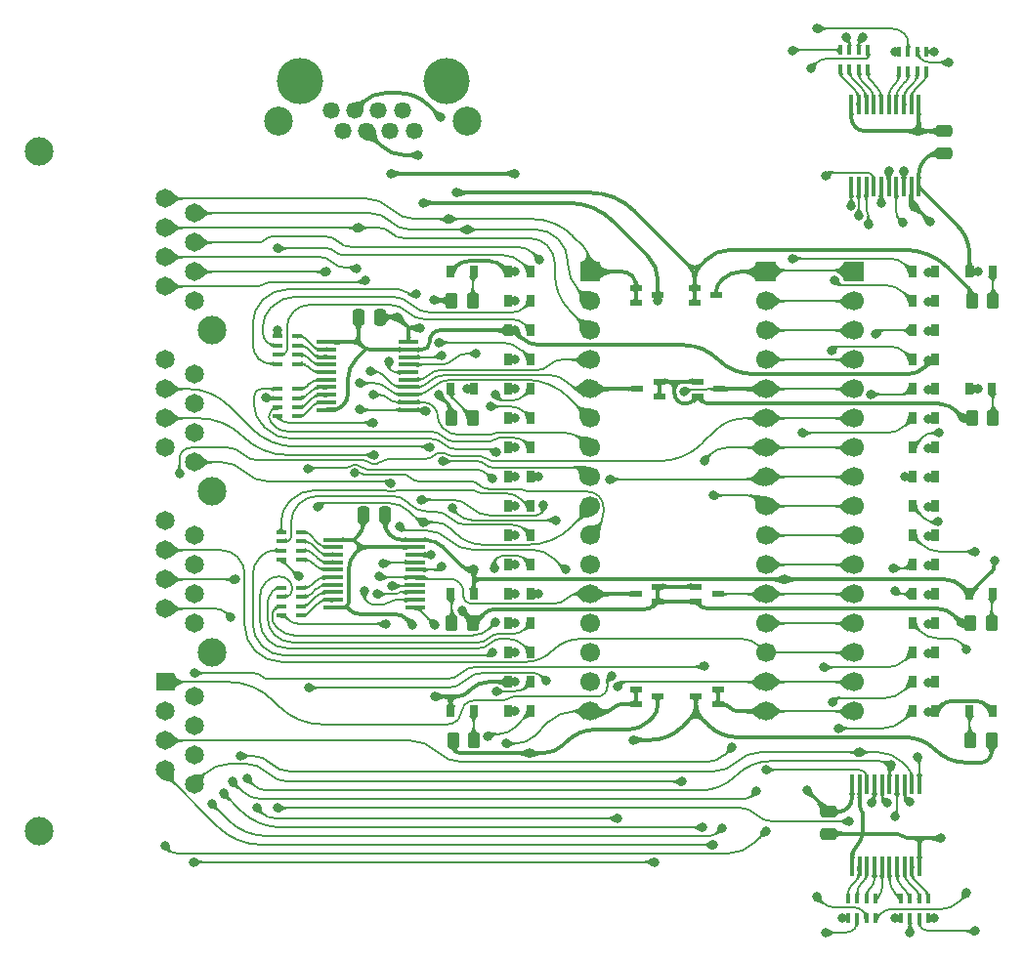
<source format=gtl>
%TF.GenerationSoftware,KiCad,Pcbnew,9.0.4*%
%TF.CreationDate,2025-08-27T19:47:37+02:00*%
%TF.ProjectId,HCP65 32 Pin Tester,48435036-3520-4333-9220-50696e205465,V1*%
%TF.SameCoordinates,Original*%
%TF.FileFunction,Copper,L1,Top*%
%TF.FilePolarity,Positive*%
%FSLAX46Y46*%
G04 Gerber Fmt 4.6, Leading zero omitted, Abs format (unit mm)*
G04 Created by KiCad (PCBNEW 9.0.4) date 2025-08-27 19:47:37*
%MOMM*%
%LPD*%
G01*
G04 APERTURE LIST*
G04 Aperture macros list*
%AMRoundRect*
0 Rectangle with rounded corners*
0 $1 Rounding radius*
0 $2 $3 $4 $5 $6 $7 $8 $9 X,Y pos of 4 corners*
0 Add a 4 corners polygon primitive as box body*
4,1,4,$2,$3,$4,$5,$6,$7,$8,$9,$2,$3,0*
0 Add four circle primitives for the rounded corners*
1,1,$1+$1,$2,$3*
1,1,$1+$1,$4,$5*
1,1,$1+$1,$6,$7*
1,1,$1+$1,$8,$9*
0 Add four rect primitives between the rounded corners*
20,1,$1+$1,$2,$3,$4,$5,0*
20,1,$1+$1,$4,$5,$6,$7,0*
20,1,$1+$1,$6,$7,$8,$9,0*
20,1,$1+$1,$8,$9,$2,$3,0*%
G04 Aperture macros list end*
%TA.AperFunction,SMDPad,CuDef*%
%ADD10R,0.800000X1.000000*%
%TD*%
%TA.AperFunction,SMDPad,CuDef*%
%ADD11RoundRect,0.250000X-0.262500X-0.450000X0.262500X-0.450000X0.262500X0.450000X-0.262500X0.450000X0*%
%TD*%
%TA.AperFunction,SMDPad,CuDef*%
%ADD12R,0.450000X1.800000*%
%TD*%
%TA.AperFunction,SMDPad,CuDef*%
%ADD13R,0.900000X0.450000*%
%TD*%
%TA.AperFunction,SMDPad,CuDef*%
%ADD14R,1.000000X0.550000*%
%TD*%
%TA.AperFunction,SMDPad,CuDef*%
%ADD15R,0.450000X0.900000*%
%TD*%
%TA.AperFunction,SMDPad,CuDef*%
%ADD16RoundRect,0.250000X-0.475000X0.250000X-0.475000X-0.250000X0.475000X-0.250000X0.475000X0.250000X0*%
%TD*%
%TA.AperFunction,SMDPad,CuDef*%
%ADD17RoundRect,0.250000X0.475000X-0.250000X0.475000X0.250000X-0.475000X0.250000X-0.475000X-0.250000X0*%
%TD*%
%TA.AperFunction,SMDPad,CuDef*%
%ADD18R,1.800000X0.450000*%
%TD*%
%TA.AperFunction,SMDPad,CuDef*%
%ADD19RoundRect,0.250000X0.250000X0.475000X-0.250000X0.475000X-0.250000X-0.475000X0.250000X-0.475000X0*%
%TD*%
%TA.AperFunction,ComponentPad*%
%ADD20R,1.650000X1.650000*%
%TD*%
%TA.AperFunction,ComponentPad*%
%ADD21C,1.650000*%
%TD*%
%TA.AperFunction,ComponentPad*%
%ADD22C,2.475000*%
%TD*%
%TA.AperFunction,ComponentPad*%
%ADD23R,1.700000X1.700000*%
%TD*%
%TA.AperFunction,ComponentPad*%
%ADD24C,1.700000*%
%TD*%
%TA.AperFunction,WasherPad*%
%ADD25C,4.000000*%
%TD*%
%TA.AperFunction,ComponentPad*%
%ADD26C,1.470000*%
%TD*%
%TA.AperFunction,ComponentPad*%
%ADD27C,2.500000*%
%TD*%
%TA.AperFunction,ViaPad*%
%ADD28C,0.800000*%
%TD*%
%TA.AperFunction,Conductor*%
%ADD29C,0.380000*%
%TD*%
%TA.AperFunction,Conductor*%
%ADD30C,0.200000*%
%TD*%
G04 APERTURE END LIST*
D10*
%TO.P,LED36,1*%
%TO.N,/GND_{3}*%
X66786000Y-16510000D03*
%TO.P,LED36,2*%
%TO.N,/S27*%
X64785999Y-16510000D03*
%TD*%
%TO.P,LED4,1*%
%TO.N,Net-(LED4-Pad1)*%
X71752500Y-34290000D03*
%TO.P,LED4,2*%
%TO.N,/5V_{3}*%
X69752499Y-34290000D03*
%TD*%
%TO.P,LED39,1*%
%TO.N,/GND_{3}*%
X66786000Y-24130000D03*
%TO.P,LED39,2*%
%TO.N,/S24*%
X64785999Y-24130000D03*
%TD*%
%TO.P,LED25,1*%
%TO.N,/GND_{3}*%
X66786000Y-29210000D03*
%TO.P,LED25,2*%
%TO.N,/S22*%
X64785999Y-29210000D03*
%TD*%
%TO.P,LED29,1*%
%TO.N,/GND_{3}*%
X66786000Y-39370000D03*
%TO.P,LED29,2*%
%TO.N,/S18*%
X64785999Y-39370000D03*
%TD*%
%TO.P,LED19,1*%
%TO.N,/GND_{3}*%
X29734000Y-36830000D03*
%TO.P,LED19,2*%
%TO.N,/S12*%
X31734001Y-36830000D03*
%TD*%
D11*
%TO.P,R1,1*%
%TO.N,/5V_{1}*%
X24868500Y-8880000D03*
%TO.P,R1,2*%
%TO.N,Net-(LED1-Pad2)*%
X26693500Y-8880000D03*
%TD*%
D10*
%TO.P,LED12,1*%
%TO.N,/GND_{3}*%
X29734000Y-13970000D03*
%TO.P,LED12,2*%
%TO.N,/S3*%
X31734001Y-13970000D03*
%TD*%
D11*
%TO.P,R11,1*%
%TO.N,Net-(LED2-Pad2)*%
X69826500Y-46980000D03*
%TO.P,R11,2*%
%TO.N,/5V_{1}*%
X71651500Y-46980000D03*
%TD*%
D10*
%TO.P,LED14,1*%
%TO.N,/GND_{3}*%
X29734000Y-8890000D03*
%TO.P,LED14,2*%
%TO.N,/S1*%
X31734001Y-8890000D03*
%TD*%
%TO.P,LED5,1*%
%TO.N,/GND_{3}*%
X24767500Y-44450000D03*
%TO.P,LED5,2*%
%TO.N,Net-(LED5-Pad2)*%
X26767501Y-44450000D03*
%TD*%
%TO.P,LED20,1*%
%TO.N,/GND_{3}*%
X29734000Y-34290000D03*
%TO.P,LED20,2*%
%TO.N,/S11*%
X31734001Y-34290000D03*
%TD*%
%TO.P,LED1,1*%
%TO.N,/GND_{3}*%
X24767500Y-6350000D03*
%TO.P,LED1,2*%
%TO.N,Net-(LED1-Pad2)*%
X26767501Y-6350000D03*
%TD*%
D12*
%TO.P,IC4,1,DIR*%
%TO.N,/GND_{3}*%
X65338000Y8116000D03*
%TO.P,IC4,2,A0*%
%TO.N,Net-(IC4-A0)*%
X64688000Y8116000D03*
%TO.P,IC4,3,A1*%
%TO.N,Net-(IC4-A1)*%
X64038000Y8116001D03*
%TO.P,IC4,4,A2*%
%TO.N,Net-(IC4-A2)*%
X63388000Y8116000D03*
%TO.P,IC4,5,A3*%
%TO.N,Net-(IC4-A3)*%
X62738000Y8116000D03*
%TO.P,IC4,6,A4*%
%TO.N,Net-(IC4-A4)*%
X62088000Y8116000D03*
%TO.P,IC4,7,A5*%
%TO.N,Net-(IC4-A5)*%
X61438000Y8116000D03*
%TO.P,IC4,8,A6*%
%TO.N,Net-(IC4-A6)*%
X60788000Y8116001D03*
%TO.P,IC4,9,A7*%
%TO.N,Net-(IC4-A7)*%
X60138000Y8116000D03*
%TO.P,IC4,10,GND*%
%TO.N,/GND_{3}*%
X59488000Y8116000D03*
%TO.P,IC4,11,B7*%
%TO.N,/IO31*%
X59488000Y1016000D03*
%TO.P,IC4,12,B6*%
%TO.N,/IO30*%
X60138000Y1016000D03*
%TO.P,IC4,13,B5*%
%TO.N,/IO29*%
X60788000Y1015999D03*
%TO.P,IC4,14,B4*%
%TO.N,/IO28*%
X61438000Y1016000D03*
%TO.P,IC4,15,B3*%
%TO.N,/IO27*%
X62088000Y1016000D03*
%TO.P,IC4,16,B2*%
%TO.N,/IO26*%
X62738000Y1016000D03*
%TO.P,IC4,17,B1*%
%TO.N,/IO25*%
X63388000Y1016000D03*
%TO.P,IC4,18,B0*%
%TO.N,/IO24*%
X64038000Y1015999D03*
%TO.P,IC4,19,~{OE}*%
%TO.N,/GND_{3}*%
X64688000Y1016000D03*
%TO.P,IC4,20,5V*%
%TO.N,/5V_{3}*%
X65338000Y1016000D03*
%TD*%
D10*
%TO.P,LED30,1*%
%TO.N,/GND_{3}*%
X66786000Y-41910000D03*
%TO.P,LED30,2*%
%TO.N,/S17*%
X64785999Y-41910000D03*
%TD*%
D13*
%TO.P,RN1,1,R1*%
%TO.N,Net-(IC1-A7)*%
X11496000Y-18896200D03*
%TO.P,RN1,2,R2*%
%TO.N,Net-(IC1-A6)*%
X11496000Y-18096200D03*
%TO.P,RN1,3,R3*%
%TO.N,Net-(IC1-A5)*%
X11496000Y-17296200D03*
%TO.P,RN1,4,R4*%
%TO.N,Net-(IC1-A4)*%
X11496000Y-16496200D03*
%TO.P,RN1,5,R4*%
%TO.N,/S4*%
X9796000Y-16496200D03*
%TO.P,RN1,6,R3*%
%TO.N,/S5*%
X9796000Y-17296200D03*
%TO.P,RN1,7,R2*%
%TO.N,/S6*%
X9796000Y-18096200D03*
%TO.P,RN1,8,R1*%
%TO.N,/S7*%
X9796000Y-18896200D03*
%TD*%
D10*
%TO.P,LED27,1*%
%TO.N,/GND_{3}*%
X66786000Y-34290000D03*
%TO.P,LED27,2*%
%TO.N,/S20*%
X64785999Y-34290000D03*
%TD*%
D14*
%TO.P,D5,1,K1*%
%TO.N,/IO15*%
X40833000Y-42530000D03*
%TO.P,D5,2,K2*%
X40833000Y-43830000D03*
%TO.P,D5,3,A*%
%TO.N,/5V_{2}*%
X42732999Y-43180000D03*
%TD*%
D10*
%TO.P,LED22,1*%
%TO.N,/GND_{3}*%
X29734000Y-29210000D03*
%TO.P,LED22,2*%
%TO.N,/S9*%
X31734001Y-29210000D03*
%TD*%
%TO.P,LED9,1*%
%TO.N,/GND_{3}*%
X29734000Y-21590000D03*
%TO.P,LED9,2*%
%TO.N,/S6*%
X31734001Y-21590000D03*
%TD*%
D11*
%TO.P,R7,1*%
%TO.N,Net-(LED8-Pad1)*%
X24884500Y-36820000D03*
%TO.P,R7,2*%
%TO.N,/GND_{1}*%
X26709500Y-36820000D03*
%TD*%
D10*
%TO.P,LED8,1*%
%TO.N,Net-(LED8-Pad1)*%
X24783500Y-34290000D03*
%TO.P,LED8,2*%
%TO.N,/5V_{3}*%
X26783501Y-34290000D03*
%TD*%
%TO.P,LED34,1*%
%TO.N,/GND_{3}*%
X66786000Y-11430000D03*
%TO.P,LED34,2*%
%TO.N,/S29*%
X64785999Y-11430000D03*
%TD*%
D15*
%TO.P,RN3,1,R1*%
%TO.N,Net-(IC4-A7)*%
X58546000Y11180000D03*
%TO.P,RN3,2,R2*%
%TO.N,Net-(IC4-A6)*%
X59346000Y11180000D03*
%TO.P,RN3,3,R3*%
%TO.N,Net-(IC4-A5)*%
X60146000Y11180000D03*
%TO.P,RN3,4,R4*%
%TO.N,Net-(IC4-A4)*%
X60946000Y11180000D03*
%TO.P,RN3,5,R4*%
%TO.N,/S28*%
X60946000Y12880000D03*
%TO.P,RN3,6,R3*%
%TO.N,/S29*%
X60146000Y12880000D03*
%TO.P,RN3,7,R2*%
%TO.N,/S30*%
X59346000Y12880000D03*
%TO.P,RN3,8,R1*%
%TO.N,/S31*%
X58546000Y12880000D03*
%TD*%
D10*
%TO.P,LED26,1*%
%TO.N,/GND_{3}*%
X66786000Y-31750000D03*
%TO.P,LED26,2*%
%TO.N,/S21*%
X64785999Y-31750000D03*
%TD*%
%TO.P,LED13,1*%
%TO.N,/GND_{3}*%
X29734000Y-11430000D03*
%TO.P,LED13,2*%
%TO.N,/S2*%
X31734001Y-11430000D03*
%TD*%
%TO.P,LED21,1*%
%TO.N,/GND_{3}*%
X29734000Y-31750000D03*
%TO.P,LED21,2*%
%TO.N,/S10*%
X31734001Y-31750000D03*
%TD*%
%TO.P,LED15,1*%
%TO.N,/GND_{3}*%
X29734000Y-6350000D03*
%TO.P,LED15,2*%
%TO.N,/S0*%
X31734001Y-6350000D03*
%TD*%
D16*
%TO.P,C4,1*%
%TO.N,/5V_{3}*%
X57490000Y-53162000D03*
%TO.P,C4,2*%
%TO.N,/GND_{3}*%
X57490000Y-55062000D03*
%TD*%
D10*
%TO.P,LED16,1*%
%TO.N,/GND_{3}*%
X29734000Y-44450000D03*
%TO.P,LED16,2*%
%TO.N,/S15*%
X31734001Y-44450000D03*
%TD*%
%TO.P,LED3,1*%
%TO.N,Net-(LED3-Pad1)*%
X71707000Y-16510000D03*
%TO.P,LED3,2*%
%TO.N,/5V_{3}*%
X69706999Y-16510000D03*
%TD*%
D17*
%TO.P,C2,1*%
%TO.N,/5V_{3}*%
X67493000Y3936000D03*
%TO.P,C2,2*%
%TO.N,/GND_{3}*%
X67493000Y5836000D03*
%TD*%
D14*
%TO.P,D1,1,K1*%
%TO.N,/IO0*%
X40833000Y-7732000D03*
%TO.P,D1,2,K2*%
X40833000Y-9032000D03*
%TO.P,D1,3,A*%
%TO.N,/5V_{1}*%
X42732999Y-8382000D03*
%TD*%
D13*
%TO.P,RN6,1,R1*%
%TO.N,Net-(IC2-A3)*%
X11801000Y-31299000D03*
%TO.P,RN6,2,R2*%
%TO.N,Net-(IC2-A2)*%
X11801000Y-30499000D03*
%TO.P,RN6,3,R3*%
%TO.N,Net-(IC2-A1)*%
X11801000Y-29699000D03*
%TO.P,RN6,4,R4*%
%TO.N,Net-(IC2-A0)*%
X11801000Y-28899000D03*
%TO.P,RN6,5,R4*%
%TO.N,/S8*%
X10101000Y-28899000D03*
%TO.P,RN6,6,R3*%
%TO.N,/S9*%
X10101000Y-29699000D03*
%TO.P,RN6,7,R2*%
%TO.N,/S10*%
X10101000Y-30499000D03*
%TO.P,RN6,8,R1*%
%TO.N,/S11*%
X10101000Y-31299000D03*
%TD*%
D18*
%TO.P,IC1,1,DIR*%
%TO.N,/GND_{3}*%
X14046000Y-12457000D03*
%TO.P,IC1,2,A0*%
%TO.N,Net-(IC1-A0)*%
X14046000Y-13107000D03*
%TO.P,IC1,3,A1*%
%TO.N,Net-(IC1-A1)*%
X14045999Y-13757000D03*
%TO.P,IC1,4,A2*%
%TO.N,Net-(IC1-A2)*%
X14046000Y-14407000D03*
%TO.P,IC1,5,A3*%
%TO.N,Net-(IC1-A3)*%
X14046000Y-15057000D03*
%TO.P,IC1,6,A4*%
%TO.N,Net-(IC1-A4)*%
X14046000Y-15707000D03*
%TO.P,IC1,7,A5*%
%TO.N,Net-(IC1-A5)*%
X14046000Y-16357000D03*
%TO.P,IC1,8,A6*%
%TO.N,Net-(IC1-A6)*%
X14045999Y-17007000D03*
%TO.P,IC1,9,A7*%
%TO.N,Net-(IC1-A7)*%
X14046000Y-17657000D03*
%TO.P,IC1,10,GND*%
%TO.N,/GND_{3}*%
X14046000Y-18307000D03*
%TO.P,IC1,11,B7*%
%TO.N,/IO7*%
X21146000Y-18307000D03*
%TO.P,IC1,12,B6*%
%TO.N,/IO6*%
X21146000Y-17657000D03*
%TO.P,IC1,13,B5*%
%TO.N,/IO5*%
X21146001Y-17007000D03*
%TO.P,IC1,14,B4*%
%TO.N,/IO4*%
X21146000Y-16357000D03*
%TO.P,IC1,15,B3*%
%TO.N,/IO3*%
X21146000Y-15707000D03*
%TO.P,IC1,16,B2*%
%TO.N,/IO2*%
X21146000Y-15057000D03*
%TO.P,IC1,17,B1*%
%TO.N,/IO1*%
X21146000Y-14407000D03*
%TO.P,IC1,18,B0*%
%TO.N,/IO0*%
X21146001Y-13757000D03*
%TO.P,IC1,19,~{OE}*%
%TO.N,/GND_{3}*%
X21146000Y-13107000D03*
%TO.P,IC1,20,5V*%
%TO.N,/5V_{3}*%
X21146000Y-12457000D03*
%TD*%
D12*
%TO.P,IC3,1,DIR*%
%TO.N,/GND_{3}*%
X59559000Y-57906000D03*
%TO.P,IC3,2,A0*%
%TO.N,Net-(IC3-A0)*%
X60209000Y-57906000D03*
%TO.P,IC3,3,A1*%
%TO.N,Net-(IC3-A1)*%
X60859000Y-57906000D03*
%TO.P,IC3,4,A2*%
%TO.N,Net-(IC3-A2)*%
X61509000Y-57906000D03*
%TO.P,IC3,5,A3*%
%TO.N,Net-(IC3-A3)*%
X62159000Y-57906000D03*
%TO.P,IC3,6,A4*%
%TO.N,Net-(IC3-A4)*%
X62809000Y-57906000D03*
%TO.P,IC3,7,A5*%
%TO.N,Net-(IC3-A5)*%
X63459000Y-57906000D03*
%TO.P,IC3,8,A6*%
%TO.N,Net-(IC3-A6)*%
X64109000Y-57906000D03*
%TO.P,IC3,9,A7*%
%TO.N,Net-(IC3-A7)*%
X64759000Y-57906000D03*
%TO.P,IC3,10,GND*%
%TO.N,/GND_{3}*%
X65409000Y-57906000D03*
%TO.P,IC3,11,B7*%
%TO.N,/IO23*%
X65409000Y-50806000D03*
%TO.P,IC3,12,B6*%
%TO.N,/IO22*%
X64759000Y-50806000D03*
%TO.P,IC3,13,B5*%
%TO.N,/IO21*%
X64109000Y-50806000D03*
%TO.P,IC3,14,B4*%
%TO.N,/IO20*%
X63459000Y-50806000D03*
%TO.P,IC3,15,B3*%
%TO.N,/IO19*%
X62809000Y-50806000D03*
%TO.P,IC3,16,B2*%
%TO.N,/IO18*%
X62159000Y-50806000D03*
%TO.P,IC3,17,B1*%
%TO.N,/IO17*%
X61509000Y-50806000D03*
%TO.P,IC3,18,B0*%
%TO.N,/IO16*%
X60859000Y-50806000D03*
%TO.P,IC3,19,~{OE}*%
%TO.N,/GND_{3}*%
X60209000Y-50806000D03*
%TO.P,IC3,20,5V*%
%TO.N,/5V_{3}*%
X59559000Y-50806000D03*
%TD*%
D10*
%TO.P,LED6,1*%
%TO.N,Net-(LED6-Pad1)*%
X71736500Y-6350000D03*
%TO.P,LED6,2*%
%TO.N,/5V_{3}*%
X69736499Y-6350000D03*
%TD*%
D15*
%TO.P,RN9,1,R1*%
%TO.N,Net-(IC3-A3)*%
X61611000Y-60716000D03*
%TO.P,RN9,2,R2*%
%TO.N,Net-(IC3-A2)*%
X60811000Y-60716000D03*
%TO.P,RN9,3,R3*%
%TO.N,Net-(IC3-A1)*%
X60011000Y-60716000D03*
%TO.P,RN9,4,R4*%
%TO.N,Net-(IC3-A0)*%
X59211000Y-60716000D03*
%TO.P,RN9,5,R4*%
%TO.N,/S16*%
X59211000Y-62416000D03*
%TO.P,RN9,6,R3*%
%TO.N,/S17*%
X60011000Y-62416000D03*
%TO.P,RN9,7,R2*%
%TO.N,/S18*%
X60811000Y-62416000D03*
%TO.P,RN9,8,R1*%
%TO.N,/S19*%
X61611000Y-62416000D03*
%TD*%
D10*
%TO.P,LED17,1*%
%TO.N,/GND_{3}*%
X29734000Y-41910000D03*
%TO.P,LED17,2*%
%TO.N,/S14*%
X31734001Y-41910000D03*
%TD*%
%TO.P,LED18,1*%
%TO.N,/GND_{3}*%
X29734000Y-39370000D03*
%TO.P,LED18,2*%
%TO.N,/S13*%
X31734001Y-39370000D03*
%TD*%
D19*
%TO.P,C1,1*%
%TO.N,/5V_{3}*%
X18669000Y-10287000D03*
%TO.P,C1,2*%
%TO.N,/GND_{3}*%
X16769000Y-10287000D03*
%TD*%
D20*
%TO.P,J1,A1,A1*%
%TO.N,/IO24*%
X0Y-41910000D03*
D21*
%TO.P,J1,A2,A2*%
%TO.N,/IO25*%
X2540000Y-43180000D03*
%TO.P,J1,A3,A3*%
%TO.N,/IO26*%
X0Y-44450000D03*
%TO.P,J1,A4,A4*%
%TO.N,/IO27*%
X2540000Y-45720000D03*
%TO.P,J1,A5,A5*%
%TO.N,/IO28*%
X0Y-46989999D03*
%TO.P,J1,A6,A6*%
%TO.N,/IO29*%
X2540000Y-48260000D03*
%TO.P,J1,A7,A7*%
%TO.N,/IO30*%
X0Y-49530000D03*
%TO.P,J1,A8,A8*%
%TO.N,/IO31*%
X2540000Y-50800000D03*
%TO.P,J1,B1,B1*%
%TO.N,/IO16*%
X0Y-27940000D03*
%TO.P,J1,B2,B2*%
%TO.N,/IO17*%
X2540000Y-29210000D03*
%TO.P,J1,B3,B3*%
%TO.N,/IO18*%
X0Y-30479999D03*
%TO.P,J1,B4,B4*%
%TO.N,/IO19*%
X2540000Y-31750000D03*
%TO.P,J1,B5,B5*%
%TO.N,/IO20*%
X0Y-33020000D03*
%TO.P,J1,B6,B6*%
%TO.N,/IO21*%
X2540000Y-34290000D03*
%TO.P,J1,B7,B7*%
%TO.N,/IO22*%
X0Y-35560000D03*
%TO.P,J1,B8,B8*%
%TO.N,/IO23*%
X2540000Y-36830000D03*
%TO.P,J1,C1,C1*%
%TO.N,/IO8*%
X0Y-13970001D03*
%TO.P,J1,C2,C2*%
%TO.N,/IO9*%
X2540000Y-15240000D03*
%TO.P,J1,C3,C3*%
%TO.N,/IO10*%
X0Y-16510000D03*
%TO.P,J1,C4,C4*%
%TO.N,/IO11*%
X2540000Y-17780000D03*
%TO.P,J1,C5,C5*%
%TO.N,/IO12*%
X0Y-19050000D03*
%TO.P,J1,C6,C6*%
%TO.N,/IO13*%
X2540000Y-20320000D03*
%TO.P,J1,C7,C7*%
%TO.N,/IO14*%
X0Y-21590000D03*
%TO.P,J1,C8,C8*%
%TO.N,/IO15*%
X2540000Y-22860000D03*
%TO.P,J1,D1,D1*%
%TO.N,/IO0*%
X0Y0D03*
%TO.P,J1,D2,D2*%
%TO.N,/IO1*%
X2540000Y-1270000D03*
%TO.P,J1,D3,D3*%
%TO.N,/IO2*%
X0Y-2540000D03*
%TO.P,J1,D4,D4*%
%TO.N,/IO3*%
X2540000Y-3810000D03*
%TO.P,J1,D5,D5*%
%TO.N,/IO4*%
X0Y-5080000D03*
%TO.P,J1,D6,D6*%
%TO.N,/IO5*%
X2540000Y-6350000D03*
%TO.P,J1,D7,D7*%
%TO.N,/IO6*%
X0Y-7619999D03*
%TO.P,J1,D8,D8*%
%TO.N,/IO7*%
X2540000Y-8890000D03*
D22*
%TO.P,J1,MH1,MH1*%
%TO.N,unconnected-(J1-PadMH1)*%
X-10920000Y4060000D03*
%TO.P,J1,MH2,MH2*%
%TO.N,unconnected-(J1-PadMH2)*%
X4060000Y-11430000D03*
%TO.P,J1,MH3,MH3*%
%TO.N,unconnected-(J1-PadMH3)*%
X4060000Y-25400001D03*
%TO.P,J1,MH4,MH4*%
%TO.N,unconnected-(J1-PadMH4)*%
X4060000Y-39370000D03*
%TO.P,J1,MH5,MH5*%
%TO.N,unconnected-(J1-PadMH5)*%
X-10920000Y-54860000D03*
%TD*%
D10*
%TO.P,LED37,1*%
%TO.N,/GND_{3}*%
X66786000Y-19050000D03*
%TO.P,LED37,2*%
%TO.N,/S26*%
X64785999Y-19050000D03*
%TD*%
%TO.P,LED31,1*%
%TO.N,/GND_{3}*%
X66786000Y-44450000D03*
%TO.P,LED31,2*%
%TO.N,/S16*%
X64785999Y-44450000D03*
%TD*%
D13*
%TO.P,RN2,1,R1*%
%TO.N,Net-(IC1-A3)*%
X11496000Y-14329200D03*
%TO.P,RN2,2,R2*%
%TO.N,Net-(IC1-A2)*%
X11496000Y-13529200D03*
%TO.P,RN2,3,R3*%
%TO.N,Net-(IC1-A1)*%
X11496000Y-12729200D03*
%TO.P,RN2,4,R4*%
%TO.N,Net-(IC1-A0)*%
X11496000Y-11929200D03*
%TO.P,RN2,5,R4*%
%TO.N,/S0*%
X9796000Y-11929200D03*
%TO.P,RN2,6,R3*%
%TO.N,/S1*%
X9796000Y-12729200D03*
%TO.P,RN2,7,R2*%
%TO.N,/S2*%
X9796000Y-13529200D03*
%TO.P,RN2,8,R1*%
%TO.N,/S3*%
X9796000Y-14329200D03*
%TD*%
D14*
%TO.P,D8,1,K1*%
%TO.N,/GND_{1}*%
X42733000Y-34940000D03*
%TO.P,D8,2,K2*%
X42733000Y-33640000D03*
%TO.P,D8,3,A*%
%TO.N,/IO11*%
X40833001Y-34290000D03*
%TD*%
D11*
%TO.P,R4,1*%
%TO.N,/5V_{2}*%
X24995500Y-46980000D03*
%TO.P,R4,2*%
%TO.N,Net-(LED5-Pad2)*%
X26820500Y-46980000D03*
%TD*%
D19*
%TO.P,C3,1*%
%TO.N,/5V_{3}*%
X19095000Y-27432000D03*
%TO.P,C3,2*%
%TO.N,/GND_{3}*%
X17195000Y-27432000D03*
%TD*%
D23*
%TO.P,J8,1,Pin_1*%
%TO.N,/IO0*%
X36830000Y-6350000D03*
D24*
%TO.P,J8,2,Pin_2*%
%TO.N,/IO1*%
X36830000Y-8890000D03*
%TO.P,J8,3,Pin_3*%
%TO.N,/IO2*%
X36830000Y-11430000D03*
%TO.P,J8,4,Pin_4*%
%TO.N,/IO3*%
X36830000Y-13970000D03*
%TO.P,J8,5,Pin_5*%
%TO.N,/IO4*%
X36830000Y-16510000D03*
%TO.P,J8,6,Pin_6*%
%TO.N,/IO5*%
X36830000Y-19050000D03*
%TO.P,J8,7,Pin_7*%
%TO.N,/IO6*%
X36830000Y-21590000D03*
%TO.P,J8,8,Pin_8*%
%TO.N,/IO7*%
X36830000Y-24130000D03*
%TO.P,J8,9,Pin_9*%
%TO.N,/IO8*%
X36830000Y-26670000D03*
%TO.P,J8,10,Pin_10*%
%TO.N,/IO9*%
X36830000Y-29210000D03*
%TO.P,J8,11,Pin_11*%
%TO.N,/IO10*%
X36830000Y-31750000D03*
%TO.P,J8,12,Pin_12*%
%TO.N,/IO11*%
X36830000Y-34290000D03*
%TO.P,J8,13,Pin_13*%
%TO.N,/IO12*%
X36830000Y-36830000D03*
%TO.P,J8,14,Pin_14*%
%TO.N,/IO13*%
X36830000Y-39370000D03*
%TO.P,J8,15,Pin_15*%
%TO.N,/IO14*%
X36830000Y-41910000D03*
%TO.P,J8,16,Pin_16*%
%TO.N,/IO15*%
X36830000Y-44450000D03*
%TD*%
D14*
%TO.P,D7,1,K1*%
%TO.N,/GND_{1}*%
X42860000Y-17160000D03*
%TO.P,D7,2,K2*%
X42860000Y-15860000D03*
%TO.P,D7,3,A*%
%TO.N,/IO4*%
X40960001Y-16510000D03*
%TD*%
D10*
%TO.P,LED7,1*%
%TO.N,Net-(LED7-Pad1)*%
X24767500Y-16510000D03*
%TO.P,LED7,2*%
%TO.N,/5V_{3}*%
X26767501Y-16510000D03*
%TD*%
%TO.P,LED23,1*%
%TO.N,/GND_{3}*%
X29734000Y-26670000D03*
%TO.P,LED23,2*%
%TO.N,/S8*%
X31734001Y-26670000D03*
%TD*%
%TO.P,LED24,1*%
%TO.N,/GND_{3}*%
X66786000Y-26670000D03*
%TO.P,LED24,2*%
%TO.N,/S23*%
X64785999Y-26670000D03*
%TD*%
D14*
%TO.P,D6,1,K1*%
%TO.N,/GND_{2}*%
X45913000Y-7732000D03*
%TO.P,D6,2,K2*%
X45913000Y-9032000D03*
%TO.P,D6,3,A*%
%TO.N,/IO31*%
X47812999Y-8382000D03*
%TD*%
D10*
%TO.P,LED35,1*%
%TO.N,/GND_{3}*%
X66786000Y-13970000D03*
%TO.P,LED35,2*%
%TO.N,/S28*%
X64785999Y-13970000D03*
%TD*%
%TO.P,LED10,1*%
%TO.N,/GND_{3}*%
X29734000Y-19050000D03*
%TO.P,LED10,2*%
%TO.N,/S5*%
X31734001Y-19050000D03*
%TD*%
D15*
%TO.P,RN4,1,R1*%
%TO.N,Net-(IC4-A3)*%
X63626000Y11053000D03*
%TO.P,RN4,2,R2*%
%TO.N,Net-(IC4-A2)*%
X64426000Y11053000D03*
%TO.P,RN4,3,R3*%
%TO.N,Net-(IC4-A1)*%
X65226000Y11053000D03*
%TO.P,RN4,4,R4*%
%TO.N,Net-(IC4-A0)*%
X66026000Y11053000D03*
%TO.P,RN4,5,R4*%
%TO.N,/S24*%
X66026000Y12753000D03*
%TO.P,RN4,6,R3*%
%TO.N,/S25*%
X65226000Y12753000D03*
%TO.P,RN4,7,R2*%
%TO.N,/S26*%
X64426000Y12753000D03*
%TO.P,RN4,8,R1*%
%TO.N,/S27*%
X63626000Y12753000D03*
%TD*%
D23*
%TO.P,J3,1,Pin_1*%
%TO.N,/IO31*%
X52070000Y-6350000D03*
D24*
%TO.P,J3,2,Pin_2*%
%TO.N,/IO30*%
X52070000Y-8890000D03*
%TO.P,J3,3,Pin_3*%
%TO.N,/IO29*%
X52070000Y-11430000D03*
%TO.P,J3,4,Pin_4*%
%TO.N,/IO28*%
X52070000Y-13970000D03*
%TO.P,J3,5,Pin_5*%
%TO.N,/IO27*%
X52070000Y-16510000D03*
%TO.P,J3,6,Pin_6*%
%TO.N,/IO26*%
X52070000Y-19050000D03*
%TO.P,J3,7,Pin_7*%
%TO.N,/IO25*%
X52070000Y-21590000D03*
%TO.P,J3,8,Pin_8*%
%TO.N,/IO24*%
X52070000Y-24130000D03*
%TO.P,J3,9,Pin_9*%
%TO.N,/IO23*%
X52070000Y-26670000D03*
%TO.P,J3,10,Pin_10*%
%TO.N,/IO22*%
X52070000Y-29210000D03*
%TO.P,J3,11,Pin_11*%
%TO.N,/IO21*%
X52070000Y-31750000D03*
%TO.P,J3,12,Pin_12*%
%TO.N,/IO20*%
X52070000Y-34290000D03*
%TO.P,J3,13,Pin_13*%
%TO.N,/IO19*%
X52070000Y-36830000D03*
%TO.P,J3,14,Pin_14*%
%TO.N,/IO18*%
X52070000Y-39370000D03*
%TO.P,J3,15,Pin_15*%
%TO.N,/IO17*%
X52070000Y-41910000D03*
%TO.P,J3,16,Pin_16*%
%TO.N,/IO16*%
X52070000Y-44450000D03*
%TD*%
D15*
%TO.P,RN10,1,R1*%
%TO.N,Net-(IC3-A7)*%
X66183000Y-60716000D03*
%TO.P,RN10,2,R2*%
%TO.N,Net-(IC3-A6)*%
X65383000Y-60716000D03*
%TO.P,RN10,3,R3*%
%TO.N,Net-(IC3-A5)*%
X64583000Y-60716000D03*
%TO.P,RN10,4,R4*%
%TO.N,Net-(IC3-A4)*%
X63783000Y-60716000D03*
%TO.P,RN10,5,R4*%
%TO.N,/S20*%
X63783000Y-62416000D03*
%TO.P,RN10,6,R3*%
%TO.N,/S21*%
X64583000Y-62416000D03*
%TO.P,RN10,7,R2*%
%TO.N,/S22*%
X65383000Y-62416000D03*
%TO.P,RN10,8,R1*%
%TO.N,/S23*%
X66183000Y-62416000D03*
%TD*%
D10*
%TO.P,LED33,1*%
%TO.N,/GND_{3}*%
X66786000Y-8890000D03*
%TO.P,LED33,2*%
%TO.N,/S30*%
X64785999Y-8890000D03*
%TD*%
D13*
%TO.P,RN5,1,R1*%
%TO.N,Net-(IC2-A7)*%
X11801000Y-36125000D03*
%TO.P,RN5,2,R2*%
%TO.N,Net-(IC2-A6)*%
X11801000Y-35325000D03*
%TO.P,RN5,3,R3*%
%TO.N,Net-(IC2-A5)*%
X11801000Y-34525000D03*
%TO.P,RN5,4,R4*%
%TO.N,Net-(IC2-A4)*%
X11801000Y-33725000D03*
%TO.P,RN5,5,R4*%
%TO.N,/S12*%
X10101000Y-33725000D03*
%TO.P,RN5,6,R3*%
%TO.N,/S13*%
X10101000Y-34525000D03*
%TO.P,RN5,7,R2*%
%TO.N,/S14*%
X10101000Y-35325000D03*
%TO.P,RN5,8,R1*%
%TO.N,/S15*%
X10101000Y-36125000D03*
%TD*%
D10*
%TO.P,LED32,1*%
%TO.N,/GND_{3}*%
X66786000Y-6350000D03*
%TO.P,LED32,2*%
%TO.N,/S31*%
X64785999Y-6350000D03*
%TD*%
D14*
%TO.P,D4,1,K1*%
%TO.N,/GND_{1}*%
X46040000Y-33640000D03*
%TO.P,D4,2,K2*%
X46040000Y-34940000D03*
%TO.P,D4,3,A*%
%TO.N,/IO20*%
X47939999Y-34290000D03*
%TD*%
%TO.P,D3,1,K1*%
%TO.N,/GND_{1}*%
X46167000Y-15860000D03*
%TO.P,D3,2,K2*%
X46167000Y-17160000D03*
%TO.P,D3,3,A*%
%TO.N,/IO27*%
X48066999Y-16510000D03*
%TD*%
D23*
%TO.P,J9,1,Pin_1*%
%TO.N,/IO31*%
X59690000Y-6350000D03*
D24*
%TO.P,J9,2,Pin_2*%
%TO.N,/IO30*%
X59690000Y-8890000D03*
%TO.P,J9,3,Pin_3*%
%TO.N,/IO29*%
X59690000Y-11430000D03*
%TO.P,J9,4,Pin_4*%
%TO.N,/IO28*%
X59690000Y-13970000D03*
%TO.P,J9,5,Pin_5*%
%TO.N,/IO27*%
X59690000Y-16510000D03*
%TO.P,J9,6,Pin_6*%
%TO.N,/IO26*%
X59690000Y-19050000D03*
%TO.P,J9,7,Pin_7*%
%TO.N,/IO25*%
X59690000Y-21590000D03*
%TO.P,J9,8,Pin_8*%
%TO.N,/IO24*%
X59690000Y-24130000D03*
%TO.P,J9,9,Pin_9*%
%TO.N,/IO23*%
X59690000Y-26670000D03*
%TO.P,J9,10,Pin_10*%
%TO.N,/IO22*%
X59690000Y-29210000D03*
%TO.P,J9,11,Pin_11*%
%TO.N,/IO21*%
X59690000Y-31750000D03*
%TO.P,J9,12,Pin_12*%
%TO.N,/IO20*%
X59690000Y-34290000D03*
%TO.P,J9,13,Pin_13*%
%TO.N,/IO19*%
X59690000Y-36830000D03*
%TO.P,J9,14,Pin_14*%
%TO.N,/IO18*%
X59690000Y-39370000D03*
%TO.P,J9,15,Pin_15*%
%TO.N,/IO17*%
X59690000Y-41910000D03*
%TO.P,J9,16,Pin_16*%
%TO.N,/IO16*%
X59690000Y-44450000D03*
%TD*%
D10*
%TO.P,LED28,1*%
%TO.N,/GND_{3}*%
X66786000Y-36830000D03*
%TO.P,LED28,2*%
%TO.N,/S19*%
X64785999Y-36830000D03*
%TD*%
%TO.P,LED11,1*%
%TO.N,/GND_{3}*%
X29734000Y-16510000D03*
%TO.P,LED11,2*%
%TO.N,/S4*%
X31734001Y-16510000D03*
%TD*%
D25*
%TO.P,J2,*%
%TO.N,*%
X24380000Y10162000D03*
X11680000Y10162000D03*
D26*
%TO.P,J2,1,1*%
%TO.N,/12V*%
X14450000Y7622000D03*
%TO.P,J2,2,2*%
%TO.N,/5V_{3}*%
X15470000Y5842000D03*
%TO.P,J2,3,3*%
%TO.N,/5V_{2}*%
X16490000Y7622000D03*
%TO.P,J2,4,4*%
%TO.N,/5V_{1}*%
X17510000Y5842000D03*
%TO.P,J2,5,5*%
%TO.N,/GND_{4}*%
X18530000Y7622000D03*
%TO.P,J2,6,6*%
%TO.N,/GND_{3}*%
X19550000Y5842000D03*
%TO.P,J2,7,7*%
%TO.N,/GND_{2}*%
X20570000Y7622000D03*
%TO.P,J2,8,8*%
%TO.N,/GND_{1}*%
X21590000Y5842000D03*
D27*
%TO.P,J2,MH1,MH1*%
%TO.N,unconnected-(J2-PadMH1)*%
X9900000Y6732000D03*
%TO.P,J2,MH2,MH2*%
%TO.N,unconnected-(J2-PadMH2)*%
X26160000Y6732000D03*
%TD*%
D10*
%TO.P,LED2,1*%
%TO.N,/GND_{3}*%
X71752500Y-44450000D03*
%TO.P,LED2,2*%
%TO.N,Net-(LED2-Pad2)*%
X69752499Y-44450000D03*
%TD*%
D11*
%TO.P,R3,1*%
%TO.N,/GND_{1}*%
X69826500Y-36820000D03*
%TO.P,R3,2*%
%TO.N,Net-(LED4-Pad1)*%
X71651500Y-36820000D03*
%TD*%
D18*
%TO.P,IC2,1,DIR*%
%TO.N,/GND_{3}*%
X14611000Y-29587000D03*
%TO.P,IC2,2,A0*%
%TO.N,Net-(IC2-A0)*%
X14611000Y-30237000D03*
%TO.P,IC2,3,A1*%
%TO.N,Net-(IC2-A1)*%
X14610999Y-30887000D03*
%TO.P,IC2,4,A2*%
%TO.N,Net-(IC2-A2)*%
X14611000Y-31537000D03*
%TO.P,IC2,5,A3*%
%TO.N,Net-(IC2-A3)*%
X14611000Y-32187000D03*
%TO.P,IC2,6,A4*%
%TO.N,Net-(IC2-A4)*%
X14611000Y-32837000D03*
%TO.P,IC2,7,A5*%
%TO.N,Net-(IC2-A5)*%
X14611000Y-33487000D03*
%TO.P,IC2,8,A6*%
%TO.N,Net-(IC2-A6)*%
X14610999Y-34137000D03*
%TO.P,IC2,9,A7*%
%TO.N,Net-(IC2-A7)*%
X14611000Y-34787000D03*
%TO.P,IC2,10,GND*%
%TO.N,/GND_{3}*%
X14611000Y-35437000D03*
%TO.P,IC2,11,B7*%
%TO.N,/IO15*%
X21711000Y-35437000D03*
%TO.P,IC2,12,B6*%
%TO.N,/IO14*%
X21711000Y-34787000D03*
%TO.P,IC2,13,B5*%
%TO.N,/IO13*%
X21711001Y-34137000D03*
%TO.P,IC2,14,B4*%
%TO.N,/IO12*%
X21711000Y-33487000D03*
%TO.P,IC2,15,B3*%
%TO.N,/IO11*%
X21711000Y-32837000D03*
%TO.P,IC2,16,B2*%
%TO.N,/IO10*%
X21711000Y-32187000D03*
%TO.P,IC2,17,B1*%
%TO.N,/IO9*%
X21711000Y-31537000D03*
%TO.P,IC2,18,B0*%
%TO.N,/IO8*%
X21711001Y-30887000D03*
%TO.P,IC2,19,~{OE}*%
%TO.N,/GND_{3}*%
X21711000Y-30237000D03*
%TO.P,IC2,20,5V*%
%TO.N,/5V_{3}*%
X21711000Y-29587000D03*
%TD*%
D10*
%TO.P,LED38,1*%
%TO.N,/GND_{3}*%
X66786000Y-21590000D03*
%TO.P,LED38,2*%
%TO.N,/S25*%
X64785999Y-21590000D03*
%TD*%
D11*
%TO.P,R5,1*%
%TO.N,/GND_{2}*%
X69937500Y-8880000D03*
%TO.P,R5,2*%
%TO.N,Net-(LED6-Pad1)*%
X71762500Y-8880000D03*
%TD*%
%TO.P,R2,1*%
%TO.N,/GND_{1}*%
X69937500Y-19040000D03*
%TO.P,R2,2*%
%TO.N,Net-(LED3-Pad1)*%
X71762500Y-19040000D03*
%TD*%
%TO.P,R6,1*%
%TO.N,/GND_{1}*%
X24868500Y-19040000D03*
%TO.P,R6,2*%
%TO.N,Net-(LED7-Pad1)*%
X26693500Y-19040000D03*
%TD*%
D10*
%TO.P,LED48,1*%
%TO.N,/GND_{3}*%
X29734000Y-24130000D03*
%TO.P,LED48,2*%
%TO.N,/S7*%
X31734001Y-24130000D03*
%TD*%
D14*
%TO.P,D2,1,K1*%
%TO.N,/IO16*%
X47940000Y-43830000D03*
%TO.P,D2,2,K2*%
X47940000Y-42530000D03*
%TO.P,D2,3,A*%
%TO.N,/5V_{1}*%
X46040001Y-43180000D03*
%TD*%
D28*
%TO.N,/5V_{1}*%
X21971000Y3761000D03*
X40601100Y-46926600D03*
X22352000Y-381000D03*
X23284600Y-8809100D03*
X42732999Y-8890000D03*
%TO.N,/GND_{1}*%
X69088000Y-36830000D03*
X69215000Y-19050000D03*
X25741800Y-35710500D03*
X23717585Y-17020578D03*
%TO.N,/IO30*%
X47498000Y-56019000D03*
X60138000Y-1524000D03*
%TO.N,/IO29*%
X4064000Y-52451000D03*
X60975500Y-2234500D03*
X48260000Y-54610000D03*
%TO.N,/IO23*%
X46609000Y-54519000D03*
X47510000Y-25741200D03*
X5080000Y-51562000D03*
X65241800Y-48369900D03*
%TO.N,/IO21*%
X51255842Y-51390586D03*
X64516000Y-52324000D03*
X5854900Y-50558900D03*
%TO.N,/IO25*%
X46736000Y-22733000D03*
X46736000Y-40513000D03*
X63972000Y-2100600D03*
X2540000Y-41148000D03*
%TO.N,/IO27*%
X42418000Y-57519000D03*
X62088000Y-381000D03*
X44979300Y-16700000D03*
X2476500Y-57519000D03*
%TO.N,/IO6*%
X18034000Y-17018000D03*
X17399000Y-7124000D03*
%TO.N,/IO12*%
X20335750Y-28463750D03*
X34778200Y-32125900D03*
X19714400Y-33576700D03*
X18161000Y-22225000D03*
%TO.N,/IO10*%
X24003000Y-31877000D03*
X22987000Y-21578000D03*
X33909000Y-27886700D03*
X24892000Y-26848500D03*
%TO.N,/IO19*%
X62945100Y-49116500D03*
X7138300Y-50292000D03*
%TO.N,/IO15*%
X19623400Y-24658652D03*
X29591000Y-47241800D03*
X23391200Y-36940700D03*
%TO.N,/IO18*%
X62573700Y-52386000D03*
%TO.N,/IO16*%
X52070000Y-54864000D03*
X0Y-56134000D03*
X52070000Y-49530000D03*
%TO.N,/IO17*%
X39243000Y-53721000D03*
X61292000Y-52377054D03*
X8001000Y-52832000D03*
X39243000Y-42291000D03*
%TO.N,/IO14*%
X17272000Y-34036000D03*
%TO.N,/IO7*%
X16891000Y-18288000D03*
X22606000Y-18415000D03*
X24084700Y-22753700D03*
%TO.N,/IO1*%
X26221000Y-2679000D03*
X26999900Y-13435000D03*
%TO.N,/IO2*%
X19431000Y-14097000D03*
X16764000Y-2540000D03*
%TO.N,/IO13*%
X18415000Y-34280400D03*
%TO.N,/IO5*%
X16891000Y-16002000D03*
X13970000Y-6350000D03*
%TO.N,/IO31*%
X59436000Y-635000D03*
X44831000Y-50546000D03*
%TO.N,/IO22*%
X5715000Y-36322000D03*
X60198000Y-48006000D03*
X6556600Y-48303900D03*
%TO.N,/IO4*%
X16637000Y-6096000D03*
X17780000Y-14986000D03*
%TO.N,/IO3*%
X32486415Y-5303826D03*
%TO.N,/IO9*%
X16463200Y-23808400D03*
X18940900Y-31671100D03*
%TO.N,/IO24*%
X38718900Y-41402000D03*
X38559200Y-24331400D03*
X64038000Y2413000D03*
%TO.N,/IO8*%
X23107921Y-30892988D03*
X13282350Y-26722650D03*
X22407300Y-28046600D03*
%TO.N,/IO26*%
X1270000Y-23876000D03*
X62738000Y2413000D03*
%TO.N,/IO11*%
X18599831Y-32779169D03*
%TO.N,/IO20*%
X63246000Y-53594000D03*
X59309000Y-53980200D03*
X9779000Y-52832000D03*
X6096000Y-33020000D03*
%TO.N,/IO0*%
X24622700Y-1778000D03*
X24003000Y-13589000D03*
%TO.N,/IO28*%
X49149000Y-47567682D03*
X57302900Y1931300D03*
%TO.N,/GND_{2}*%
X25273000Y508000D03*
%TO.N,/5V_{3}*%
X26162000Y-16510000D03*
X71882000Y-31369000D03*
X70485000Y-16510000D03*
X20200800Y-10287000D03*
X53679600Y-33020000D03*
X26783498Y-32144100D03*
X70485000Y-6350000D03*
X22103200Y-11197900D03*
X55636002Y-51308000D03*
%TO.N,/5V_{2}*%
X31623000Y-48096000D03*
X23911500Y7034000D03*
%TO.N,/GND_{3}*%
X30328000Y-26640000D03*
X66192000Y-39400000D03*
X66192000Y-8920000D03*
X67298000Y-55449883D03*
X30328000Y-21560000D03*
X30328000Y-41880000D03*
X66192000Y-31780000D03*
X66192000Y-44480000D03*
X30328000Y-13940000D03*
X30328000Y-11400000D03*
X30328000Y-34260000D03*
X64891300Y-651000D03*
X66192000Y-14000000D03*
X66192000Y-36860000D03*
X30328000Y-24100000D03*
X66192000Y-21620000D03*
X30328000Y-29180000D03*
X21463000Y-36943700D03*
X30328000Y-19020000D03*
X66192000Y-41940000D03*
X66192000Y-26700000D03*
X30353000Y2159000D03*
X66192000Y-24160000D03*
X23432750Y-43168000D03*
X65278000Y5836000D03*
X66192000Y-11460000D03*
X66192000Y-29240000D03*
X30328000Y-36800000D03*
X66192000Y-34320000D03*
X66192000Y-19080000D03*
X66309400Y-2032000D03*
X66192000Y-6380000D03*
X30328000Y-31720000D03*
X30328000Y-6320000D03*
X66192000Y-16540000D03*
X19558000Y2159000D03*
X30328000Y-8860000D03*
X30328000Y-16480000D03*
X30328000Y-39340000D03*
X30328000Y-44420000D03*
%TO.N,/S5*%
X12360831Y-23455000D03*
X28203498Y-18034000D03*
X28387200Y-24255900D03*
X8763000Y-17272000D03*
%TO.N,/S4*%
X28684275Y-17028959D03*
X28704200Y-21966900D03*
%TO.N,/S3*%
X21813300Y-8273200D03*
X23755200Y-12473100D03*
%TO.N,/S0*%
X9796000Y-11430000D03*
X9779000Y-4318000D03*
%TO.N,/S15*%
X19165000Y-36922011D03*
X28015969Y-46602631D03*
%TO.N,/S14*%
X28702000Y-42711700D03*
X28687300Y-36707000D03*
%TO.N,/S11*%
X12446000Y-42418000D03*
X11668500Y-32737700D03*
X32385000Y-34290000D03*
X33020000Y-41783000D03*
%TO.N,/S10*%
X28432700Y-39312600D03*
X28567599Y-32035531D03*
%TO.N,/S23*%
X66675000Y-62416000D03*
X67027300Y-28030500D03*
%TO.N,/S22*%
X70231000Y-30607000D03*
X70243000Y-63500000D03*
%TO.N,/S21*%
X63118300Y-32042600D03*
X64583000Y-63627000D03*
%TO.N,/S20*%
X63246000Y-62416000D03*
X63261500Y-34032100D03*
%TO.N,/S19*%
X69493000Y-39116000D03*
X69493000Y-60198000D03*
%TO.N,/S18*%
X56510000Y-60537500D03*
X57111100Y-40640000D03*
%TO.N,/S17*%
X57852000Y-43659100D03*
X57277000Y-63627000D03*
%TO.N,/S16*%
X58674000Y-62357000D03*
X58386800Y-45914500D03*
%TO.N,/S31*%
X54369700Y12827000D03*
X54369700Y-5238600D03*
%TO.N,/S30*%
X59055000Y13970000D03*
X58053300Y-7097700D03*
%TO.N,/S29*%
X60452000Y13970000D03*
X61624300Y-11719500D03*
%TO.N,/S28*%
X57790600Y-13225000D03*
X56007000Y11303000D03*
%TO.N,/S27*%
X61160200Y-16951500D03*
X63246000Y12700000D03*
%TO.N,/S26*%
X56546901Y14732001D03*
X55245000Y-20320000D03*
%TO.N,/S25*%
X67106000Y-20320000D03*
X67945000Y11811000D03*
%TO.N,/S24*%
X66709100Y12734100D03*
X64135000Y-24130000D03*
%TO.N,/S7*%
X32784003Y-26543000D03*
X18034000Y-19431000D03*
X22237000Y-26098500D03*
X32385000Y-24139200D03*
%TD*%
D29*
%TO.N,/GND_{3}*%
X16304380Y-12457000D02*
G75*
G03*
X16764000Y-11997380I20J459600D01*
G01*
X17089000Y-12782000D02*
G75*
G03*
X16304380Y-12457008I-784600J-784600D01*
G01*
X16764000Y-11997380D02*
G75*
G03*
X17088994Y-12782006I1109600J-20D01*
G01*
X17195000Y-28207799D02*
G75*
G02*
X16791100Y-29182900I-1379000J-1D01*
G01*
X65275000Y5839000D02*
G75*
G03*
X65267757Y5841953I-7200J-7300D01*
G01*
X21000900Y-36481600D02*
G75*
G03*
X19885291Y-36019503I-1115600J-1115600D01*
G01*
X63891941Y-55255941D02*
G75*
G03*
X63423725Y-55061994I-468241J-468259D01*
G01*
X65405000Y-55918941D02*
G75*
G03*
X64935941Y-55449800I-469100J41D01*
G01*
X65874058Y-55449883D02*
G75*
G03*
X65405083Y-55918941I42J-469017D01*
G01*
X68315055Y-43554300D02*
G75*
G03*
X67233884Y-44002184I45J-1529000D01*
G01*
X65338000Y5938426D02*
G75*
G02*
X65308008Y5865992I-102400J-26D01*
G01*
X59843000Y6197000D02*
G75*
G03*
X60700045Y5842019I857000J857000D01*
G01*
X47957100Y-13955900D02*
G75*
G03*
X50988869Y-15211713I3031800J3031800D01*
G01*
X28065540Y-41910000D02*
G75*
G03*
X26546988Y-42538988I-40J-2147500D01*
G01*
X47957100Y-13955900D02*
G75*
G03*
X44925330Y-12700087I-3031800J-3031800D01*
G01*
X60209000Y-52671173D02*
G75*
G03*
X60330492Y-52964508I414800J-27D01*
G01*
X15662650Y-35416100D02*
G75*
G03*
X15655362Y-35419072I-50J-10300D01*
G01*
X23229250Y-11695750D02*
G75*
G03*
X22963511Y-12337327I641550J-641550D01*
G01*
X16766500Y-11427500D02*
G75*
G03*
X16764015Y-11433535I6000J-6000D01*
G01*
X24767500Y-43743250D02*
G75*
G03*
X24192250Y-43168000I-575200J50D01*
G01*
X25342750Y-43168000D02*
G75*
G03*
X24767500Y-43743250I-50J-575200D01*
G01*
X16387100Y-29586900D02*
G75*
G02*
X16386861Y-29586980I-200J200D01*
G01*
X66243213Y-6350000D02*
G75*
G03*
X66206996Y-6364996I-13J-51200D01*
G01*
X16634250Y-13845750D02*
G75*
G03*
X15875017Y-15678741I1832950J-1832950D01*
G01*
X16387300Y-29586900D02*
G75*
G03*
X16387100Y-29586900I-100J-98D01*
G01*
X16387300Y-29586700D02*
G75*
G03*
X16387300Y-29586900I100J-100D01*
G01*
X16069800Y-35684049D02*
G75*
G03*
X16879562Y-36019523I809800J809649D01*
G01*
X64941516Y-664116D02*
G75*
G03*
X64909850Y-651040I-31616J-31684D01*
G01*
X15439212Y-17943087D02*
G75*
G02*
X14560650Y-18307027I-878612J878587D01*
G01*
X64688000Y-303945D02*
G75*
G03*
X64789684Y-549316I347000J45D01*
G01*
X60452000Y-54994553D02*
G75*
G02*
X60005484Y-56072484I-1524500J53D01*
G01*
X60005500Y-56072500D02*
G75*
G03*
X59559019Y-57150446I1077900J-1077900D01*
G01*
X65407000Y-56390000D02*
G75*
G02*
X65408988Y-56394828I-4800J-4800D01*
G01*
X15875000Y-16941826D02*
G75*
G02*
X15475142Y-17907142I-1365200J26D01*
G01*
X15768147Y-35382352D02*
G75*
G03*
X15700652Y-35382352I-33747J-33748D01*
G01*
X15768150Y-35314850D02*
G75*
G03*
X15768150Y-35382350I33750J-33750D01*
G01*
X29271600Y-5887600D02*
G75*
G03*
X28155267Y-5425213I-1116300J-1116300D01*
G01*
X22963500Y-12452324D02*
G75*
G02*
X22771743Y-12915243I-654700J24D01*
G01*
X26324763Y-42761236D02*
G75*
G02*
X25342750Y-43168028I-982063J982036D01*
G01*
X15669905Y-35413094D02*
G75*
G02*
X15662650Y-35416123I-7305J7294D01*
G01*
X17089000Y-12782000D02*
G75*
G03*
X17873619Y-13106992I784600J784600D01*
G01*
X16769000Y-11421464D02*
G75*
G02*
X16766510Y-11427510I-8500J-36D01*
G01*
X16712300Y-30562100D02*
G75*
G03*
X16712300Y-29911900I-325100J325100D01*
G01*
X17497160Y-30237000D02*
G75*
G03*
X16712332Y-30562132I40J-1109900D01*
G01*
X16712300Y-29911900D02*
G75*
G03*
X17497160Y-30237016I784900J784900D01*
G01*
X23870827Y-11430000D02*
G75*
G03*
X23229242Y-11695742I-27J-907300D01*
G01*
X66374297Y-14099702D02*
G75*
G03*
X66333000Y-13999994I-41297J41302D01*
G01*
X66615000Y-14000000D02*
G75*
G03*
X66374298Y-14099703I0J-340400D01*
G01*
X30313000Y-44435000D02*
G75*
G02*
X30276786Y-44449995I-36200J36200D01*
G01*
X22771750Y-12915250D02*
G75*
G02*
X22308824Y-13107010I-462950J462950D01*
G01*
X15960400Y-34962793D02*
G75*
G02*
X15847402Y-35235602I-385800J-7D01*
G01*
X30899950Y-12065050D02*
G75*
G03*
X32433096Y-12700102I1533150J1533150D01*
G01*
X65868150Y-14605850D02*
G75*
G02*
X64405498Y-15211699I-1462650J1462650D01*
G01*
X15647950Y-35426550D02*
G75*
G02*
X15622721Y-35437009I-25250J25250D01*
G01*
X60330500Y-52964500D02*
G75*
G02*
X60451989Y-53257826I-293300J-293300D01*
G01*
X16498900Y-30775500D02*
G75*
G03*
X15960422Y-32075554I1300000J-1300000D01*
G01*
X26346232Y-5425200D02*
G75*
G03*
X25229891Y-5887591I-32J-1578700D01*
G01*
X59488000Y7054045D02*
G75*
G03*
X59842987Y6196987I1212000J-45D01*
G01*
X65405000Y-56385171D02*
G75*
G03*
X65406992Y-56390008I6800J-29D01*
G01*
X71304650Y-44002150D02*
G75*
G03*
X70223444Y-43554282I-1081250J-1081250D01*
G01*
X30452601Y-11617701D02*
G75*
G03*
X29999450Y-11430020I-453101J-453099D01*
G01*
X63891941Y-55255941D02*
G75*
G03*
X64360157Y-55449905I468259J468241D01*
G01*
X64935941Y-55449883D02*
X65874058Y-55449883D01*
X24192250Y-43168000D02*
X25342750Y-43168000D01*
X16387100Y-29586900D02*
X16387300Y-29586700D01*
X15700649Y-35382349D02*
X15768150Y-35314850D01*
X66333000Y-14000000D02*
X66615000Y-14000000D01*
%TO.N,/5V_{2}*%
X37334329Y-46034600D02*
G75*
G03*
X34845991Y-47065291I-29J-3519000D01*
G01*
X24995500Y-47468638D02*
G75*
G03*
X25179261Y-47912239I627400J38D01*
G01*
X22856500Y8089000D02*
G75*
G03*
X20309504Y9144002I-2547000J-2547000D01*
G01*
X34590395Y-47320904D02*
G75*
G02*
X32719150Y-48096046I-1871295J1871204D01*
G01*
X19088216Y9144000D02*
G75*
G03*
X17250995Y8383005I-16J-2598200D01*
G01*
X41981799Y-45283399D02*
G75*
G02*
X40168242Y-46034616I-1813599J1813599D01*
G01*
X42732999Y-43856100D02*
G75*
G02*
X42254914Y-45010263I-1632199J0D01*
G01*
X25179250Y-47912250D02*
G75*
G03*
X25622861Y-48096016I443650J443650D01*
G01*
%TO.N,/5V_{3}*%
X59559000Y-51955075D02*
G75*
G02*
X59205507Y-52808507I-1206900J-25D01*
G01*
X21099573Y-11185773D02*
G75*
G03*
X21128850Y-11197936I29327J29273D01*
G01*
X27221449Y-33020000D02*
G75*
G03*
X26783500Y-33457949I-49J-437900D01*
G01*
X26783500Y-32582051D02*
G75*
G03*
X27221449Y-33020000I437900J-49D01*
G01*
X25788097Y-31884097D02*
G75*
G03*
X26415799Y-32144102I627703J627697D01*
G01*
X46721950Y-32992950D02*
G75*
G03*
X46656645Y-32965881I-65350J-65350D01*
G01*
X69117499Y-33655000D02*
G75*
G03*
X67584473Y-33020011I-1532999J-1533000D01*
G01*
X24120325Y-30216325D02*
G75*
G03*
X22601000Y-29587015I-1519325J-1519375D01*
G01*
X26192250Y-16540250D02*
G75*
G03*
X26265279Y-16570508I73050J73050D01*
G01*
X71882000Y-31764749D02*
G75*
G02*
X71602133Y-32440307I-955400J49D01*
G01*
X65879000Y3395000D02*
G75*
G03*
X65337996Y2088910I1306100J-1306100D01*
G01*
X68687330Y-2333330D02*
G75*
G02*
X69736532Y-4866250I-2532930J-2532970D01*
G01*
X21146000Y-11215050D02*
G75*
G03*
X21128850Y-11197900I-17200J-50D01*
G01*
X21163150Y-11197900D02*
G75*
G03*
X21146000Y-11215050I-50J-17100D01*
G01*
X59205500Y-52808500D02*
G75*
G02*
X58352075Y-53161990I-853400J853400D01*
G01*
X37407394Y-32965900D02*
G75*
G03*
X37342104Y-32992964I6J-92300D01*
G01*
X37342090Y-32992950D02*
G75*
G02*
X37276785Y-33019976I-65290J65350D01*
G01*
X46721950Y-32992950D02*
G75*
G03*
X46787254Y-33020019I65350J65350D01*
G01*
X66956500Y3936000D02*
G75*
G03*
X66040642Y3556632I0J-1295200D01*
G01*
X19095000Y-28153030D02*
G75*
G03*
X19515009Y-29166991I1434000J30D01*
G01*
X19515000Y-29167000D02*
G75*
G03*
X20528969Y-29587013I1014000J1014000D01*
G01*
X26783500Y-33457949D02*
X26783500Y-32582051D01*
X21128850Y-11197900D02*
X21163150Y-11197900D01*
%TO.N,/GND_{2}*%
X45913000Y-7010500D02*
G75*
G03*
X45402831Y-5778813I-1741900J0D01*
G01*
X46423177Y-5778822D02*
G75*
G03*
X45912983Y-7010500I1231623J-1231678D01*
G01*
X45402822Y-5778822D02*
G75*
G03*
X46423177Y-5778823I510178J510179D01*
G01*
X49060904Y-4445000D02*
G75*
G03*
X46834999Y-5366999I-4J-3147900D01*
G01*
X69640444Y-7742744D02*
G75*
G02*
X69937503Y-8459900I-717144J-717156D01*
G01*
X40709792Y-1085792D02*
G75*
G03*
X36862036Y508011I-3847792J-3847808D01*
G01*
X67936492Y-6038792D02*
G75*
G03*
X64088736Y-4444989I-3847792J-3847808D01*
G01*
%TO.N,/GND_{1}*%
X27121100Y-36475900D02*
G75*
G03*
X27236338Y-36428179I0J163000D01*
G01*
X27236329Y-36428170D02*
G75*
G02*
X27121100Y-36475887I-115229J115270D01*
G01*
X68438850Y-36180850D02*
G75*
G03*
X66871663Y-35531715I-1567150J-1567150D01*
G01*
X69232071Y-19040000D02*
G75*
G03*
X69220008Y-19045008I29J-17100D01*
G01*
X27121100Y-36475900D02*
G75*
G03*
X27005862Y-36523621I0J-163000D01*
G01*
X44187600Y-16898450D02*
G75*
G03*
X44445785Y-17521815I881500J-50D01*
G01*
X46485950Y-17478950D02*
G75*
G03*
X47255963Y-17797915I770050J770050D01*
G01*
X42409500Y-35263500D02*
G75*
G02*
X41628501Y-35587001I-781000J781000D01*
G01*
X68588950Y-18423950D02*
G75*
G03*
X67077531Y-17797887I-1511450J-1511450D01*
G01*
X45845045Y-17481954D02*
G75*
G02*
X45125500Y-17779997I-719545J719554D01*
G01*
X69105071Y-36820000D02*
G75*
G03*
X69093008Y-36825008I29J-17100D01*
G01*
X24561436Y-17864429D02*
G75*
G02*
X24868461Y-18605746I-741336J-741271D01*
G01*
X26266288Y-36234988D02*
G75*
G03*
X26847900Y-36475907I581612J581588D01*
G01*
X44187600Y-16523800D02*
G75*
G03*
X43523800Y-15860000I-663800J0D01*
G01*
X44851400Y-15860000D02*
G75*
G03*
X44187600Y-16523800I0J-663800D01*
G01*
X46335850Y-35235850D02*
G75*
G03*
X47050095Y-35531702I714250J714250D01*
G01*
X28706047Y-35587000D02*
G75*
G03*
X27633036Y-36031436I-47J-1517400D01*
G01*
X44445800Y-17521800D02*
G75*
G03*
X45069149Y-17779979I623300J623300D01*
G01*
X43523800Y-15860000D02*
X44851400Y-15860000D01*
%TO.N,/5V_{1}*%
X45543540Y-45080659D02*
G75*
G03*
X46040005Y-43882100I-1198540J1198559D01*
G01*
X46536459Y-45080659D02*
G75*
G03*
X45543541Y-45080659I-496459J-496457D01*
G01*
X46040000Y-43882100D02*
G75*
G03*
X46536463Y-45080655I1695000J0D01*
G01*
X66788100Y-47800600D02*
G75*
G03*
X64145984Y-46706206I-2642100J-2642100D01*
G01*
X41836917Y-4951417D02*
G75*
G02*
X42733039Y-7114749I-2163317J-2163383D01*
G01*
X44792378Y-45831821D02*
G75*
G02*
X42149350Y-46926636I-2643078J2643021D01*
G01*
X18749542Y4602457D02*
G75*
G03*
X20781000Y3760995I2031458J2031443D01*
G01*
X71651500Y-47987672D02*
G75*
G02*
X71385758Y-48629258I-907300J-28D01*
G01*
X47101000Y-45645200D02*
G75*
G03*
X49662480Y-46706208I2561500J2561500D01*
G01*
X66788100Y-47800600D02*
G75*
G03*
X69430215Y-48894994I2642100J2642100D01*
G01*
X38860292Y-1974792D02*
G75*
G03*
X35012536Y-380989I-3847792J-3847808D01*
G01*
X71385750Y-48629250D02*
G75*
G02*
X70744172Y-48894989I-641550J641550D01*
G01*
D30*
%TO.N,/S7*%
X10063400Y-19163600D02*
G75*
G03*
X10708960Y-19431016I645600J645600D01*
G01*
X26530750Y-26784750D02*
G75*
G03*
X24873995Y-26098502I-1656750J-1656750D01*
G01*
X32609502Y-27296499D02*
G75*
G02*
X32188219Y-27471009I-421302J421299D01*
G01*
X26530750Y-26784750D02*
G75*
G03*
X28187504Y-27470998I1656750J1656750D01*
G01*
X32784003Y-26875216D02*
G75*
G02*
X32609498Y-27296495I-595803J16D01*
G01*
%TO.N,/S24*%
X66699650Y12743550D02*
G75*
G03*
X66676835Y12753015I-22850J-22850D01*
G01*
%TO.N,/S25*%
X65531200Y12116200D02*
G75*
G03*
X66268017Y11811007I736800J736800D01*
G01*
X66581000Y-20320000D02*
G75*
G03*
X65684761Y-20691224I0J-1267500D01*
G01*
%TO.N,/S26*%
X63062021Y14732000D02*
G75*
G02*
X64026494Y14332494I-21J-1364000D01*
G01*
X64125126Y14233873D02*
G75*
G02*
X64425984Y13507500I-726426J-726373D01*
G01*
X64151000Y-19685000D02*
G75*
G02*
X62617974Y-20319989I-1533000J1533000D01*
G01*
%TO.N,/S27*%
X64565250Y-16730750D02*
G75*
G02*
X64032312Y-16951505I-532950J532950D01*
G01*
X63336476Y12753000D02*
G75*
G03*
X63272507Y12726493I24J-90500D01*
G01*
%TO.N,/S28*%
X57415875Y12128300D02*
G75*
G03*
X56419657Y11715643I25J-1408900D01*
G01*
X60895150Y12179150D02*
G75*
G02*
X60772387Y12128305I-122750J122750D01*
G01*
X60946000Y12301912D02*
G75*
G02*
X60895154Y12179146I-173600J-12D01*
G01*
X64210150Y-13394150D02*
G75*
G03*
X62819925Y-12818290I-1390250J-1390250D01*
G01*
X58484880Y-12818300D02*
G75*
G03*
X57993956Y-13021656I20J-694300D01*
G01*
%TO.N,/S29*%
X62118507Y-11430000D02*
G75*
G03*
X61769048Y-11574748I-7J-494200D01*
G01*
X60299000Y13817000D02*
G75*
G03*
X60145990Y13447625I369400J-369400D01*
G01*
%TO.N,/S30*%
X64091850Y-8195850D02*
G75*
G03*
X62416023Y-7501690I-1675850J-1675850D01*
G01*
X59200500Y13824500D02*
G75*
G02*
X59346013Y13473231I-351300J-351300D01*
G01*
X58255300Y-7299700D02*
G75*
G03*
X58742971Y-7501712I487700J487700D01*
G01*
%TO.N,/S31*%
X54438496Y-5198300D02*
G75*
G03*
X54389851Y-5218451I4J-68800D01*
G01*
X64210150Y-5774150D02*
G75*
G03*
X62819925Y-5198290I-1390250J-1390250D01*
G01*
X54460176Y12880000D02*
G75*
G03*
X54396207Y12853493I24J-90500D01*
G01*
%TO.N,/S16*%
X58703500Y-62386500D02*
G75*
G03*
X58774719Y-62415992I71200J71200D01*
G01*
X64053750Y-45182250D02*
G75*
G02*
X62285942Y-45914517I-1767850J1767850D01*
G01*
%TO.N,/S17*%
X64092250Y-42603750D02*
G75*
G02*
X62417389Y-43297496I-1674850J1674850D01*
G01*
X59730499Y-63346499D02*
G75*
G02*
X59053313Y-63627004I-677199J677199D01*
G01*
X60011000Y-62741000D02*
G75*
G02*
X59781186Y-63295805I-784600J0D01*
G01*
X58469289Y-43297500D02*
G75*
G03*
X58032803Y-43478303I11J-617300D01*
G01*
%TO.N,/S18*%
X60505600Y-61773100D02*
G75*
G03*
X59768299Y-61467700I-737300J-737300D01*
G01*
X64151000Y-40005000D02*
G75*
G02*
X62617974Y-40639989I-1533000J1533000D01*
G01*
X56975100Y-61002600D02*
G75*
G03*
X58097950Y-61467720I1122900J1122900D01*
G01*
%TO.N,/S19*%
X69051500Y-38571500D02*
G75*
G03*
X67985624Y-38129990I-1065900J-1065900D01*
G01*
X63012534Y-61595000D02*
G75*
G03*
X62021490Y-62005490I-34J-1401500D01*
G01*
X68845999Y-60947999D02*
G75*
G02*
X67284003Y-61595000I-1561999J1561999D01*
G01*
X69493000Y-60249500D02*
G75*
G02*
X69456578Y-60337409I-124300J0D01*
G01*
X69456584Y-38976584D02*
G75*
G02*
X69493009Y-39064500I-87884J-87916D01*
G01*
X65436000Y-37480000D02*
G75*
G03*
X67005238Y-38129984I1569200J1569200D01*
G01*
%TO.N,/S20*%
X63390450Y-34161050D02*
G75*
G03*
X63701762Y-34290015I311350J311350D01*
G01*
%TO.N,/S22*%
X65484500Y-29908500D02*
G75*
G03*
X67170828Y-30606988I1686300J1686300D01*
G01*
X65600000Y-63283000D02*
G75*
G03*
X66123884Y-63500006I523900J523900D01*
G01*
X65383000Y-62759115D02*
G75*
G03*
X65600005Y-63282995I740900J15D01*
G01*
%TO.N,/S23*%
X65835090Y-27719090D02*
G75*
G03*
X66586900Y-28030506I751810J751790D01*
G01*
%TO.N,/S8*%
X30947000Y-26118400D02*
G75*
G03*
X29615319Y-25566792I-1331700J-1331700D01*
G01*
X20000887Y-25341826D02*
G75*
G02*
X19839554Y-25408622I-161287J161326D01*
G01*
X10778408Y-26305591D02*
G75*
G03*
X10100994Y-27941000I1635392J-1635409D01*
G01*
X13016738Y-25275000D02*
G75*
G03*
X10955003Y-26129003I2J-2915730D01*
G01*
X19245913Y-25341826D02*
G75*
G03*
X19407245Y-25408622I161287J161326D01*
G01*
X27063600Y-25420900D02*
G75*
G03*
X27415833Y-25566786I352200J352200D01*
G01*
X20162219Y-25275000D02*
G75*
G03*
X20000889Y-25341828I-19J-228100D01*
G01*
X27063600Y-25420900D02*
G75*
G03*
X26711366Y-25275014I-352200J-352200D01*
G01*
X19245913Y-25341826D02*
G75*
G03*
X19084580Y-25275026I-161313J-161374D01*
G01*
%TO.N,/S9*%
X31273200Y-28749200D02*
G75*
G03*
X30160730Y-28288387I-1112500J-1112500D01*
G01*
X24757039Y-27710700D02*
G75*
G03*
X26151730Y-28288376I1394661J1394700D01*
G01*
X11635000Y-26465000D02*
G75*
G03*
X10951009Y-28116322I1651300J-1651300D01*
G01*
X10851000Y-29599000D02*
G75*
G02*
X10609578Y-29698991I-241400J241400D01*
G01*
X21174326Y-26470826D02*
G75*
G03*
X22772955Y-27133033I1598674J1598626D01*
G01*
X19133227Y-25794826D02*
G75*
G03*
X19166605Y-25808634I33373J33426D01*
G01*
X13286322Y-25781000D02*
G75*
G03*
X11634994Y-26464994I-22J-2335300D01*
G01*
X24757039Y-27710700D02*
G75*
G03*
X23362347Y-27132969I-1394739J-1394700D01*
G01*
X19133227Y-25794826D02*
G75*
G03*
X19099849Y-25781035I-33327J-33374D01*
G01*
X20994787Y-26291287D02*
G75*
G03*
X19829602Y-25808658I-1165187J-1165213D01*
G01*
X10951000Y-29357578D02*
G75*
G02*
X10851006Y-29599006I-341400J-22D01*
G01*
%TO.N,/S10*%
X28277000Y-39468300D02*
G75*
G02*
X27901106Y-39624003I-375900J375900D01*
G01*
X31333150Y-31349150D02*
G75*
G03*
X30365412Y-30948295I-967750J-967750D01*
G01*
X28781649Y-31162350D02*
G75*
G03*
X28567604Y-31679114I516751J-516750D01*
G01*
X9486000Y-30499000D02*
G75*
G03*
X8436138Y-30933879I0J-1484700D01*
G01*
X29298413Y-30948300D02*
G75*
G03*
X28781646Y-31162347I-13J-730800D01*
G01*
X7620000Y-36805566D02*
G75*
G03*
X8445499Y-38798501I2818430J-4D01*
G01*
X8445500Y-38798500D02*
G75*
G03*
X10438433Y-39623996I1992930J1992940D01*
G01*
X8245500Y-31124500D02*
G75*
G03*
X7619996Y-32634590I1510100J-1510100D01*
G01*
%TO.N,/S11*%
X26054850Y-41763150D02*
G75*
G02*
X24473902Y-42418001I-1580950J1580950D01*
G01*
X32682650Y-41445650D02*
G75*
G03*
X31868215Y-41108294I-814450J-814450D01*
G01*
X27635797Y-41108300D02*
G75*
G03*
X26054851Y-41763151I3J-2235800D01*
G01*
X11494162Y-32692162D02*
G75*
G03*
X11604100Y-32737693I109938J109962D01*
G01*
%TO.N,/S12*%
X8907700Y-36343190D02*
G75*
G03*
X9533847Y-37854853I2137800J-10D01*
G01*
X28973616Y-37737100D02*
G75*
G03*
X28075645Y-38109045I-16J-1269900D01*
G01*
X9308299Y-34125599D02*
G75*
G03*
X8907713Y-35092733I967101J-967101D01*
G01*
X9533850Y-37854850D02*
G75*
G03*
X11045509Y-38480996I1511650J1511650D01*
G01*
X28075650Y-38109050D02*
G75*
G02*
X27177683Y-38480993I-897950J897950D01*
G01*
X9904950Y-33725000D02*
G75*
G03*
X9570248Y-33863605I-50J-473300D01*
G01*
X31280450Y-37283550D02*
G75*
G02*
X30185483Y-37737093I-1094950J1094950D01*
G01*
%TO.N,/S13*%
X10731500Y-33083500D02*
G75*
G03*
X9964987Y-32766005I-766500J-766500D01*
G01*
X10779592Y-33131592D02*
G75*
G02*
X11049005Y-33782000I-650392J-650408D01*
G01*
X8255000Y-36604171D02*
G75*
G03*
X8953501Y-38290499I2384830J1D01*
G01*
X8953500Y-38290500D02*
G75*
G03*
X10639828Y-38989001I1686330J1686330D01*
G01*
X10868000Y-34344000D02*
G75*
G02*
X10431027Y-34525011I-437000J437000D01*
G01*
X8762999Y-33273999D02*
G75*
G03*
X8255007Y-34500420I1226401J-1226401D01*
G01*
X9842500Y-32766000D02*
G75*
G03*
X8866893Y-33170116I0J-1379700D01*
G01*
X28188900Y-38563900D02*
G75*
G02*
X27162617Y-38989007I-1026300J1026300D01*
G01*
X29215182Y-38138800D02*
G75*
G03*
X28188905Y-38563905I18J-1451400D01*
G01*
X31118400Y-38754400D02*
G75*
G03*
X29632210Y-38138796I-1486200J-1486200D01*
G01*
X11049000Y-33907027D02*
G75*
G02*
X10867992Y-34343992I-618000J27D01*
G01*
%TO.N,/S14*%
X28105700Y-37288600D02*
G75*
G02*
X26701593Y-37870197I-1404100J1404100D01*
G01*
X9869262Y-37310337D02*
G75*
G03*
X11220890Y-37870204I1351638J1351637D01*
G01*
X9309400Y-36282687D02*
G75*
G03*
X9640177Y-37081248I1129300J-13D01*
G01*
X9554350Y-35569950D02*
G75*
G03*
X9309405Y-36161311I591350J-591350D01*
G01*
X31333150Y-42310850D02*
G75*
G02*
X30365412Y-42711705I-967750J967750D01*
G01*
%TO.N,/S15*%
X30312852Y-45871147D02*
G75*
G02*
X28976700Y-46424601I-1336152J1336147D01*
G01*
X10693250Y-36492250D02*
G75*
G03*
X11579869Y-36859512I886650J886650D01*
G01*
X19133744Y-36890755D02*
G75*
G03*
X19058287Y-36859505I-75444J-75445D01*
G01*
X28319886Y-46424600D02*
G75*
G03*
X28104995Y-46513626I14J-303900D01*
G01*
%TO.N,/S0*%
X31011850Y-5627850D02*
G75*
G03*
X29268425Y-4905689I-1743450J-1743450D01*
G01*
X14771850Y-4611850D02*
G75*
G03*
X15481266Y-4905714I709450J709450D01*
G01*
X14771850Y-4611850D02*
G75*
G03*
X14062433Y-4317986I-709450J-709450D01*
G01*
%TO.N,/S1*%
X21389050Y-9197050D02*
G75*
G03*
X19727950Y-8509050I-1661050J-1661150D01*
G01*
X8916190Y-12499390D02*
G75*
G03*
X9471000Y-12729206I554810J554790D01*
G01*
X31236450Y-9387550D02*
G75*
G02*
X30035258Y-9885053I-1201150J1201250D01*
G01*
X11327433Y-8509000D02*
G75*
G03*
X9334499Y-9334499I-3J-2818430D01*
G01*
X9192135Y-9476864D02*
G75*
G03*
X8509008Y-11126100I1649265J-1649236D01*
G01*
X21389050Y-9197050D02*
G75*
G03*
X23050149Y-9885121I1661150J1661150D01*
G01*
X8509000Y-11641772D02*
G75*
G03*
X8827503Y-12410697I1087420J2D01*
G01*
%TO.N,/S2*%
X12539770Y-9220200D02*
G75*
G03*
X11165609Y-9789409I30J-1943400D01*
G01*
X10596400Y-13103106D02*
G75*
G02*
X10471598Y-13404398I-426100J6D01*
G01*
X21025200Y-9841300D02*
G75*
G03*
X22524668Y-10462413I1499500J1499500D01*
G01*
X10471600Y-13404400D02*
G75*
G02*
X10170306Y-13529203I-301300J301300D01*
G01*
X11165600Y-9789400D02*
G75*
G03*
X10596388Y-11163570I1374200J-1374200D01*
G01*
X21025200Y-9841300D02*
G75*
G03*
X19525731Y-9220187I-1499500J-1499500D01*
G01*
X31250200Y-10946200D02*
G75*
G03*
X30082203Y-10462399I-1168000J-1168000D01*
G01*
%TO.N,/S3*%
X30985550Y-13221550D02*
G75*
G03*
X29178631Y-12473087I-1806950J-1806950D01*
G01*
X8509000Y-8763000D02*
G75*
G03*
X7620002Y-10909235I2146230J-2146230D01*
G01*
X20831285Y-8073600D02*
G75*
G03*
X20349407Y-7874001I-481885J-481900D01*
G01*
X7620000Y-12631994D02*
G75*
G03*
X8117098Y-13832102I1697200J-6D01*
G01*
X20831285Y-8073600D02*
G75*
G03*
X21313162Y-8273220I481915J481900D01*
G01*
X10655235Y-7874000D02*
G75*
G03*
X8508998Y-8762998I-5J-3035230D01*
G01*
X8196370Y-13911370D02*
G75*
G03*
X9205100Y-14329188I1008730J1008770D01*
G01*
%TO.N,/S4*%
X31226000Y-17018000D02*
G75*
G02*
X29999579Y-17525992I-1226400J1226400D01*
G01*
X28932795Y-17277479D02*
G75*
G03*
X29532777Y-17526017I600005J599979D01*
G01*
X8699500Y-19875500D02*
G75*
G03*
X10999038Y-20828001I2299540J2299540D01*
G01*
X7747000Y-17900100D02*
G75*
G03*
X8470299Y-19646299I2469500J0D01*
G01*
X28579250Y-21841950D02*
G75*
G03*
X28277594Y-21717002I-301650J-301650D01*
G01*
X8397407Y-16496200D02*
G75*
G03*
X7937498Y-16686698I-7J-650400D01*
G01*
X7937500Y-16686700D02*
G75*
G03*
X7747003Y-17146607I459900J-459900D01*
G01*
X24164030Y-21272500D02*
G75*
G03*
X25237147Y-21716971I1073070J1073100D01*
G01*
X24164030Y-21272500D02*
G75*
G03*
X23090912Y-20827986I-1073130J-1073100D01*
G01*
%TO.N,/S5*%
X17102677Y-23307676D02*
G75*
G03*
X17587875Y-23508676I485223J485176D01*
G01*
X8775100Y-17284100D02*
G75*
G03*
X8804311Y-17296195I29200J29200D01*
G01*
X16349193Y-23106700D02*
G75*
G03*
X16047902Y-23231502I7J-426100D01*
G01*
X28272554Y-24225954D02*
G75*
G03*
X28344850Y-24255948I72346J72254D01*
G01*
X27928876Y-23882276D02*
G75*
G03*
X27026867Y-23508679I-901976J-902024D01*
G01*
X31226000Y-18542000D02*
G75*
G03*
X29999579Y-18034008I-1226400J-1226400D01*
G01*
X16047900Y-23231500D02*
G75*
G02*
X15746606Y-23356303I-301300J301300D01*
G01*
X12529322Y-23356300D02*
G75*
G03*
X12410168Y-23405637I-22J-168500D01*
G01*
X17102677Y-23307676D02*
G75*
G03*
X16617478Y-23106723I-485177J-485224D01*
G01*
%TO.N,/S6*%
X9254237Y-18336262D02*
G75*
G03*
X9015227Y-18913350I577063J-577038D01*
G01*
X28553250Y-20915050D02*
G75*
G02*
X28150197Y-21081999I-403050J403050D01*
G01*
X9486000Y-19722200D02*
G75*
G03*
X10622611Y-20192995I1136600J1136600D01*
G01*
X28956302Y-20748100D02*
G75*
G03*
X28553249Y-20915049I-2J-570000D01*
G01*
X24094715Y-20637500D02*
G75*
G03*
X25167832Y-21081982I1073085J1073100D01*
G01*
X9015200Y-18913350D02*
G75*
G03*
X9254238Y-19490436I816120J0D01*
G01*
X24094715Y-20637500D02*
G75*
G03*
X23021597Y-20192997I-1073115J-1073100D01*
G01*
X31313050Y-21169050D02*
G75*
G03*
X30296786Y-20748105I-1016250J-1016250D01*
G01*
%TO.N,Net-(LED7-Pad1)*%
X24767500Y-16812000D02*
G75*
G03*
X24981044Y-17327548I729100J0D01*
G01*
%TO.N,Net-(IC4-A3)*%
X63626000Y10669500D02*
G75*
G02*
X63354834Y10014814I-925900J0D01*
G01*
X63182000Y9842000D02*
G75*
G03*
X62738004Y8770089I1071900J-1071900D01*
G01*
%TO.N,Net-(IC4-A0)*%
X66026000Y10758250D02*
G75*
G02*
X65817557Y10255103I-711600J50D01*
G01*
X65044912Y9482412D02*
G75*
G03*
X64688043Y8620750I861688J-861612D01*
G01*
%TO.N,Net-(IC4-A7)*%
X59793179Y9436120D02*
G75*
G02*
X60138032Y8603650I-832479J-832520D01*
G01*
X58546000Y10931650D02*
G75*
G03*
X58721578Y10507659I599600J-50D01*
G01*
%TO.N,Net-(IC4-A2)*%
X63801657Y9699657D02*
G75*
G03*
X63387996Y8701000I998643J-998657D01*
G01*
X64426000Y10688500D02*
G75*
G02*
X64168263Y10066255I-880000J0D01*
G01*
%TO.N,Net-(IC4-A5)*%
X60146000Y10823000D02*
G75*
G03*
X60398432Y10213558I861900J0D01*
G01*
X61063940Y9548059D02*
G75*
G02*
X61438005Y8645000I-903040J-903059D01*
G01*
%TO.N,Net-(IC4-A4)*%
X61674342Y9699657D02*
G75*
G02*
X62088004Y8701000I-998642J-998657D01*
G01*
X60946000Y10804000D02*
G75*
G03*
X61211882Y10162137I907700J0D01*
G01*
%TO.N,Net-(IC4-A6)*%
X60408637Y9568362D02*
G75*
G02*
X60788007Y8652500I-915837J-915862D01*
G01*
X59346000Y10905500D02*
G75*
G03*
X59540101Y10436900I662700J0D01*
G01*
%TO.N,Net-(IC4-A1)*%
X64412059Y9548059D02*
G75*
G03*
X64037994Y8645000I903041J-903059D01*
G01*
X65226000Y10707500D02*
G75*
G02*
X64981692Y10117696I-834100J0D01*
G01*
%TO.N,Net-(IC3-A6)*%
X64109000Y-58431200D02*
G75*
G03*
X64480381Y-59327763I1267900J0D01*
G01*
X65211314Y-60058714D02*
G75*
G02*
X65382992Y-60473200I-414514J-414486D01*
G01*
%TO.N,Net-(IC3-A5)*%
X63459000Y-58592350D02*
G75*
G03*
X63944346Y-59763998I1657000J50D01*
G01*
%TO.N,Net-(IC3-A3)*%
X62159000Y-59780505D02*
G75*
G02*
X61884998Y-60441998I-935500J5D01*
G01*
%TO.N,Net-(IC3-A2)*%
X61021010Y-59911989D02*
G75*
G03*
X60810993Y-60419000I506990J-507011D01*
G01*
X61509000Y-58930439D02*
G75*
G02*
X61159988Y-59772988I-1191600J39D01*
G01*
%TO.N,Net-(IC3-A1)*%
X60859000Y-58397850D02*
G75*
G02*
X60511178Y-59237459I-1187400J50D01*
G01*
X60356881Y-59391818D02*
G75*
G03*
X60011031Y-60226850I835019J-834982D01*
G01*
%TO.N,Net-(IC3-A4)*%
X62809000Y-59053277D02*
G75*
G03*
X63295994Y-60229006I1662700J-23D01*
G01*
%TO.N,Net-(IC3-A0)*%
X59523222Y-59520676D02*
G75*
G03*
X59211035Y-60274450I753778J-753724D01*
G01*
X60209000Y-58370450D02*
G75*
G02*
X59880563Y-59163294I-1121300J50D01*
G01*
%TO.N,Net-(IC3-A7)*%
X66049710Y-60205710D02*
G75*
G02*
X66182994Y-60527500I-321810J-321790D01*
G01*
X64759000Y-58410500D02*
G75*
G03*
X65115729Y-59271741I1218000J0D01*
G01*
%TO.N,Net-(IC2-A0)*%
X13345292Y-29906392D02*
G75*
G03*
X14143450Y-30237025I798208J798192D01*
G01*
X12527722Y-29088822D02*
G75*
G03*
X12069450Y-28899037I-458222J-458278D01*
G01*
%TO.N,Net-(IC2-A7)*%
X14103775Y-34787000D02*
G75*
G03*
X13237890Y-35145665I25J-1224600D01*
G01*
X12420318Y-35963231D02*
G75*
G02*
X12029775Y-36124985I-390518J390531D01*
G01*
%TO.N,Net-(IC2-A3)*%
X12751194Y-31547194D02*
G75*
G03*
X12152000Y-31299003I-599194J-599206D01*
G01*
X12959664Y-31755664D02*
G75*
G03*
X14001000Y-32186991I1041336J1041364D01*
G01*
%TO.N,Net-(IC2-A2)*%
X12811562Y-30762962D02*
G75*
G03*
X12174300Y-30498992I-637262J-637238D01*
G01*
X13223066Y-31174466D02*
G75*
G03*
X14098300Y-31536990I875234J875266D01*
G01*
%TO.N,Net-(IC2-A4)*%
X12751194Y-33476805D02*
G75*
G02*
X12152000Y-33724996I-599194J599205D01*
G01*
X14001000Y-32837000D02*
G75*
G03*
X12959658Y-33268329I0J-1472700D01*
G01*
%TO.N,Net-(IC2-A5)*%
X14057000Y-33487000D02*
G75*
G03*
X13111258Y-33878732I0J-1337500D01*
G01*
X12699759Y-34290240D02*
G75*
G02*
X12133000Y-34525005I-566759J566740D01*
G01*
%TO.N,Net-(IC2-A6)*%
X12476423Y-35148576D02*
G75*
G02*
X12050500Y-35324984I-425923J425976D01*
G01*
X14049500Y-34137000D02*
G75*
G03*
X13090956Y-34534037I0J-1355600D01*
G01*
%TO.N,Net-(IC2-A1)*%
X13315243Y-30548543D02*
G75*
G03*
X14132350Y-30887025I817157J817143D01*
G01*
X12700706Y-29934006D02*
G75*
G03*
X12133350Y-29699046I-567306J-567394D01*
G01*
%TO.N,Net-(IC1-A6)*%
X13569000Y-17007000D02*
G75*
G03*
X12754706Y-17344286I0J-1151600D01*
G01*
X12181980Y-17917019D02*
G75*
G02*
X11749400Y-18096188I-432580J432619D01*
G01*
%TO.N,Net-(IC1-A3)*%
X12408565Y-14567565D02*
G75*
G03*
X11833100Y-14329191I-575465J-575435D01*
G01*
X12534100Y-14693100D02*
G75*
G03*
X13412632Y-15056987I878500J878500D01*
G01*
%TO.N,Net-(IC1-A5)*%
X12270638Y-17093861D02*
G75*
G02*
X11782150Y-17296243I-488538J488461D01*
G01*
X13526750Y-16357000D02*
G75*
G03*
X12640305Y-16724136I-50J-1253600D01*
G01*
%TO.N,Net-(IC1-A7)*%
X13591225Y-17657000D02*
G75*
G03*
X12814868Y-17978567I-25J-1097900D01*
G01*
X12039113Y-18754336D02*
G75*
G02*
X11696625Y-18896203I-342513J342536D01*
G01*
%TO.N,Net-(IC1-A1)*%
X12795316Y-13430316D02*
G75*
G03*
X13584000Y-13756990I788684J788716D01*
G01*
X12305695Y-12940695D02*
G75*
G03*
X11795100Y-12729203I-510595J-510605D01*
G01*
%TO.N,Net-(IC1-A2)*%
X12357130Y-13754130D02*
G75*
G03*
X11814100Y-13529211I-543030J-543070D01*
G01*
X12643718Y-14040718D02*
G75*
G03*
X13528000Y-14406989I884282J884318D01*
G01*
%TO.N,Net-(IC1-A0)*%
X12132846Y-12095546D02*
G75*
G03*
X11731250Y-11929223I-401546J-401554D01*
G01*
X12825500Y-12788200D02*
G75*
G03*
X13595150Y-13107020I769700J769700D01*
G01*
%TO.N,Net-(IC1-A4)*%
X12284850Y-16290149D02*
G75*
G02*
X11787400Y-16496200I-497450J497449D01*
G01*
X13426048Y-15707000D02*
G75*
G03*
X12473386Y-16101586I-48J-1347200D01*
G01*
%TO.N,/IO28*%
X48509841Y-48206841D02*
G75*
G02*
X46966774Y-48845990I-1543041J1543041D01*
G01*
X61271950Y2094250D02*
G75*
G03*
X60871069Y2260288I-400850J-400850D01*
G01*
X23534000Y-47918000D02*
G75*
G03*
X25774390Y-48846004I2240400J2240400D01*
G01*
X61271950Y2094250D02*
G75*
G02*
X61437988Y1693369I-400850J-400850D01*
G01*
X23534000Y-47918000D02*
G75*
G03*
X21293609Y-46989996I-2240400J-2240400D01*
G01*
X57864538Y2260300D02*
G75*
G03*
X57467389Y2095811I-38J-561600D01*
G01*
D29*
%TO.N,/IO0*%
X40592230Y-6810230D02*
G75*
G02*
X40833012Y-7391500I-581230J-581270D01*
G01*
D30*
X36830000Y-5524500D02*
G75*
G03*
X37655500Y-6350000I825500J0D01*
G01*
X36246283Y-4115283D02*
G75*
G02*
X36830010Y-5524500I-1409183J-1409217D01*
G01*
D29*
X40482500Y-6700500D02*
G75*
G03*
X39636318Y-6349992I-846200J-846200D01*
G01*
D30*
X19580200Y-888999D02*
G75*
G03*
X17433964Y-14I-2146200J-2146201D01*
G01*
X35369500Y-3238500D02*
G75*
G03*
X31843541Y-1777983I-3526000J-3526000D01*
G01*
X23919000Y-13673000D02*
G75*
G02*
X23716206Y-13757003I-202800J202800D01*
G01*
X19580200Y-888999D02*
G75*
G03*
X21726435Y-1777984I2146200J2146199D01*
G01*
%TO.N,/IO20*%
X51247100Y-53406100D02*
G75*
G03*
X49861099Y-52832000I-1386000J-1386000D01*
G01*
X51247100Y-53406100D02*
G75*
G03*
X52633100Y-53980200I1386000J1386000D01*
G01*
X63459000Y-53230386D02*
G75*
G02*
X63352504Y-53487504I-363600J-14D01*
G01*
%TO.N,/IO11*%
X25555200Y-33302200D02*
G75*
G02*
X25899051Y-34132448I-830300J-830200D01*
G01*
X26060600Y-34930200D02*
G75*
G03*
X26450495Y-35091702I389900J389900D01*
G01*
X25555200Y-33302200D02*
G75*
G03*
X24724951Y-32958320I-830200J-830200D01*
G01*
X34817850Y-34690850D02*
G75*
G02*
X33850112Y-35091705I-967750J967750D01*
G01*
X35785587Y-34290000D02*
G75*
G03*
X34817854Y-34690854I13J-1368600D01*
G01*
X18628746Y-32808084D02*
G75*
G03*
X18698554Y-32837039I69854J69784D01*
G01*
X25899100Y-34540304D02*
G75*
G03*
X26060601Y-34930199I551400J4D01*
G01*
%TO.N,/IO26*%
X6780500Y-22147500D02*
G75*
G03*
X5434575Y-21590002I-1345920J-1345920D01*
G01*
X19396620Y-22552900D02*
G75*
G03*
X18895544Y-22760444I-20J-708600D01*
G01*
X24525300Y-22202000D02*
G75*
G03*
X24163167Y-22052013I-362100J-362100D01*
G01*
X18895550Y-22760450D02*
G75*
G02*
X18394479Y-22967992I-501050J501050D01*
G01*
X23895189Y-22052000D02*
G75*
G03*
X23290553Y-22302453I11J-855100D01*
G01*
X23290550Y-22302450D02*
G75*
G02*
X22685910Y-22552904I-604650J604650D01*
G01*
X2294776Y-21590000D02*
G75*
G03*
X1570148Y-21890148I-6J-1024770D01*
G01*
X17629500Y-22836500D02*
G75*
G03*
X17946969Y-22968013I317500J317500D01*
G01*
X1570150Y-21890150D02*
G75*
G03*
X1270003Y-22614776I724620J-724620D01*
G01*
X6780500Y-22147500D02*
G75*
G03*
X8126424Y-22704990I1345900J1345900D01*
G01*
X50273200Y-19050000D02*
G75*
G03*
X47703658Y-20114332I0J-3633900D01*
G01*
X46641392Y-21176607D02*
G75*
G02*
X42793636Y-22770410I-3847792J3847807D01*
G01*
X27905600Y-22561200D02*
G75*
G03*
X28410653Y-22770419I505100J505100D01*
G01*
X27905600Y-22561200D02*
G75*
G03*
X27400546Y-22351981I-505100J-505100D01*
G01*
X17629500Y-22836500D02*
G75*
G03*
X17312030Y-22704987I-317500J-317500D01*
G01*
X24525300Y-22202000D02*
G75*
G03*
X24887432Y-22351987I362100J362100D01*
G01*
%TO.N,/IO8*%
X13869850Y-26378500D02*
G75*
G03*
X13454400Y-26550550I-50J-587500D01*
G01*
X25219150Y-29029150D02*
G75*
G03*
X27591235Y-30011685I2372050J2372050D01*
G01*
X35267700Y-28449400D02*
G75*
G02*
X31495974Y-30011689I-3771700J3771700D01*
G01*
X22060654Y-27956054D02*
G75*
G03*
X22279250Y-28046647I218646J218554D01*
G01*
X24883355Y-28693355D02*
G75*
G03*
X23321950Y-28046647I-1561355J-1561445D01*
G01*
X23104927Y-30889994D02*
G75*
G03*
X23097698Y-30886994I-7227J-7206D01*
G01*
X21317150Y-27212550D02*
G75*
G03*
X19303575Y-26378510I-2013550J-2013550D01*
G01*
%TO.N,/IO24*%
X38100000Y-42926000D02*
G75*
G02*
X37486789Y-43179996I-613200J613200D01*
G01*
X26877148Y-43500000D02*
G75*
G03*
X26046886Y-43843886I-48J-1174100D01*
G01*
X9868207Y-43999207D02*
G75*
G03*
X13715963Y-45593004I3847763J3847757D01*
G01*
X9372792Y-43503792D02*
G75*
G03*
X5525036Y-41910003I-3847752J-3847758D01*
G01*
X38536450Y-41584450D02*
G75*
G03*
X38354010Y-42024923I440450J-440450D01*
G01*
X25342249Y-45232249D02*
G75*
G02*
X24471322Y-45593008I-870949J870949D01*
G01*
X38354000Y-42312789D02*
G75*
G02*
X38100003Y-42926003I-867200J-11D01*
G01*
X25703000Y-44529650D02*
G75*
G02*
X25461251Y-45113200I-825300J50D01*
G01*
X29812000Y-43340000D02*
G75*
G02*
X29425725Y-43500011I-386300J386300D01*
G01*
X30198274Y-43180000D02*
G75*
G03*
X29812008Y-43340008I26J-546300D01*
G01*
X25944724Y-43946075D02*
G75*
G03*
X25703035Y-44529650I583576J-583525D01*
G01*
%TO.N,/IO9*%
X37621950Y-25809050D02*
G75*
G03*
X36634415Y-25399993I-987550J-987550D01*
G01*
X38031000Y-27159764D02*
G75*
G02*
X37430510Y-28609510I-2050200J-36D01*
G01*
X21288826Y-24209826D02*
G75*
G03*
X22015924Y-24510975I727074J727126D01*
G01*
X31124550Y-25282550D02*
G75*
G03*
X31408099Y-25400000I283550J283550D01*
G01*
X27255450Y-24838050D02*
G75*
G03*
X28045018Y-25165092I789550J789550D01*
G01*
X19169823Y-31537000D02*
G75*
G03*
X19007943Y-31604043I-23J-228900D01*
G01*
X17061892Y-23832576D02*
G75*
G03*
X17245555Y-23908680I183708J183676D01*
G01*
X17061892Y-23832576D02*
G75*
G03*
X16878228Y-23756468I-183692J-183624D01*
G01*
X31124550Y-25282550D02*
G75*
G03*
X30841000Y-25165100I-283550J-283550D01*
G01*
X21288826Y-24209826D02*
G75*
G03*
X20561727Y-23908625I-727126J-727074D01*
G01*
X27255450Y-24838050D02*
G75*
G03*
X26465881Y-24511008I-789550J-789550D01*
G01*
X37621950Y-25809050D02*
G75*
G02*
X38031007Y-26796584I-987550J-987550D01*
G01*
X16551798Y-23756500D02*
G75*
G03*
X16489150Y-23782450I2J-88600D01*
G01*
%TO.N,/IO3*%
X15049500Y-3746500D02*
G75*
G03*
X16122617Y-4190993I1073100J1073100D01*
G01*
X34423063Y-13970000D02*
G75*
G03*
X33328711Y-14423311I37J-1547700D01*
G01*
X15049500Y-3746500D02*
G75*
G03*
X13976382Y-3302007I-1073100J-1073100D01*
G01*
X8700000Y-3556000D02*
G75*
G02*
X8086789Y-3809996I-613200J613200D01*
G01*
X33328700Y-14423300D02*
G75*
G02*
X32234336Y-14876615I-1094400J1094400D01*
G01*
X9313210Y-3302000D02*
G75*
G03*
X8699997Y-3555997I-10J-867200D01*
G01*
X22891000Y-15291800D02*
G75*
G02*
X21888618Y-15707008I-1002400J1002400D01*
G01*
X31930002Y-4747413D02*
G75*
G03*
X30586702Y-4190995I-1343302J-1343287D01*
G01*
X23893381Y-14876600D02*
G75*
G03*
X22891005Y-15291805I19J-1417600D01*
G01*
%TO.N,/IO4*%
X19477068Y-15921068D02*
G75*
G03*
X20529500Y-16356989I1052432J1052468D01*
G01*
X24260470Y-15300200D02*
G75*
G03*
X22984809Y-15828609I30J-1804100D01*
G01*
X14547500Y-5530500D02*
G75*
G03*
X15635103Y-5980999I1087600J1087600D01*
G01*
X18811407Y-15255407D02*
G75*
G03*
X18161000Y-14985995I-650407J-650393D01*
G01*
X34939085Y-16016085D02*
G75*
G03*
X36131500Y-16510008I1192415J1192385D01*
G01*
X16579500Y-6038500D02*
G75*
G03*
X16440682Y-5981007I-138800J-138800D01*
G01*
X14547500Y-5530500D02*
G75*
G03*
X13459896Y-5080001I-1087600J-1087600D01*
G01*
X34828100Y-15905100D02*
G75*
G03*
X33367742Y-15300183I-1460400J-1460400D01*
G01*
X22919696Y-15893703D02*
G75*
G02*
X21801200Y-16356997I-1118496J1118503D01*
G01*
%TO.N,/IO22*%
X63909000Y-48856000D02*
G75*
G03*
X61856918Y-48005992I-2052100J-2052100D01*
G01*
X49593500Y-48831500D02*
G75*
G02*
X47600566Y-49656986I-1992900J1992900D01*
G01*
X9199550Y-48980450D02*
G75*
G03*
X7566213Y-48303894I-1633350J-1633350D01*
G01*
X9199550Y-48980450D02*
G75*
G03*
X10832886Y-49657006I1633350J1633350D01*
G01*
X51586433Y-48006000D02*
G75*
G03*
X49593490Y-48831490I-33J-2818400D01*
G01*
X5334000Y-35941000D02*
G75*
G03*
X4414184Y-35560006I-919800J-919800D01*
G01*
X64370091Y-49317091D02*
G75*
G02*
X64759005Y-50256000I-938891J-938909D01*
G01*
%TO.N,/IO31*%
X59488000Y-546230D02*
G75*
G02*
X59461991Y-608991I-88800J30D01*
G01*
D29*
X48103972Y-7268026D02*
G75*
G03*
X47812984Y-7970500I702428J-702474D01*
G01*
D30*
X8881800Y-49775800D02*
G75*
G03*
X7022372Y-49005596I-1859430J-1859420D01*
G01*
X5603232Y-49005600D02*
G75*
G03*
X3437201Y-49902801I-2J-3063220D01*
G01*
X8881800Y-49775800D02*
G75*
G03*
X10741227Y-50546001I1859430J1859430D01*
G01*
D29*
X49876892Y-6350000D02*
G75*
G03*
X48417502Y-6954503I8J-2063900D01*
G01*
D30*
%TO.N,/IO5*%
X23260250Y-16354450D02*
G75*
G02*
X21684854Y-17006952I-1575350J1575450D01*
G01*
X35075692Y-17295692D02*
G75*
G03*
X31227936Y-15701889I-3847792J-3847808D01*
G01*
X19343161Y-16504500D02*
G75*
G03*
X18130018Y-16001974I-1213161J-1213100D01*
G01*
X24835645Y-15701900D02*
G75*
G03*
X23260237Y-16354437I-45J-2227900D01*
G01*
X19343161Y-16504500D02*
G75*
G03*
X20556303Y-17007010I1213139J1213100D01*
G01*
%TO.N,/IO13*%
X20220100Y-34208700D02*
G75*
G02*
X20047000Y-34280400I-173100J173100D01*
G01*
X20393199Y-34137000D02*
G75*
G03*
X20220100Y-34208700I1J-244800D01*
G01*
%TO.N,/IO2*%
X33160250Y-4077250D02*
G75*
G03*
X31595236Y-3428985I-1565050J-1565050D01*
G01*
X33160250Y-4077250D02*
G75*
G02*
X33808515Y-5642263I-1565050J-1565050D01*
G01*
X19621500Y-2984500D02*
G75*
G03*
X20694617Y-3428993I1073100J1073100D01*
G01*
X19593500Y-14894500D02*
G75*
G03*
X19985809Y-15056996I392300J392300D01*
G01*
X19621500Y-2984500D02*
G75*
G03*
X18548382Y-2540007I-1073100J-1073100D01*
G01*
X33808500Y-6567000D02*
G75*
G03*
X35110632Y-9710642I4445800J0D01*
G01*
X19431000Y-14502190D02*
G75*
G03*
X19593497Y-14894503I554800J-10D01*
G01*
%TO.N,/IO1*%
X25068000Y-13921000D02*
G75*
G02*
X23894692Y-14406997I-1173300J1173300D01*
G01*
X26241307Y-13435000D02*
G75*
G03*
X25067998Y-13920998I-7J-1659300D01*
G01*
X34925000Y-5651500D02*
G75*
G03*
X35867937Y-7927915I3219300J0D01*
G01*
X19545700Y-1974500D02*
G75*
G03*
X21246513Y-2678994I1700800J1700800D01*
G01*
X34105500Y-3498500D02*
G75*
G03*
X32127051Y-2679020I-1978400J-1978400D01*
G01*
X34105500Y-3498500D02*
G75*
G02*
X34925022Y-5476948I-1978500J-1978500D01*
G01*
X19545700Y-1974500D02*
G75*
G03*
X17844886Y-1270006I-1700800J-1700800D01*
G01*
%TO.N,/IO7*%
X36420800Y-23720800D02*
G75*
G03*
X35432903Y-23311598I-987900J-987900D01*
G01*
X16900500Y-18297500D02*
G75*
G03*
X16923435Y-18306985I22900J22900D01*
G01*
X22552000Y-18361000D02*
G75*
G03*
X22421632Y-18306987I-130400J-130400D01*
G01*
X27729850Y-23032650D02*
G75*
G03*
X27056405Y-22753698I-673450J-673450D01*
G01*
X27729850Y-23032650D02*
G75*
G03*
X28403294Y-23311602I673450J673450D01*
G01*
%TO.N,/IO14*%
X19968146Y-34787000D02*
G75*
G03*
X19464286Y-34995686I-46J-712500D01*
G01*
X19464300Y-34995700D02*
G75*
G02*
X18960453Y-35204352I-503800J503900D01*
G01*
X17272000Y-34353500D02*
G75*
G03*
X17496509Y-34895503I766500J0D01*
G01*
X17538700Y-34937700D02*
G75*
G03*
X18182570Y-35204412I643900J643900D01*
G01*
%TO.N,/IO17*%
X8445500Y-53276500D02*
G75*
G03*
X9518617Y-53720993I1073100J1073100D01*
G01*
X61509000Y-52006611D02*
G75*
G02*
X61400506Y-52268560I-370500J11D01*
G01*
X39893407Y-41910000D02*
G75*
G03*
X39433498Y-42100498I-7J-650400D01*
G01*
%TO.N,/IO16*%
X51117500Y-55816500D02*
G75*
G02*
X48817961Y-56768984I-2299500J2299500D01*
G01*
X60671850Y-49717150D02*
G75*
G03*
X60220029Y-49529988I-451850J-451850D01*
G01*
D29*
X48909144Y-44083144D02*
G75*
G03*
X48298000Y-43830003I-611144J-611156D01*
G01*
X48966000Y-44140000D02*
G75*
G03*
X49714406Y-44449997I748400J748400D01*
G01*
D30*
X60671850Y-49717150D02*
G75*
G02*
X60859012Y-50168970I-451850J-451850D01*
G01*
X317500Y-56451500D02*
G75*
G03*
X1084012Y-56768999I766510J766510D01*
G01*
%TO.N,/IO18*%
X6929600Y-36974118D02*
G75*
G03*
X7866149Y-39235151I3197580J-2D01*
G01*
X6322300Y-31087300D02*
G75*
G02*
X6929596Y-32553451I-1466160J-1466150D01*
G01*
X7866150Y-39235150D02*
G75*
G03*
X10127181Y-40171708I2261050J2261050D01*
G01*
X36029068Y-38179400D02*
G75*
G03*
X33624159Y-39175559I32J-3401100D01*
G01*
X33624150Y-39175550D02*
G75*
G02*
X31219231Y-40171713I-2404950J2404950D01*
G01*
X6322300Y-31087300D02*
G75*
G03*
X4856148Y-30480001I-1466150J-1466150D01*
G01*
X51474700Y-38774700D02*
G75*
G03*
X52911881Y-39370008I1437200J1437200D01*
G01*
X62159000Y-51678062D02*
G75*
G03*
X62366339Y-52178661I707900J-38D01*
G01*
X51474700Y-38774700D02*
G75*
G03*
X50037518Y-38179392I-1437200J-1437200D01*
G01*
%TO.N,/IO15*%
X32000595Y-46612404D02*
G75*
G02*
X30481100Y-47241797I-1519495J1519504D01*
G01*
X19549124Y-24584376D02*
G75*
G03*
X19369805Y-24510098I-179324J-179324D01*
G01*
X6921050Y-23685050D02*
G75*
G03*
X8912896Y-24510101I1991850J1991850D01*
G01*
D29*
X38918000Y-44140000D02*
G75*
G02*
X38169593Y-44449997I-748400J748400D01*
G01*
D30*
X35496500Y-44450000D02*
G75*
G03*
X33220085Y-45392938I0J-3219300D01*
G01*
X6921050Y-23685050D02*
G75*
G03*
X4929203Y-22859999I-1991850J-1991850D01*
G01*
D29*
X39666406Y-43830000D02*
G75*
G03*
X38917998Y-44139998I-6J-1058400D01*
G01*
D30*
%TO.N,/IO19*%
X49496112Y-50038000D02*
G75*
G02*
X46430060Y-51307958I-3066012J3066100D01*
G01*
X62809000Y-49348837D02*
G75*
G03*
X62740961Y-49184539I-232300J37D01*
G01*
X62877050Y-49184550D02*
G75*
G03*
X62809015Y-49348837I164250J-164250D01*
G01*
X62740950Y-49184550D02*
G75*
G03*
X62877050Y-49184550I68050J68051D01*
G01*
X7646300Y-50800000D02*
G75*
G03*
X8872720Y-51307992I1226400J1226400D01*
G01*
X62566700Y-49010300D02*
G75*
G03*
X61981736Y-48767985I-585000J-585000D01*
G01*
X52562163Y-48768000D02*
G75*
G03*
X49496141Y-50038029I37J-4336000D01*
G01*
%TO.N,/IO10*%
X5547751Y-17959094D02*
G75*
G03*
X2049328Y-16509999I-3498421J-3498416D01*
G01*
X25411100Y-27367600D02*
G75*
G03*
X26664318Y-27886692I1253200J1253200D01*
G01*
X22951950Y-21542950D02*
G75*
G03*
X22867331Y-21507887I-84650J-84650D01*
G01*
X7502764Y-19914107D02*
G75*
G03*
X11350520Y-21507899I3847756J3847757D01*
G01*
X23848000Y-32032000D02*
G75*
G02*
X23473796Y-32186999I-374200J374200D01*
G01*
%TO.N,/IO12*%
X20486575Y-28614575D02*
G75*
G03*
X20850698Y-28765386I364125J364175D01*
G01*
X6794500Y-20637500D02*
G75*
G03*
X2961935Y-19050002I-3832560J-3832560D01*
G01*
X34611712Y-32082412D02*
G75*
G03*
X34716700Y-32125892I104988J105012D01*
G01*
X24646750Y-29599750D02*
G75*
G03*
X26661049Y-30434121I2014350J2014350D01*
G01*
X33809300Y-31280000D02*
G75*
G03*
X31767116Y-30434093I-2042200J-2042200D01*
G01*
X6794500Y-20637500D02*
G75*
G03*
X10627064Y-22224998I3832560J3832560D01*
G01*
X24646750Y-29599750D02*
G75*
G03*
X22632450Y-28765420I-2014250J-2014250D01*
G01*
%TO.N,/IO6*%
X24195950Y-19951950D02*
G75*
G03*
X25456048Y-20473921I1260150J1260150D01*
G01*
X8572500Y-7429500D02*
G75*
G02*
X8112592Y-7619997I-459900J459900D01*
G01*
X23674000Y-18926169D02*
G75*
G03*
X24030236Y-19786286I1216400J-31D01*
G01*
X19369500Y-17337500D02*
G75*
G03*
X20140841Y-17656983I771300J771300D01*
G01*
X23291330Y-18039669D02*
G75*
G03*
X22367484Y-17657006I-923830J-923831D01*
G01*
X19369500Y-17337500D02*
G75*
G03*
X18598158Y-17018017I-771300J-771300D01*
G01*
X9032407Y-7239000D02*
G75*
G03*
X8572498Y-7429498I-7J-650400D01*
G01*
X28743751Y-20288000D02*
G75*
G03*
X28519335Y-20380935I-51J-317300D01*
G01*
X23317738Y-18066077D02*
G75*
G02*
X23674008Y-18926169I-860138J-860123D01*
G01*
X28519350Y-20380950D02*
G75*
G02*
X28294948Y-20473920I-224450J224450D01*
G01*
X17341500Y-7181500D02*
G75*
G02*
X17202682Y-7238993I-138800J138800D01*
G01*
X36179000Y-20939000D02*
G75*
G03*
X34607346Y-20287981I-1571700J-1571700D01*
G01*
%TO.N,/IO27*%
X47110863Y-16510000D02*
G75*
G03*
X47025411Y-16545411I37J-120900D01*
G01*
X47025400Y-16545400D02*
G75*
G02*
X46939936Y-16580815I-85500J85500D01*
G01*
X45182787Y-16580800D02*
G75*
G03*
X45038904Y-16640404I13J-203500D01*
G01*
%TO.N,/IO25*%
X25704275Y-41130425D02*
G75*
G02*
X24406454Y-41668037I-1297875J1297825D01*
G01*
X46696075Y-40552925D02*
G75*
G02*
X46599687Y-40592830I-96375J96425D01*
G01*
X27002095Y-40592850D02*
G75*
G03*
X25704287Y-41130437I5J-1835350D01*
G01*
X8388000Y-41408000D02*
G75*
G03*
X7760304Y-41147998I-627700J-627700D01*
G01*
X8388000Y-41408000D02*
G75*
G03*
X9015695Y-41668002I627700J627700D01*
G01*
X48687223Y-21590000D02*
G75*
G03*
X47307493Y-22161493I-23J-1951200D01*
G01*
X63388000Y-1103649D02*
G75*
G03*
X63680015Y-1808585I997000J49D01*
G01*
%TO.N,/IO21*%
X50916135Y-51730293D02*
G75*
G02*
X50096009Y-52070016I-820135J820093D01*
G01*
X64109000Y-51629207D02*
G75*
G03*
X64312502Y-52120498I694800J7D01*
G01*
X6610450Y-51314450D02*
G75*
G03*
X8434509Y-52069996I1824050J1824050D01*
G01*
%TO.N,/IO23*%
X51605600Y-26205600D02*
G75*
G03*
X50484439Y-25741184I-1121200J-1121200D01*
G01*
X6558500Y-53040500D02*
G75*
G03*
X10127914Y-54519002I3569420J3569420D01*
G01*
X65325400Y-48453500D02*
G75*
G02*
X65408988Y-48655328I-201800J-201800D01*
G01*
%TO.N,/IO29*%
X60881750Y-1207089D02*
G75*
G02*
X60975480Y-1433421I-226350J-226311D01*
G01*
X47930500Y-54939500D02*
G75*
G02*
X47135016Y-55269007I-795500J795500D01*
G01*
X60788000Y-980756D02*
G75*
G03*
X60881725Y-1207114I320100J-44D01*
G01*
X5473000Y-53860000D02*
G75*
G03*
X8874626Y-55269001I3401630J3401630D01*
G01*
%TO.N,/IO30*%
X4557207Y-54425207D02*
G75*
G03*
X8404963Y-56019004I3847763J3847757D01*
G01*
D29*
%TO.N,/IO0*%
X37655500Y-6350000D02*
X39636318Y-6350000D01*
X40592230Y-6810230D02*
X40482500Y-6700500D01*
X40833000Y-7732000D02*
X40833000Y-7391500D01*
D30*
%TO.N,/IO27*%
X47110863Y-16510000D02*
X48066999Y-16510000D01*
X46939936Y-16580800D02*
X45182787Y-16580800D01*
D29*
%TO.N,/GND_{1}*%
X45125500Y-17780000D02*
X45069149Y-17780000D01*
X44187600Y-16898450D02*
X44187600Y-16523800D01*
X46167000Y-17160000D02*
X45845045Y-17481954D01*
X69215000Y-19050000D02*
X68588950Y-18423950D01*
X47255963Y-17797900D02*
X67077531Y-17797900D01*
X46167000Y-17160000D02*
X46485950Y-17478950D01*
X44851400Y-15860000D02*
X46025200Y-15860000D01*
D30*
%TO.N,/IO27*%
X44979300Y-16700000D02*
X45038900Y-16640400D01*
D29*
%TO.N,/IO15*%
X40833000Y-43830000D02*
X39666406Y-43830000D01*
%TO.N,/IO31*%
X47812999Y-7970500D02*
X47812999Y-8382000D01*
X48103972Y-7268026D02*
X48417499Y-6954500D01*
X49876892Y-6350000D02*
X52070000Y-6350000D01*
%TO.N,/GND_{2}*%
X46423177Y-5778822D02*
X46835000Y-5367000D01*
X69640444Y-7742744D02*
X67936492Y-6038792D01*
X49060904Y-4445000D02*
X64088736Y-4445000D01*
X45402822Y-5778822D02*
X40709792Y-1085792D01*
X45913000Y-7010500D02*
X45913000Y-7732000D01*
X25273000Y508000D02*
X36862036Y507999D01*
%TO.N,/5V_{1}*%
X42732999Y-7114749D02*
X42732999Y-8382000D01*
X41836917Y-4951417D02*
X38860292Y-1974792D01*
X22352000Y-381000D02*
X35012536Y-381000D01*
%TO.N,/IO15*%
X36830000Y-44450000D02*
X38169593Y-44450000D01*
%TO.N,/5V_{2}*%
X42732999Y-43856100D02*
X42732999Y-43180000D01*
D30*
%TO.N,/IO24*%
X38536450Y-41584450D02*
X38718900Y-41402000D01*
X38354000Y-42024923D02*
X38354000Y-42312789D01*
X37486789Y-43180000D02*
X30198274Y-43180000D01*
X25342249Y-45232249D02*
X25461275Y-45113224D01*
X13715963Y-45593000D02*
X24471322Y-45593000D01*
X26046899Y-43843899D02*
X25944724Y-43946075D01*
X26877148Y-43500000D02*
X29425725Y-43500000D01*
X9868207Y-43999207D02*
X9372792Y-43503792D01*
X5525036Y-41910000D02*
X0Y-41910000D01*
%TO.N,/IO17*%
X52070000Y-41910000D02*
X39893407Y-41910000D01*
X39243000Y-42291000D02*
X39433500Y-42100500D01*
D29*
%TO.N,/IO16*%
X52070000Y-44450000D02*
X49714406Y-44450000D01*
X48909144Y-44083144D02*
X48966000Y-44140000D01*
X48298000Y-43830000D02*
X47940000Y-43830000D01*
%TO.N,/5V_{1}*%
X46040000Y-43882100D02*
X46040000Y-43180001D01*
%TO.N,/IO16*%
X47940000Y-43830000D02*
X47940000Y-42530000D01*
%TO.N,/5V_{1}*%
X42732999Y-8382000D02*
X42732999Y-8890000D01*
X69430215Y-48895000D02*
X70744172Y-48895000D01*
X20781000Y3761000D02*
X21971000Y3761000D01*
X23284600Y-8809100D02*
X24797600Y-8809100D01*
X64145984Y-46706200D02*
X49662480Y-46706200D01*
X71651500Y-47987672D02*
X71651500Y-46980000D01*
X18749542Y4602457D02*
X17510000Y5842000D01*
X45543540Y-45080659D02*
X44792378Y-45831821D01*
X46536459Y-45080659D02*
X47101000Y-45645200D01*
X42149350Y-46926600D02*
X40601100Y-46926600D01*
%TO.N,/GND_{1}*%
X42860000Y-15860000D02*
X43523800Y-15860000D01*
X41628501Y-35587000D02*
X28706047Y-35587000D01*
X27236329Y-36428170D02*
X27633050Y-36031450D01*
X69105071Y-36820000D02*
X69826500Y-36820000D01*
X27121100Y-36475900D02*
X26847900Y-36475900D01*
X25741800Y-35710500D02*
X26266288Y-36234988D01*
X42733000Y-34940000D02*
X42733000Y-33640000D01*
X42733000Y-34940000D02*
X46040000Y-34940000D01*
X69220000Y-19045000D02*
X69215000Y-19050000D01*
X42860000Y-15860000D02*
X42860000Y-17160000D01*
X42733000Y-33640000D02*
X46040000Y-33640000D01*
X46040000Y-34940000D02*
X46335850Y-35235850D01*
X42733000Y-34940000D02*
X42409500Y-35263500D01*
X23717585Y-17020578D02*
X24561436Y-17864429D01*
X69232071Y-19040000D02*
X69937500Y-19040000D01*
X69088000Y-36830000D02*
X69093000Y-36825000D01*
X66871663Y-35531700D02*
X47050095Y-35531700D01*
X69088000Y-36830000D02*
X68438850Y-36180850D01*
D30*
%TO.N,/IO30*%
X47498000Y-56019000D02*
X8404963Y-56019000D01*
X59690000Y-8890000D02*
X52070000Y-8890000D01*
X60138000Y-1524000D02*
X60138000Y1016000D01*
X4557207Y-54425207D02*
X0Y-49868000D01*
%TO.N,/IO29*%
X4064000Y-52451000D02*
X5473000Y-53860000D01*
X60788000Y-980756D02*
X60788000Y1016000D01*
X47135016Y-55269000D02*
X8874626Y-55269000D01*
X52070000Y-11430000D02*
X59690000Y-11430000D01*
X60975500Y-1433421D02*
X60975500Y-2234500D01*
X47930500Y-54939500D02*
X48260000Y-54610000D01*
%TO.N,/IO23*%
X47510000Y-25741200D02*
X50484439Y-25741200D01*
X65409000Y-48655328D02*
X65409000Y-50806000D01*
X65241800Y-48369900D02*
X65325400Y-48453500D01*
X52070000Y-26670000D02*
X59690000Y-26670000D01*
X5080000Y-51562000D02*
X6558500Y-53040500D01*
X46609000Y-54519000D02*
X10127914Y-54519000D01*
%TO.N,/IO21*%
X50096009Y-52070000D02*
X8434509Y-52070000D01*
X50916135Y-51730293D02*
X51255842Y-51390586D01*
X6610450Y-51314450D02*
X5854900Y-50558900D01*
X64312500Y-52120500D02*
X64516000Y-52324000D01*
X64109000Y-51629207D02*
X64109000Y-50806000D01*
X59690000Y-31750000D02*
X52070000Y-31750000D01*
%TO.N,/IO25*%
X7760304Y-41148000D02*
X2540000Y-41148000D01*
X52070000Y-21590000D02*
X59690000Y-21590000D01*
X63972000Y-2100600D02*
X63680000Y-1808600D01*
X24406454Y-41668000D02*
X9015695Y-41668000D01*
X52070000Y-21590000D02*
X48687223Y-21590000D01*
X63388000Y-1103649D02*
X63388000Y1016000D01*
X46696075Y-40552925D02*
X46736000Y-40513000D01*
X46599687Y-40592850D02*
X27002095Y-40592850D01*
X46736000Y-22733000D02*
X47307500Y-22161500D01*
%TO.N,/IO27*%
X62088000Y-381000D02*
X62088000Y1016000D01*
X52070000Y-16510000D02*
X59690000Y-16510000D01*
D29*
X52070000Y-16510000D02*
X48067000Y-16510000D01*
D30*
X42418000Y-57519000D02*
X2476500Y-57519000D01*
%TO.N,/IO6*%
X25456048Y-20473900D02*
X28294948Y-20473900D01*
X24195950Y-19951950D02*
X24030261Y-19786261D01*
X36179000Y-20939000D02*
X36830000Y-21590000D01*
X18598158Y-17018000D02*
X18034000Y-17018000D01*
X17399000Y-7124000D02*
X17341500Y-7181500D01*
X21146000Y-17657000D02*
X22367484Y-17657000D01*
X9032407Y-7239000D02*
X17202682Y-7239000D01*
X28743751Y-20288000D02*
X34607346Y-20288000D01*
X8112592Y-7620000D02*
X0Y-7620000D01*
X21146000Y-17657000D02*
X20140841Y-17657000D01*
X23291330Y-18039669D02*
X23317738Y-18066077D01*
%TO.N,/IO12*%
X26661049Y-30434100D02*
X31767116Y-30434100D01*
X20850698Y-28765400D02*
X22632450Y-28765400D01*
X34716700Y-32125900D02*
X34778200Y-32125900D01*
X19714400Y-33576700D02*
X21621300Y-33576700D01*
X34611712Y-32082412D02*
X33809300Y-31280000D01*
X2961935Y-19050000D02*
X0Y-19050000D01*
X10627064Y-22225000D02*
X18161000Y-22225000D01*
X20486575Y-28614575D02*
X20335750Y-28463750D01*
%TO.N,/IO10*%
X24892000Y-26848500D02*
X25411100Y-27367600D01*
X5547751Y-17959094D02*
X7502764Y-19914107D01*
X22867331Y-21507900D02*
X11350520Y-21507900D01*
X22987000Y-21578000D02*
X22951950Y-21542950D01*
X23473796Y-32187000D02*
X21711000Y-32187000D01*
X24003000Y-31877000D02*
X23848000Y-32032000D01*
X2049328Y-16510000D02*
X0Y-16510000D01*
X26664318Y-27886700D02*
X33909000Y-27886700D01*
%TO.N,/IO19*%
X46430060Y-51308000D02*
X8872720Y-51308000D01*
X7646300Y-50800000D02*
X7138300Y-50292000D01*
X61981736Y-48768000D02*
X52562163Y-48768000D01*
X62877050Y-49184550D02*
X62945100Y-49116500D01*
X59690000Y-36830000D02*
X52070000Y-36830000D01*
X62740950Y-49184550D02*
X62566700Y-49010300D01*
X62809000Y-49348837D02*
X62809000Y-50806000D01*
%TO.N,/IO15*%
X23391200Y-36940700D02*
X21887500Y-35437000D01*
X19623400Y-24658652D02*
X19549124Y-24584376D01*
X32000595Y-46612404D02*
X33220073Y-45392926D01*
X19369805Y-24510100D02*
X8912896Y-24510100D01*
D29*
X40833000Y-43830000D02*
X40833000Y-42530000D01*
D30*
X36830000Y-44450000D02*
X35496500Y-44450000D01*
X30481100Y-47241800D02*
X29591000Y-47241800D01*
X4929203Y-22860000D02*
X2540000Y-22860000D01*
%TO.N,/IO18*%
X52911881Y-39370000D02*
X59690000Y-39370000D01*
X36029068Y-38179400D02*
X50037518Y-38179400D01*
X62573700Y-52386000D02*
X62366350Y-52178650D01*
X6929600Y-36974118D02*
X6929600Y-32553451D01*
X62159000Y-51678062D02*
X62159000Y-50806000D01*
X10127181Y-40171700D02*
X31219231Y-40171700D01*
X4856148Y-30480000D02*
X0Y-30480000D01*
%TO.N,/IO16*%
X60220029Y-49530000D02*
X52070000Y-49530000D01*
X51117500Y-55816500D02*
X52070000Y-54864000D01*
X0Y-56134000D02*
X317500Y-56451500D01*
X52070000Y-44450000D02*
X59690000Y-44450000D01*
X48817961Y-56769000D02*
X1084012Y-56769000D01*
%TO.N,/IO17*%
X39243000Y-53721000D02*
X9518617Y-53721000D01*
X52070000Y-41910000D02*
X59690000Y-41910000D01*
X8445500Y-53276500D02*
X8001000Y-52832000D01*
X61292000Y-52377054D02*
X61400500Y-52268554D01*
X61509000Y-52006611D02*
X61509000Y-50806000D01*
%TO.N,/IO14*%
X19968146Y-34787000D02*
X21711000Y-34787000D01*
X17496506Y-34895506D02*
X17538700Y-34937700D01*
X17272000Y-34353500D02*
X17272000Y-34036000D01*
X18960453Y-35204400D02*
X18182570Y-35204400D01*
%TO.N,/IO7*%
X22421632Y-18307000D02*
X21146000Y-18307000D01*
X35432903Y-23311600D02*
X28403294Y-23311600D01*
X22606000Y-18415000D02*
X22552000Y-18361000D01*
X16923435Y-18307000D02*
X21146000Y-18307000D01*
X16891000Y-18288000D02*
X16900500Y-18297500D01*
X24084700Y-22753700D02*
X27056405Y-22753700D01*
%TO.N,/IO1*%
X17844886Y-1270000D02*
X2540000Y-1270000D01*
X35867926Y-7927926D02*
X36830000Y-8890000D01*
X26241307Y-13435000D02*
X26999900Y-13435000D01*
X23894692Y-14407000D02*
X21146000Y-14407000D01*
X26221000Y-2679000D02*
X21246513Y-2679000D01*
X34925000Y-5651500D02*
X34925000Y-5476948D01*
X26221000Y-2679000D02*
X32127051Y-2679000D01*
%TO.N,Net-(LED1-Pad2)*%
X26693500Y-6424000D02*
X26693500Y-8880000D01*
%TO.N,/IO2*%
X35110637Y-9710637D02*
X36830000Y-11430000D01*
X16764000Y-2540000D02*
X18548382Y-2540000D01*
X33808500Y-5642263D02*
X33808500Y-6567000D01*
X19431000Y-14097000D02*
X19431000Y-14502190D01*
X31595236Y-3429000D02*
X20694617Y-3429000D01*
X16764000Y-2540000D02*
X0Y-2540000D01*
X19985809Y-15057000D02*
X21146000Y-15057000D01*
%TO.N,/IO13*%
X20393199Y-34137000D02*
X21711000Y-34137000D01*
X18415000Y-34280400D02*
X20047000Y-34280400D01*
%TO.N,/IO5*%
X35075692Y-17295692D02*
X36830000Y-19050000D01*
X13970000Y-6350000D02*
X2540000Y-6350000D01*
X31227936Y-15701900D02*
X24835645Y-15701900D01*
X18130018Y-16002000D02*
X16891000Y-16002000D01*
%TO.N,/IO31*%
X7022372Y-49005600D02*
X5603232Y-49005600D01*
X59488000Y-546230D02*
X59488000Y1016000D01*
X59436000Y-635000D02*
X59462000Y-609000D01*
X59561400Y-6221400D02*
X52198600Y-6221400D01*
X44831000Y-50546000D02*
X10741227Y-50546000D01*
X3437200Y-49902800D02*
X2540000Y-50800000D01*
%TO.N,/IO22*%
X63909000Y-48856000D02*
X64370091Y-49317091D01*
X5715000Y-36322000D02*
X5334000Y-35941000D01*
X4414184Y-35560000D02*
X0Y-35560000D01*
X61856918Y-48006000D02*
X60198000Y-48006000D01*
X47600566Y-49657000D02*
X10832886Y-49657000D01*
X59690000Y-29210000D02*
X52070000Y-29210000D01*
X51586433Y-48006000D02*
X60198000Y-48006000D01*
X7566213Y-48303900D02*
X6556600Y-48303900D01*
%TO.N,/IO4*%
X15635103Y-5981000D02*
X16440682Y-5981000D01*
X13459896Y-5080000D02*
X0Y-5080000D01*
X34939085Y-16016085D02*
X34828100Y-15905100D01*
X19477068Y-15921068D02*
X18811407Y-15255407D01*
X24260470Y-15300200D02*
X33367742Y-15300200D01*
X22984799Y-15828599D02*
X22919696Y-15893703D01*
X16579500Y-6038500D02*
X16637000Y-6096000D01*
D29*
X36830000Y-16510000D02*
X40960000Y-16510000D01*
D30*
X18161000Y-14986000D02*
X17780000Y-14986000D01*
%TO.N,/IO3*%
X8086789Y-3810000D02*
X2540000Y-3810000D01*
X13976382Y-3302000D02*
X9313210Y-3302000D01*
X32234336Y-14876600D02*
X23893381Y-14876600D01*
X34423063Y-13970000D02*
X36830000Y-13970000D01*
X32486415Y-5303826D02*
X31930002Y-4747413D01*
X16122617Y-4191000D02*
X30586702Y-4191000D01*
%TO.N,/IO9*%
X22015924Y-24511000D02*
X26465881Y-24511000D01*
X28045018Y-25165100D02*
X30841000Y-25165100D01*
X19007950Y-31604050D02*
X18940900Y-31671100D01*
X16878228Y-23756500D02*
X16551798Y-23756500D01*
X16463200Y-23808400D02*
X16489150Y-23782450D01*
X37430500Y-28609500D02*
X36830000Y-29210000D01*
X36634415Y-25400000D02*
X31408099Y-25400000D01*
X38031000Y-27159764D02*
X38031000Y-26796584D01*
X17245555Y-23908652D02*
X20561727Y-23908652D01*
X19169823Y-31537000D02*
X21711000Y-31537000D01*
%TO.N,/IO24*%
X38559200Y-24331400D02*
X51868600Y-24331400D01*
X59690000Y-24130000D02*
X52070000Y-24130000D01*
X64038000Y2413000D02*
X64038000Y1016000D01*
%TO.N,/IO8*%
X27591235Y-30011700D02*
X31495974Y-30011700D01*
X22279250Y-28046600D02*
X22407300Y-28046600D01*
X22407300Y-28046600D02*
X23321950Y-28046600D01*
X23107921Y-30892988D02*
X23104927Y-30889994D01*
X13454425Y-26550575D02*
X13282350Y-26722650D01*
X22060654Y-27956054D02*
X21317150Y-27212550D01*
X13869850Y-26378500D02*
X19303575Y-26378500D01*
X23097698Y-30887000D02*
X21711000Y-30887000D01*
X25219150Y-29029150D02*
X24883355Y-28693355D01*
X35267700Y-28449400D02*
X36830000Y-26887100D01*
%TO.N,/IO26*%
X18394479Y-22968000D02*
X17946969Y-22968000D01*
X1270000Y-22614776D02*
X1270000Y-23876000D01*
X5434575Y-21590000D02*
X2294776Y-21590000D01*
X42793636Y-22770400D02*
X28410653Y-22770400D01*
X8126424Y-22705000D02*
X17312030Y-22705000D01*
X62738000Y2413000D02*
X62738000Y1016000D01*
X19396620Y-22552900D02*
X22685910Y-22552900D01*
X47703662Y-20114336D02*
X46641392Y-21176607D01*
X24163167Y-22052000D02*
X23895189Y-22052000D01*
X27400546Y-22352000D02*
X24887432Y-22352000D01*
X50273200Y-19050000D02*
X51778400Y-19050000D01*
X59690000Y-19050000D02*
X52070000Y-19050000D01*
%TO.N,/IO11*%
X25899100Y-34132448D02*
X25899100Y-34540304D01*
X18698554Y-32837000D02*
X21711000Y-32837000D01*
X36830000Y-34290000D02*
X35785587Y-34290000D01*
D29*
X36830000Y-34290000D02*
X40833000Y-34290000D01*
D30*
X18628746Y-32808084D02*
X18599831Y-32779169D01*
X26450495Y-35091700D02*
X33850112Y-35091700D01*
X24724951Y-32958300D02*
X21832300Y-32958300D01*
%TO.N,/IO20*%
X63246000Y-53594000D02*
X63352500Y-53487500D01*
X63459000Y-53230386D02*
X63459000Y-50806000D01*
X49861099Y-52832000D02*
X9779000Y-52832000D01*
X52633100Y-53980200D02*
X59309000Y-53980200D01*
X52070000Y-34290000D02*
X59690000Y-34290000D01*
X6096000Y-33020000D02*
X0Y-33020000D01*
X52070000Y-34290000D02*
X47940000Y-34290000D01*
%TO.N,/IO0*%
X23716206Y-13757000D02*
X21146000Y-13757000D01*
X24622700Y-1778000D02*
X31843541Y-1778000D01*
X24622700Y-1778000D02*
X21726435Y-1778000D01*
X36246283Y-4115283D02*
X35369500Y-3238500D01*
D29*
X40833000Y-7732000D02*
X40833000Y-9032000D01*
D30*
X24003000Y-13589000D02*
X23919000Y-13673000D01*
X17433964Y0D02*
X0Y0D01*
%TO.N,/IO28*%
X52070000Y-13970000D02*
X59690000Y-13970000D01*
X57302900Y1931300D02*
X57467400Y2095800D01*
X46966774Y-48846000D02*
X25774390Y-48846000D01*
X60871069Y2260300D02*
X57864538Y2260300D01*
X21293609Y-46990000D02*
X0Y-46990000D01*
X49149000Y-47567682D02*
X48509841Y-48206841D01*
D29*
%TO.N,/GND_{2}*%
X45913000Y-7732000D02*
X45913000Y-9032000D01*
%TO.N,/5V_{3}*%
X67584473Y-33020000D02*
X53679600Y-33020000D01*
X46656645Y-32965900D02*
X37407394Y-32965900D01*
X26783500Y-33457949D02*
X26783500Y-34290000D01*
X21163150Y-11197900D02*
X22103200Y-11197900D01*
X69752499Y-34290000D02*
X69117499Y-33655000D01*
X65338000Y1016000D02*
X65338000Y2088910D01*
X70485000Y-6350000D02*
X69736499Y-6350000D01*
X21711000Y-29587000D02*
X20528969Y-29587000D01*
X69752499Y-34290000D02*
X71602162Y-32440336D01*
X65879000Y3395000D02*
X66040637Y3556637D01*
X70485000Y-16510000D02*
X69707000Y-16510000D01*
X55636002Y-51308000D02*
X57490000Y-53162000D01*
X19095000Y-28153030D02*
X19095000Y-27432000D01*
X22601000Y-29587000D02*
X21711000Y-29587000D01*
X26783500Y-32144102D02*
X26783498Y-32144100D01*
X59559000Y-51955075D02*
X59559000Y-50806000D01*
X21099573Y-11185773D02*
X20200800Y-10287000D01*
X26265279Y-16570500D02*
X26828000Y-16570500D01*
X26783500Y-32582051D02*
X26783500Y-32144102D01*
X58352075Y-53162000D02*
X57490000Y-53162000D01*
X46787254Y-33020000D02*
X53679600Y-33020000D01*
X65338000Y1016000D02*
X68687330Y-2333330D01*
X26783498Y-32144100D02*
X26415799Y-32144100D01*
X26162000Y-16510000D02*
X26192250Y-16540250D01*
X71882000Y-31764749D02*
X71882000Y-31369000D01*
X21146000Y-11215050D02*
X21146000Y-12457000D01*
X27221449Y-33020000D02*
X37276785Y-33020000D01*
X20200800Y-10287000D02*
X18669000Y-10287000D01*
X25788097Y-31884097D02*
X24120325Y-30216325D01*
X69736500Y-4866250D02*
X69736500Y-6350000D01*
%TO.N,/5V_{2}*%
X20309504Y9144000D02*
X19088216Y9144000D01*
X31623000Y-48096000D02*
X25622861Y-48096000D01*
X17251000Y8383000D02*
X16490000Y7622000D01*
X37334329Y-46034600D02*
X40168242Y-46034600D01*
X34845999Y-47065299D02*
X34590395Y-47320904D01*
X31623000Y-48096000D02*
X32719150Y-48096000D01*
X22856500Y8089000D02*
X23911500Y7034000D01*
X41981799Y-45283399D02*
X42254925Y-45010274D01*
%TO.N,/GND_{3}*%
X30328000Y-19020000D02*
X29764000Y-19020000D01*
X66192000Y-44480000D02*
X66756000Y-44480000D01*
X30328000Y-8860000D02*
X29764000Y-8860000D01*
X60209000Y-52671173D02*
X60209000Y-50806000D01*
X28155267Y-5425200D02*
X26346232Y-5425200D01*
X71304650Y-44002150D02*
X71752500Y-44450000D01*
X17497160Y-30237000D02*
X21711000Y-30237000D01*
X64935941Y-55449883D02*
X64360157Y-55449883D01*
X66192000Y-11460000D02*
X66756000Y-11460000D01*
X66192000Y-26700000D02*
X66756000Y-26700000D01*
X23870827Y-11430000D02*
X29734000Y-11430000D01*
X15700649Y-35382349D02*
X15669905Y-35413094D01*
X19885291Y-36019500D02*
X16879562Y-36019500D01*
X65409000Y-56394828D02*
X65409000Y-57906000D01*
X66192000Y-8920000D02*
X66756000Y-8920000D01*
X64688000Y-303945D02*
X64688000Y1016000D01*
X65275000Y5839000D02*
X65278000Y5836000D01*
X30328000Y-34260000D02*
X29764000Y-34260000D01*
X23432750Y-43168000D02*
X24192250Y-43168000D01*
X66192000Y-39400000D02*
X66756000Y-39400000D01*
X17195000Y-28207799D02*
X17195000Y-27432000D01*
X60452000Y-54994553D02*
X60452000Y-53257826D01*
X30899950Y-12065050D02*
X30452601Y-11617701D01*
X67233850Y-44002150D02*
X66786000Y-44450000D01*
X30328000Y-36800000D02*
X29764000Y-36800000D01*
X26546999Y-42538999D02*
X26324763Y-42761236D01*
X64891300Y-651000D02*
X64909850Y-651000D01*
X50988869Y-15211700D02*
X64405498Y-15211700D01*
X30328000Y-41880000D02*
X29764000Y-41880000D01*
X15960400Y-34962793D02*
X15960400Y-32075554D01*
X66309400Y-2032000D02*
X64941516Y-664116D01*
X24767500Y-43743250D02*
X24767500Y-44450000D01*
X65405000Y-55918941D02*
X65405000Y-56385171D01*
X66192000Y-31780000D02*
X66756000Y-31780000D01*
X66243213Y-6350000D02*
X66786000Y-6350000D01*
X66192000Y-41940000D02*
X66756000Y-41940000D01*
X64891300Y-651000D02*
X64789650Y-549350D01*
X16634250Y-13845750D02*
X17393500Y-13086500D01*
X66192000Y-29240000D02*
X66756000Y-29240000D01*
X66207000Y-6365000D02*
X66192000Y-6380000D01*
X16791100Y-29182900D02*
X16387300Y-29586700D01*
X21146000Y-13107000D02*
X17873619Y-13107000D01*
X65874058Y-55449883D02*
X67298000Y-55449883D01*
X68315055Y-43554300D02*
X70223444Y-43554300D01*
X66192000Y-21620000D02*
X66756000Y-21620000D01*
X25229900Y-5887600D02*
X24767500Y-6350000D01*
X30328000Y-13940000D02*
X29764000Y-13940000D01*
X66192000Y-36860000D02*
X66756000Y-36860000D01*
X15655394Y-35419105D02*
X15647950Y-35426550D01*
X16304380Y-12457000D02*
X14046000Y-12457000D01*
X30328000Y-29180000D02*
X29764000Y-29180000D01*
X30328000Y-44420000D02*
X30313000Y-44435000D01*
X44925330Y-12700100D02*
X32433096Y-12700100D01*
X30276786Y-44450000D02*
X29734000Y-44450000D01*
X21000900Y-36481600D02*
X21463000Y-36943700D01*
X66192000Y-19080000D02*
X66756000Y-19080000D01*
X21146000Y-13107000D02*
X22308824Y-13107000D01*
X59488000Y7054045D02*
X59488000Y8116000D01*
X30328000Y-21560000D02*
X29764000Y-21560000D01*
X66192000Y-16540000D02*
X66756000Y-16540000D01*
X16387300Y-29586900D02*
X16712300Y-29911900D01*
X30328000Y-6320000D02*
X29764000Y-6320000D01*
X65278000Y5836000D02*
X67493000Y5836000D01*
X15439212Y-17943087D02*
X15475150Y-17907150D01*
X66374297Y-14099702D02*
X65868150Y-14605850D01*
X15768150Y-35314850D02*
X15847400Y-35235600D01*
X30328000Y-31720000D02*
X29764000Y-31720000D01*
X30328000Y-26640000D02*
X29764000Y-26640000D01*
X66192000Y-34320000D02*
X66756000Y-34320000D01*
X16769000Y-11421464D02*
X16769000Y-10287000D01*
X29271600Y-5887600D02*
X29734000Y-6350000D01*
X65308000Y5866000D02*
X65278000Y5836000D01*
X66192000Y-24160000D02*
X66756000Y-24160000D01*
X16386858Y-29587000D02*
X14611000Y-29587000D01*
X15622721Y-35437000D02*
X14611000Y-35437000D01*
X16712300Y-30562100D02*
X16498900Y-30775500D01*
X15875000Y-15678741D02*
X15875000Y-16941826D01*
X30353000Y2159000D02*
X19558000Y2159000D01*
X63423725Y-55062000D02*
X57490000Y-55062000D01*
X30328000Y-39340000D02*
X29764000Y-39340000D01*
X30328000Y-24100000D02*
X29764000Y-24100000D01*
X65267757Y5842000D02*
X60700045Y5842000D01*
X29999450Y-11430000D02*
X29734000Y-11430000D01*
X22963500Y-12337327D02*
X22963500Y-12452324D01*
X16069800Y-35684049D02*
X15768147Y-35382352D01*
X65338000Y5938426D02*
X65338000Y8116000D01*
X30328000Y-16480000D02*
X29764000Y-16480000D01*
X30328000Y-11400000D02*
X29764000Y-11400000D01*
X59559000Y-57150446D02*
X59559000Y-57906000D01*
X28065540Y-41910000D02*
X29734000Y-41910000D01*
X66192000Y-14000000D02*
X66333000Y-14000000D01*
X16764000Y-11997380D02*
X16764000Y-11433535D01*
D30*
%TO.N,Net-(LED2-Pad2)*%
X69752500Y-44450000D02*
X69752500Y-46906000D01*
%TO.N,Net-(IC1-A4)*%
X12284850Y-16290149D02*
X12473400Y-16101600D01*
%TO.N,Net-(IC1-A0)*%
X12132846Y-12095546D02*
X12825500Y-12788200D01*
%TO.N,Net-(IC1-A2)*%
X12357130Y-13754130D02*
X12643718Y-14040718D01*
%TO.N,Net-(IC1-A1)*%
X12795316Y-13430316D02*
X12305695Y-12940695D01*
%TO.N,Net-(IC1-A7)*%
X12814875Y-17978574D02*
X12039113Y-18754336D01*
%TO.N,Net-(IC1-A5)*%
X12270638Y-17093861D02*
X12640334Y-16724165D01*
%TO.N,Net-(IC1-A3)*%
X12408565Y-14567565D02*
X12534100Y-14693100D01*
%TO.N,Net-(IC1-A6)*%
X12754709Y-17344289D02*
X12181980Y-17917019D01*
%TO.N,Net-(IC2-A1)*%
X13315243Y-30548543D02*
X12700706Y-29934006D01*
%TO.N,Net-(IC2-A6)*%
X12476423Y-35148576D02*
X13090959Y-34534040D01*
%TO.N,Net-(IC2-A5)*%
X13111262Y-33878736D02*
X12699759Y-34290240D01*
%TO.N,Net-(IC2-A4)*%
X12751194Y-33476805D02*
X12959664Y-33268335D01*
%TO.N,Net-(IC2-A2)*%
X12811562Y-30762962D02*
X13223066Y-31174466D01*
X12174300Y-30499000D02*
X11801000Y-30499000D01*
%TO.N,Net-(IC2-A3)*%
X12751194Y-31547194D02*
X12959664Y-31755664D01*
%TO.N,Net-(IC2-A7)*%
X13237887Y-35145662D02*
X12420318Y-35963231D01*
%TO.N,Net-(IC2-A0)*%
X13345292Y-29906392D02*
X12527722Y-29088822D01*
%TO.N,Net-(IC3-A7)*%
X66049710Y-60205710D02*
X65115735Y-59271735D01*
%TO.N,Net-(IC3-A0)*%
X59523222Y-59520676D02*
X59880584Y-59163315D01*
X59211000Y-60274450D02*
X59211000Y-60716000D01*
%TO.N,Net-(IC3-A4)*%
X63296000Y-60229000D02*
X63783000Y-60716000D01*
X62809000Y-59053277D02*
X62809000Y-57906000D01*
%TO.N,Net-(IC3-A1)*%
X60011000Y-60226850D02*
X60011000Y-60716000D01*
X60511209Y-59237490D02*
X60356881Y-59391818D01*
%TO.N,Net-(IC3-A2)*%
X61509000Y-58930439D02*
X61509000Y-57906000D01*
X61021010Y-59911989D02*
X61160000Y-59773000D01*
%TO.N,Net-(IC3-A3)*%
X61885000Y-60442000D02*
X61611000Y-60716000D01*
X62159000Y-59780505D02*
X62159000Y-57906000D01*
%TO.N,Net-(IC3-A5)*%
X63944322Y-59764022D02*
X64583000Y-60402700D01*
%TO.N,Net-(IC3-A6)*%
X64480372Y-59327772D02*
X65211314Y-60058714D01*
%TO.N,Net-(IC4-A1)*%
X64412059Y9548059D02*
X64981694Y10117694D01*
%TO.N,Net-(IC4-A6)*%
X60408637Y9568362D02*
X59540100Y10436899D01*
%TO.N,Net-(IC4-A4)*%
X60946000Y10804000D02*
X60946000Y11180000D01*
X61674342Y9699657D02*
X61211872Y10162127D01*
%TO.N,Net-(IC4-A5)*%
X60398436Y10213562D02*
X61063940Y9548059D01*
X60146000Y10823000D02*
X60146000Y11180000D01*
%TO.N,Net-(IC4-A2)*%
X63801657Y9699657D02*
X64168259Y10066259D01*
X64426000Y10688500D02*
X64426000Y11053000D01*
%TO.N,Net-(IC4-A7)*%
X59793179Y9436120D02*
X58721609Y10507690D01*
%TO.N,Net-(IC4-A0)*%
X65817580Y10255080D02*
X65044912Y9482412D01*
%TO.N,Net-(IC4-A3)*%
X63354824Y10014824D02*
X63182000Y9842000D01*
X63626000Y10669500D02*
X63626000Y11053000D01*
%TO.N,Net-(LED3-Pad1)*%
X71762500Y-19040000D02*
X71762500Y-16565500D01*
%TO.N,Net-(LED4-Pad1)*%
X71651500Y-34391000D02*
X71651500Y-36820000D01*
%TO.N,Net-(LED5-Pad2)*%
X26767500Y-44450000D02*
X26767500Y-46927000D01*
%TO.N,Net-(LED6-Pad1)*%
X71762500Y-6376000D02*
X71762500Y-8880000D01*
%TO.N,Net-(LED7-Pad1)*%
X24981046Y-17327546D02*
X26693500Y-19040000D01*
%TO.N,Net-(LED8-Pad1)*%
X24884500Y-36820000D02*
X24884500Y-34391000D01*
%TO.N,/S6*%
X10622611Y-20193000D02*
X23021597Y-20193000D01*
X9254237Y-18336262D02*
X9494300Y-18096200D01*
X28956302Y-20748100D02*
X30296786Y-20748100D01*
X28150197Y-21082000D02*
X25167832Y-21082000D01*
X31313050Y-21169050D02*
X31734000Y-21590000D01*
X9486000Y-19722200D02*
X9254237Y-19490437D01*
%TO.N,/S5*%
X16349193Y-23106700D02*
X16617478Y-23106700D01*
X15746606Y-23356300D02*
X12529322Y-23356300D01*
X12360831Y-23455000D02*
X12410181Y-23405650D01*
X8775100Y-17284100D02*
X8763000Y-17272000D01*
X28272554Y-24225954D02*
X27928876Y-23882276D01*
X28203498Y-18034000D02*
X29999579Y-18034000D01*
X17587875Y-23508652D02*
X27026867Y-23508652D01*
X28387200Y-24255900D02*
X28344850Y-24255900D01*
X8804311Y-17296200D02*
X9796000Y-17296200D01*
X31226000Y-18542000D02*
X31734000Y-19050000D01*
%TO.N,/S4*%
X8699500Y-19875500D02*
X8470299Y-19646299D01*
X8397407Y-16496200D02*
X9796000Y-16496200D01*
X7747000Y-17900100D02*
X7747000Y-17146607D01*
X10999038Y-20828000D02*
X23090912Y-20828000D01*
X28704200Y-21966900D02*
X28579250Y-21841950D01*
X28277594Y-21717000D02*
X25237147Y-21717000D01*
X29999579Y-17526000D02*
X29532777Y-17526000D01*
X28932795Y-17277479D02*
X28684275Y-17028959D01*
X31226000Y-17018000D02*
X31734000Y-16510000D01*
%TO.N,/S3*%
X29178631Y-12473100D02*
X23755200Y-12473100D01*
X20349407Y-7874000D02*
X10655235Y-7874000D01*
X21813300Y-8273200D02*
X21313162Y-8273200D01*
X8117100Y-13832100D02*
X8196370Y-13911370D01*
X9205100Y-14329200D02*
X9796000Y-14329200D01*
X7620000Y-10909235D02*
X7620000Y-12631994D01*
X30985550Y-13221550D02*
X31734000Y-13970000D01*
%TO.N,/S2*%
X31250200Y-10946200D02*
X31734000Y-11430000D01*
X22524668Y-10462400D02*
X30082203Y-10462400D01*
X12539770Y-9220200D02*
X19525731Y-9220200D01*
X10170306Y-13529200D02*
X9796000Y-13529200D01*
X10596400Y-13103106D02*
X10596400Y-11163570D01*
%TO.N,/S1*%
X31236450Y-9387550D02*
X31734000Y-8890000D01*
X19727950Y-8509000D02*
X11327433Y-8509000D01*
X8916190Y-12499390D02*
X8827500Y-12410700D01*
X30035258Y-9885100D02*
X23050149Y-9885100D01*
X9334499Y-9334499D02*
X9192135Y-9476864D01*
X8509000Y-11126100D02*
X8509000Y-11641772D01*
%TO.N,/S0*%
X29268425Y-4905700D02*
X15481266Y-4905700D01*
X9779000Y-4318000D02*
X14062433Y-4318000D01*
X31011850Y-5627850D02*
X31734000Y-6350000D01*
X9796000Y-11430000D02*
X9796000Y-11929200D01*
%TO.N,/S15*%
X28015969Y-46602631D02*
X28104984Y-46513615D01*
X11579869Y-36859500D02*
X19058287Y-36859500D01*
X19165000Y-36922011D02*
X19133744Y-36890755D01*
X28976700Y-46424600D02*
X28319886Y-46424600D01*
X10693250Y-36492250D02*
X10326000Y-36125000D01*
X30312852Y-45871147D02*
X31734000Y-44450000D01*
%TO.N,/S14*%
X9869262Y-37310337D02*
X9640175Y-37081250D01*
X9554350Y-35569950D02*
X9799300Y-35325000D01*
X28702000Y-42711700D02*
X30365412Y-42711700D01*
X31333150Y-42310850D02*
X31734000Y-41910000D01*
X26701593Y-37870200D02*
X11220890Y-37870200D01*
X9309400Y-36282687D02*
X9309400Y-36161311D01*
X28105700Y-37288600D02*
X28687300Y-36707000D01*
%TO.N,/S13*%
X10639828Y-38989000D02*
X27162617Y-38989000D01*
X29215182Y-38138800D02*
X29632210Y-38138800D01*
X8762999Y-33273999D02*
X8866888Y-33170111D01*
X9964987Y-32766000D02*
X9842500Y-32766000D01*
X31118400Y-38754400D02*
X31734000Y-39370000D01*
X10731500Y-33083500D02*
X10779592Y-33131592D01*
X11049000Y-33782000D02*
X11049000Y-33907027D01*
X8255000Y-36604171D02*
X8255000Y-34500420D01*
%TO.N,/S12*%
X8907700Y-36343190D02*
X8907700Y-35092733D01*
X31280450Y-37283550D02*
X31734000Y-36830000D01*
X9308299Y-34125599D02*
X9570271Y-33863628D01*
X11045509Y-38481000D02*
X27177683Y-38481000D01*
X28973616Y-37737100D02*
X30185483Y-37737100D01*
%TO.N,/S11*%
X31868215Y-41108300D02*
X27635797Y-41108300D01*
X11494162Y-32692162D02*
X10101000Y-31299000D01*
X32682650Y-41445650D02*
X33020000Y-41783000D01*
X11668500Y-32737700D02*
X11604100Y-32737700D01*
X32385000Y-34290000D02*
X31734001Y-34290000D01*
X24473902Y-42418000D02*
X12446000Y-42418000D01*
%TO.N,/S10*%
X9486000Y-30499000D02*
X10101000Y-30499000D01*
X28277000Y-39468300D02*
X28432700Y-39312600D01*
X31333150Y-31349150D02*
X31734000Y-31750000D01*
X8436129Y-30933870D02*
X8245500Y-31124500D01*
X30365412Y-30948300D02*
X29298413Y-30948300D01*
X28567599Y-31679114D02*
X28567599Y-32035531D01*
X7620000Y-36805566D02*
X7620000Y-32634590D01*
X27901106Y-39624000D02*
X10438433Y-39624000D01*
%TO.N,/S9*%
X13286322Y-25781000D02*
X19099849Y-25781000D01*
X19166605Y-25808652D02*
X19829602Y-25808652D01*
X31273200Y-28749200D02*
X31734000Y-29210000D01*
X30160730Y-28288400D02*
X26151730Y-28288400D01*
X22772955Y-27133000D02*
X23362347Y-27133000D01*
X21174326Y-26470826D02*
X20994787Y-26291287D01*
X10609578Y-29699000D02*
X10101000Y-29699000D01*
X10951000Y-28116322D02*
X10951000Y-29357578D01*
%TO.N,/S8*%
X29615319Y-25566800D02*
X27415833Y-25566800D01*
X30947000Y-26118400D02*
X31498600Y-26670000D01*
X20162219Y-25275000D02*
X26711366Y-25275000D01*
X10101000Y-27941000D02*
X10101000Y-28899000D01*
X19839554Y-25408652D02*
X19407245Y-25408652D01*
X13016738Y-25275000D02*
X19084580Y-25275000D01*
X10778408Y-26305591D02*
X10955000Y-26129000D01*
%TO.N,/S23*%
X67027300Y-28030500D02*
X66586900Y-28030500D01*
X66675000Y-62416000D02*
X66183000Y-62416000D01*
X65835090Y-27719090D02*
X64786000Y-26670000D01*
%TO.N,/S22*%
X66123884Y-63500000D02*
X70243000Y-63500000D01*
X65484500Y-29908500D02*
X64786000Y-29210000D01*
X67170828Y-30607000D02*
X70231000Y-30607000D01*
%TO.N,/S21*%
X64583000Y-63627000D02*
X64583000Y-62416000D01*
X63118300Y-32042600D02*
X64493400Y-32042600D01*
%TO.N,/S20*%
X63701762Y-34290000D02*
X64786000Y-34290000D01*
X63390450Y-34161050D02*
X63261500Y-34032100D01*
X63246000Y-62416000D02*
X63783000Y-62416000D01*
%TO.N,/S19*%
X68845999Y-60947999D02*
X69456584Y-60337415D01*
X69051500Y-38571500D02*
X69456584Y-38976584D01*
X69493000Y-60198000D02*
X69493000Y-60249500D01*
X62021500Y-62005500D02*
X61611000Y-62416000D01*
X63012534Y-61595000D02*
X67284003Y-61595000D01*
X67985624Y-38130000D02*
X67005238Y-38130000D01*
X69493000Y-39064500D02*
X69493000Y-39116000D01*
X65436000Y-37480000D02*
X64786000Y-36830000D01*
%TO.N,/S18*%
X56975100Y-61002600D02*
X56510000Y-60537500D01*
X60505600Y-61773100D02*
X60811000Y-62078500D01*
X62617974Y-40640000D02*
X57111100Y-40640000D01*
X64151000Y-40005000D02*
X64786000Y-39370000D01*
X59768299Y-61467700D02*
X58097950Y-61467700D01*
%TO.N,/S17*%
X59730499Y-63346499D02*
X59781190Y-63295809D01*
X58032800Y-43478300D02*
X57852000Y-43659100D01*
X62417389Y-43297500D02*
X58469289Y-43297500D01*
X59053313Y-63627000D02*
X57277000Y-63627000D01*
X64092250Y-42603750D02*
X64786000Y-41910000D01*
%TO.N,/S16*%
X58703500Y-62386500D02*
X58674000Y-62357000D01*
X58774719Y-62416000D02*
X59211000Y-62416000D01*
X64053750Y-45182250D02*
X64786000Y-44450000D01*
X58386800Y-45914500D02*
X62285942Y-45914500D01*
%TO.N,/S31*%
X54460176Y12880000D02*
X58546000Y12880000D01*
X54369700Y12827000D02*
X54396200Y12853500D01*
X54389850Y-5218450D02*
X54369700Y-5238600D01*
X54438496Y-5198300D02*
X62819925Y-5198300D01*
X64210150Y-5774150D02*
X64786000Y-6350000D01*
%TO.N,/S30*%
X59055000Y13970000D02*
X59200500Y13824500D01*
X64091850Y-8195850D02*
X64786000Y-8890000D01*
X59346000Y13473231D02*
X59346000Y12880000D01*
X62416023Y-7501700D02*
X58742971Y-7501700D01*
X58053300Y-7097700D02*
X58255300Y-7299700D01*
%TO.N,/S29*%
X60452000Y13970000D02*
X60299000Y13817000D01*
X61624300Y-11719500D02*
X61769050Y-11574750D01*
X62118507Y-11430000D02*
X64786000Y-11430000D01*
X60146000Y13447625D02*
X60146000Y12880000D01*
%TO.N,/S28*%
X60946000Y12301912D02*
X60946000Y12880000D01*
X57415875Y12128300D02*
X60772387Y12128300D01*
X62819925Y-12818300D02*
X58484880Y-12818300D01*
X56419650Y11715650D02*
X56007000Y11303000D01*
X64210150Y-13394150D02*
X64786000Y-13970000D01*
X57790600Y-13225000D02*
X57993950Y-13021650D01*
%TO.N,/S27*%
X63336476Y12753000D02*
X63626000Y12753000D01*
X63246000Y12700000D02*
X63272500Y12726500D01*
X61160200Y-16951500D02*
X64032312Y-16951500D01*
%TO.N,/S26*%
X64151000Y-19685000D02*
X64786000Y-19050000D01*
X63062021Y14732000D02*
X56546901Y14732001D01*
X55245000Y-20320000D02*
X62617974Y-20320000D01*
X64026499Y14332499D02*
X64125126Y14233873D01*
X64426000Y13507500D02*
X64426000Y13082000D01*
%TO.N,/S25*%
X65684768Y-20691231D02*
X64786000Y-21590000D01*
X67106000Y-20320000D02*
X66581000Y-20320000D01*
X66268017Y11811000D02*
X67945000Y11811000D01*
X65531200Y12116200D02*
X65226000Y12421400D01*
%TO.N,/S24*%
X66676835Y12753000D02*
X66026000Y12753000D01*
X66699650Y12743550D02*
X66709100Y12734100D01*
X64135000Y-24130000D02*
X64786000Y-24130000D01*
%TO.N,/S7*%
X18034000Y-19431000D02*
X10708960Y-19431000D01*
X32188219Y-27471000D02*
X28187504Y-27471000D01*
X32784003Y-26543000D02*
X32784003Y-26875216D01*
X10063400Y-19163600D02*
X9796000Y-18896200D01*
X32385000Y-24139200D02*
X31743200Y-24139200D01*
X22237000Y-26098500D02*
X24873995Y-26098500D01*
%TD*%
%TA.AperFunction,Conductor*%
%TO.N,/GND_{3}*%
G36*
X15092720Y-18039173D02*
G01*
X15093417Y-18040361D01*
X15231142Y-18310643D01*
X15231844Y-18319570D01*
X15226029Y-18326380D01*
X15222508Y-18327517D01*
X15124825Y-18342645D01*
X15124406Y-18342702D01*
X15020713Y-18354944D01*
X14964056Y-18376832D01*
X14964054Y-18376833D01*
X14950759Y-18391802D01*
X14950756Y-18391808D01*
X14948464Y-18401112D01*
X14943157Y-18408325D01*
X14935767Y-18409936D01*
X14054929Y-18308583D01*
X14047101Y-18304233D01*
X14044583Y-18297583D01*
X14034912Y-18116339D01*
X14033927Y-18097886D01*
X14034035Y-18097581D01*
X14033910Y-18097280D01*
X14035511Y-18093400D01*
X14036908Y-18089445D01*
X14037202Y-18089304D01*
X14037327Y-18089003D01*
X14040447Y-18087752D01*
X14044987Y-18085583D01*
X14045596Y-18085566D01*
X14045733Y-18085565D01*
X14045736Y-18085566D01*
X14048194Y-18085626D01*
X14058292Y-18085624D01*
X14058581Y-18085550D01*
X14059600Y-18085549D01*
X14059832Y-18085644D01*
X14061114Y-18085646D01*
X14246069Y-18109708D01*
X14395032Y-18116340D01*
X14533768Y-18112207D01*
X14675149Y-18096870D01*
X14749101Y-18082708D01*
X14751301Y-18082500D01*
X14965747Y-18082500D01*
X14965748Y-18082500D01*
X15024231Y-18070867D01*
X15076495Y-18035944D01*
X15085274Y-18034198D01*
X15092720Y-18039173D01*
G37*
%TD.AperFunction*%
%TD*%
%TA.AperFunction,Conductor*%
%TO.N,/GND_{3}*%
G36*
X64875655Y86029D02*
G01*
X64879027Y78888D01*
X64889747Y-31407D01*
X64889747Y-31409D01*
X64889748Y-31411D01*
X64922443Y-115084D01*
X64922444Y-115085D01*
X64922445Y-115087D01*
X64972258Y-176513D01*
X64972268Y-176524D01*
X65026471Y-223031D01*
X65035386Y-230680D01*
X65122508Y-306420D01*
X65123834Y-307779D01*
X65215648Y-418807D01*
X65218279Y-427366D01*
X65214087Y-435280D01*
X65213151Y-435978D01*
X64893255Y-650687D01*
X64888989Y-652453D01*
X64510822Y-726711D01*
X64502044Y-724942D01*
X64497087Y-717484D01*
X64497024Y-717133D01*
X64472516Y-568454D01*
X64472392Y-567412D01*
X64463473Y-446555D01*
X64463469Y-444928D01*
X64476809Y-247502D01*
X64476855Y-246989D01*
X64483840Y-185264D01*
X64497428Y78358D01*
X64501276Y86444D01*
X64509112Y89456D01*
X64867382Y89456D01*
X64875655Y86029D01*
G37*
%TD.AperFunction*%
%TD*%
%TA.AperFunction,Conductor*%
%TO.N,/GND_{3}*%
G36*
X59436543Y-56730520D02*
G01*
X59770121Y-56838900D01*
X59776931Y-56844715D01*
X59777633Y-56853642D01*
X59777265Y-56854625D01*
X59765903Y-56881211D01*
X59763117Y-56887731D01*
X59763110Y-56887748D01*
X59763109Y-56887747D01*
X59735673Y-56952519D01*
X59737878Y-56988596D01*
X59737878Y-56988597D01*
X59753809Y-57001325D01*
X59756475Y-57001737D01*
X59771330Y-57004038D01*
X59778980Y-57008689D01*
X59781101Y-57017389D01*
X59780889Y-57018438D01*
X59570988Y-57857776D01*
X59565657Y-57864970D01*
X59556799Y-57866287D01*
X59549605Y-57860956D01*
X59548192Y-57857360D01*
X59370586Y-57018438D01*
X59370387Y-57017498D01*
X59372026Y-57008697D01*
X59379409Y-57003631D01*
X59390532Y-57001332D01*
X59404099Y-56990430D01*
X59406765Y-56988289D01*
X59406765Y-56988288D01*
X59406766Y-56988288D01*
X59423902Y-56942843D01*
X59422751Y-56814913D01*
X59421235Y-56741889D01*
X59424489Y-56733548D01*
X59432689Y-56729951D01*
X59436543Y-56730520D01*
G37*
%TD.AperFunction*%
%TD*%
%TA.AperFunction,Conductor*%
%TO.N,/GND_{3}*%
G36*
X66399631Y-13748503D02*
G01*
X66779925Y-13965424D01*
X66785412Y-13972499D01*
X66785736Y-13977041D01*
X66726960Y-14446126D01*
X66722531Y-14453909D01*
X66713896Y-14456280D01*
X66707038Y-14452904D01*
X66696014Y-14441772D01*
X66696004Y-14441764D01*
X66651118Y-14408753D01*
X66651114Y-14408750D01*
X66611809Y-14390641D01*
X66604814Y-14387418D01*
X66604807Y-14387415D01*
X66549484Y-14375442D01*
X66494399Y-14375583D01*
X66423881Y-14390638D01*
X66423872Y-14390641D01*
X66358614Y-14417940D01*
X66358602Y-14417946D01*
X66289627Y-14460748D01*
X66289614Y-14460758D01*
X66246111Y-14497808D01*
X66237591Y-14500564D01*
X66230252Y-14497174D01*
X65977921Y-14244844D01*
X65974494Y-14236571D01*
X65977921Y-14228298D01*
X65978352Y-14227889D01*
X66074103Y-14141986D01*
X66074104Y-14141987D01*
X66074141Y-14141952D01*
X66181944Y-14046914D01*
X66305193Y-13918394D01*
X66367605Y-13819739D01*
X66382441Y-13756013D01*
X66387654Y-13748733D01*
X66396489Y-13747272D01*
X66399631Y-13748503D01*
G37*
%TD.AperFunction*%
%TD*%
%TA.AperFunction,Conductor*%
%TO.N,/GND_{3}*%
G36*
X66399637Y-13748564D02*
G01*
X66524824Y-13819953D01*
X66779924Y-13965425D01*
X66785413Y-13972501D01*
X66785738Y-13977041D01*
X66727087Y-14446140D01*
X66722660Y-14453924D01*
X66714025Y-14456298D01*
X66707170Y-14452927D01*
X66696538Y-14442208D01*
X66651637Y-14409179D01*
X66605315Y-14387831D01*
X66605313Y-14387830D01*
X66605312Y-14387830D01*
X66549933Y-14375830D01*
X66549931Y-14375830D01*
X66494783Y-14375943D01*
X66424119Y-14390977D01*
X66424111Y-14390979D01*
X66358697Y-14418266D01*
X66289387Y-14461159D01*
X66245615Y-14498325D01*
X66237090Y-14501067D01*
X66229769Y-14497679D01*
X65977436Y-14245347D01*
X65974009Y-14237074D01*
X65977436Y-14228801D01*
X65977904Y-14228358D01*
X66073065Y-14143149D01*
X66182143Y-14047078D01*
X66305229Y-13918670D01*
X66367604Y-13819953D01*
X66382446Y-13756080D01*
X66387656Y-13748798D01*
X66396490Y-13747333D01*
X66399637Y-13748564D01*
G37*
%TD.AperFunction*%
%TD*%
%TA.AperFunction,Conductor*%
%TO.N,/GND_{3}*%
G36*
X66350982Y-14133596D02*
G01*
X66368159Y-14144536D01*
X66371872Y-14148330D01*
X66378638Y-14159479D01*
X66381579Y-14164326D01*
X66382083Y-14167605D01*
X66383272Y-14170701D01*
X66382742Y-14171889D01*
X66382941Y-14173176D01*
X66379630Y-14178882D01*
X66375690Y-14182621D01*
X66369006Y-14185754D01*
X66346070Y-14188458D01*
X66337452Y-14186023D01*
X66333080Y-14178208D01*
X66333000Y-14176838D01*
X66333000Y-14143465D01*
X66336427Y-14135192D01*
X66344700Y-14131765D01*
X66350982Y-14133596D01*
G37*
%TD.AperFunction*%
%TA.AperFunction,Conductor*%
G36*
X65989915Y-13990829D02*
G01*
X65991562Y-13991101D01*
X66089906Y-14014795D01*
X66091445Y-14015282D01*
X66099657Y-14018519D01*
X66168989Y-14045850D01*
X66175429Y-14052072D01*
X66175583Y-14061026D01*
X66170733Y-14066759D01*
X66100327Y-14109147D01*
X66098237Y-14110138D01*
X65972629Y-14155124D01*
X65969354Y-14155790D01*
X65887684Y-14160476D01*
X65882245Y-14159479D01*
X65832962Y-14137479D01*
X65828470Y-14133945D01*
X65812482Y-14113235D01*
X65810683Y-14109902D01*
X65800142Y-14079357D01*
X65799554Y-14076646D01*
X65798616Y-14066759D01*
X65797507Y-14055075D01*
X65797712Y-14051535D01*
X65802498Y-14029076D01*
X65804555Y-14024531D01*
X65816175Y-14008933D01*
X65820296Y-14005473D01*
X65851321Y-13989866D01*
X65855080Y-13988715D01*
X65900476Y-13982884D01*
X65903036Y-13982839D01*
X65989915Y-13990829D01*
G37*
%TD.AperFunction*%
%TA.AperFunction,Conductor*%
G36*
X66345833Y-13811264D02*
G01*
X66364363Y-13813089D01*
X66369949Y-13815166D01*
X66393952Y-13832069D01*
X66394624Y-13833130D01*
X66395768Y-13833651D01*
X66396945Y-13836795D01*
X66398743Y-13839634D01*
X66398908Y-13842038D01*
X66398220Y-13862019D01*
X66396777Y-13867258D01*
X66378649Y-13900193D01*
X66377058Y-13902419D01*
X66353359Y-13928500D01*
X66345259Y-13932319D01*
X66336832Y-13929291D01*
X66333013Y-13921191D01*
X66333000Y-13920632D01*
X66333000Y-13822909D01*
X66336427Y-13814636D01*
X66344700Y-13811209D01*
X66345833Y-13811264D01*
G37*
%TD.AperFunction*%
%TD*%
%TA.AperFunction,Conductor*%
%TO.N,/GND_{3}*%
G36*
X30135755Y-11141835D02*
G01*
X30137837Y-11146404D01*
X30144384Y-11176911D01*
X30144386Y-11176915D01*
X30173112Y-11224187D01*
X30263926Y-11307398D01*
X30270942Y-11313827D01*
X30398238Y-11394413D01*
X30525747Y-11462903D01*
X30599718Y-11502560D01*
X30605390Y-11509490D01*
X30604502Y-11518400D01*
X30602463Y-11521145D01*
X30350810Y-11772798D01*
X30342537Y-11776225D01*
X30337401Y-11775037D01*
X30312932Y-11763081D01*
X30245150Y-11748132D01*
X30191766Y-11762872D01*
X30191762Y-11762874D01*
X30169611Y-11783416D01*
X30151733Y-11815036D01*
X30138716Y-11863882D01*
X30136127Y-11900182D01*
X30132120Y-11908190D01*
X30123624Y-11911019D01*
X30115616Y-11907012D01*
X30115322Y-11906660D01*
X29740834Y-11438716D01*
X29738340Y-11430115D01*
X29742658Y-11422270D01*
X29742945Y-11422048D01*
X30119376Y-11139501D01*
X30128048Y-11137276D01*
X30135755Y-11141835D01*
G37*
%TD.AperFunction*%
%TD*%
%TA.AperFunction,Conductor*%
%TO.N,/GND_{3}*%
G36*
X66403921Y-13606705D02*
G01*
X66778489Y-13961929D01*
X66782134Y-13970108D01*
X66778927Y-13978469D01*
X66778907Y-13978490D01*
X66403936Y-14371908D01*
X66395748Y-14375533D01*
X66387395Y-14372305D01*
X66383809Y-14364822D01*
X66380526Y-14326013D01*
X66380525Y-14326009D01*
X66365502Y-14276947D01*
X66365501Y-14276945D01*
X66343018Y-14241363D01*
X66315171Y-14217102D01*
X66315169Y-14217101D01*
X66251758Y-14193892D01*
X66251755Y-14193891D01*
X66251754Y-14193891D01*
X66251752Y-14193890D01*
X66251748Y-14193890D01*
X66202940Y-14190712D01*
X66194907Y-14186755D01*
X66192000Y-14179037D01*
X66192000Y-13820446D01*
X66195427Y-13812173D01*
X66202378Y-13808821D01*
X66263989Y-13801827D01*
X66325132Y-13769784D01*
X66349070Y-13742491D01*
X66368181Y-13705165D01*
X66381273Y-13654461D01*
X66384201Y-13614340D01*
X66388221Y-13606341D01*
X66396722Y-13603525D01*
X66403921Y-13606705D01*
G37*
%TD.AperFunction*%
%TD*%
%TA.AperFunction,Conductor*%
%TO.N,/5V_{2}*%
G36*
X25002683Y-46989957D02*
G01*
X25006439Y-46992720D01*
X25477526Y-47513031D01*
X25480539Y-47521464D01*
X25476706Y-47529557D01*
X25473778Y-47531497D01*
X25426796Y-47553296D01*
X25426793Y-47553298D01*
X25388758Y-47580863D01*
X25360501Y-47614223D01*
X25344245Y-47649824D01*
X25338024Y-47699157D01*
X25338024Y-47699160D01*
X25345610Y-47747366D01*
X25369462Y-47805027D01*
X25395337Y-47842905D01*
X25397174Y-47851670D01*
X25396485Y-47853983D01*
X25260931Y-48181206D01*
X25254599Y-48187538D01*
X25245644Y-48187537D01*
X25241093Y-48184168D01*
X25182004Y-48112437D01*
X25001064Y-47898857D01*
X24857078Y-47759176D01*
X24752345Y-47689616D01*
X24689013Y-47672253D01*
X24681940Y-47666760D01*
X24680822Y-47657876D01*
X24681484Y-47656065D01*
X24987151Y-46995660D01*
X24993736Y-46989592D01*
X25002683Y-46989957D01*
G37*
%TD.AperFunction*%
%TD*%
%TA.AperFunction,Conductor*%
%TO.N,/5V_{3}*%
G36*
X26702041Y-31756408D02*
G01*
X26707727Y-31763326D01*
X26708003Y-31764424D01*
X26783956Y-32142171D01*
X26783956Y-32146788D01*
X26707841Y-32524601D01*
X26702847Y-32532034D01*
X26694060Y-32533760D01*
X26693723Y-32533686D01*
X26542867Y-32498638D01*
X26541883Y-32498364D01*
X26423885Y-32459829D01*
X26422385Y-32459222D01*
X26239933Y-32370178D01*
X26239466Y-32369936D01*
X26189276Y-32342581D01*
X25943608Y-32226270D01*
X25937597Y-32219632D01*
X25937806Y-32211218D01*
X25965449Y-32144482D01*
X26074894Y-31880258D01*
X26081225Y-31873928D01*
X26089134Y-31873552D01*
X26198530Y-31907116D01*
X26198532Y-31907116D01*
X26198538Y-31907118D01*
X26291002Y-31909616D01*
X26369189Y-31887326D01*
X26445881Y-31849670D01*
X26445934Y-31849667D01*
X26445926Y-31849649D01*
X26549462Y-31799373D01*
X26551158Y-31798708D01*
X26693129Y-31755536D01*
X26702041Y-31756408D01*
G37*
%TD.AperFunction*%
%TD*%
%TA.AperFunction,Conductor*%
%TO.N,/5V_{3}*%
G36*
X22607776Y-29377784D02*
G01*
X22613017Y-29385045D01*
X22613154Y-29385708D01*
X22615406Y-29398470D01*
X22627687Y-29415708D01*
X22670248Y-29431600D01*
X22670251Y-29431599D01*
X22670252Y-29431600D01*
X22727421Y-29430396D01*
X22727426Y-29430395D01*
X22727432Y-29430395D01*
X22787827Y-29421335D01*
X22788149Y-29421293D01*
X22845085Y-29414754D01*
X22853695Y-29417215D01*
X22858044Y-29425043D01*
X22858020Y-29427905D01*
X22812112Y-29776623D01*
X22807635Y-29784378D01*
X22798985Y-29786696D01*
X22797534Y-29786411D01*
X22776861Y-29780970D01*
X22756949Y-29775730D01*
X22742786Y-29772352D01*
X22669066Y-29754772D01*
X22669065Y-29754773D01*
X22628655Y-29764777D01*
X22615707Y-29782711D01*
X22613022Y-29799416D01*
X22608325Y-29807041D01*
X22599613Y-29809111D01*
X22598634Y-29808910D01*
X21756656Y-29598525D01*
X21749460Y-29593195D01*
X21748141Y-29584338D01*
X21753471Y-29577142D01*
X21756789Y-29575791D01*
X22598938Y-29376356D01*
X22607776Y-29377784D01*
G37*
%TD.AperFunction*%
%TD*%
%TA.AperFunction,Conductor*%
%TO.N,/5V_{3}*%
G36*
X66839495Y4334823D02*
G01*
X67479992Y3944913D01*
X67485277Y3937684D01*
X67483902Y3928835D01*
X67481445Y3925970D01*
X66940035Y3469943D01*
X66934641Y3465400D01*
X66926106Y3462692D01*
X66918155Y3466812D01*
X66916269Y3469935D01*
X66909353Y3486949D01*
X66882018Y3529967D01*
X66847635Y3563986D01*
X66797560Y3594697D01*
X66741077Y3614589D01*
X66656550Y3627136D01*
X66570448Y3625932D01*
X66527921Y3619647D01*
X66466809Y3610616D01*
X66466808Y3610615D01*
X66466803Y3610615D01*
X66393714Y3590507D01*
X66384830Y3591617D01*
X66380187Y3596476D01*
X66372983Y3610615D01*
X66217955Y3914866D01*
X66217254Y3923792D01*
X66223069Y3930602D01*
X66224293Y3931140D01*
X66403969Y3998134D01*
X66597173Y4090982D01*
X66597181Y4090986D01*
X66597188Y4090990D01*
X66724909Y4179849D01*
X66797418Y4262600D01*
X66797420Y4262603D01*
X66822465Y4328960D01*
X66828592Y4335491D01*
X66837542Y4335775D01*
X66839495Y4334823D01*
G37*
%TD.AperFunction*%
%TD*%
%TA.AperFunction,Conductor*%
%TO.N,/5V_{3}*%
G36*
X19102239Y-27440476D02*
G01*
X19104154Y-27442289D01*
X19565531Y-27990273D01*
X19568238Y-27998809D01*
X19564117Y-28006759D01*
X19560917Y-28008676D01*
X19540734Y-28016729D01*
X19540731Y-28016730D01*
X19493493Y-28046174D01*
X19493485Y-28046180D01*
X19454334Y-28083754D01*
X19454325Y-28083765D01*
X19416115Y-28139318D01*
X19416110Y-28139327D01*
X19388036Y-28202380D01*
X19388035Y-28202382D01*
X19363991Y-28294860D01*
X19353249Y-28389345D01*
X19353827Y-28498633D01*
X19363234Y-28578529D01*
X19360798Y-28587146D01*
X19355230Y-28591024D01*
X19015035Y-28701565D01*
X19006107Y-28700863D01*
X19000292Y-28694054D01*
X19000036Y-28693143D01*
X18950408Y-28483430D01*
X18879849Y-28293659D01*
X18826444Y-28202382D01*
X18802358Y-28161216D01*
X18802350Y-28161205D01*
X18721997Y-28079353D01*
X18650522Y-28044445D01*
X18644593Y-28037736D01*
X18645145Y-28028798D01*
X18646306Y-28026902D01*
X19085856Y-27442789D01*
X19093568Y-27438240D01*
X19102239Y-27440476D01*
G37*
%TD.AperFunction*%
%TD*%
%TA.AperFunction,Conductor*%
%TO.N,/GND_{2}*%
G36*
X69777755Y-7616212D02*
G01*
X69779572Y-7618563D01*
X69804258Y-7660622D01*
X69867919Y-7768332D01*
X70006568Y-7977173D01*
X70006575Y-7977183D01*
X70120684Y-8107902D01*
X70120687Y-8107905D01*
X70212316Y-8175456D01*
X70212319Y-8175458D01*
X70274568Y-8193577D01*
X70281553Y-8199180D01*
X70282531Y-8208081D01*
X70281710Y-8210145D01*
X69945055Y-8867338D01*
X69938233Y-8873139D01*
X69929308Y-8872417D01*
X69926921Y-8870795D01*
X69436304Y-8439927D01*
X69432350Y-8431893D01*
X69435234Y-8423415D01*
X69437401Y-8421491D01*
X69485545Y-8388463D01*
X69523257Y-8347184D01*
X69550457Y-8301200D01*
X69570998Y-8240555D01*
X69579566Y-8176933D01*
X69576072Y-8093240D01*
X69560079Y-8013103D01*
X69533582Y-7935490D01*
X69506942Y-7881738D01*
X69506338Y-7872803D01*
X69509150Y-7868271D01*
X69761210Y-7616211D01*
X69769482Y-7612785D01*
X69777755Y-7616212D01*
G37*
%TD.AperFunction*%
%TD*%
%TA.AperFunction,Conductor*%
%TO.N,/GND_{1}*%
G36*
X27457690Y-35953645D02*
G01*
X27710623Y-36206579D01*
X27714050Y-36214852D01*
X27710898Y-36222841D01*
X27573261Y-36370112D01*
X27410751Y-36578041D01*
X27410747Y-36578046D01*
X27300907Y-36763804D01*
X27300905Y-36763808D01*
X27240598Y-36922765D01*
X27224154Y-37042216D01*
X27219631Y-37049944D01*
X27210967Y-37052211D01*
X27207655Y-37051241D01*
X27204848Y-37049944D01*
X26929641Y-36922765D01*
X26715963Y-36824020D01*
X26709890Y-36817438D01*
X26709185Y-36812818D01*
X26742756Y-36137778D01*
X26746590Y-36129687D01*
X26755023Y-36126675D01*
X26759611Y-36127865D01*
X26825988Y-36160553D01*
X26825989Y-36160553D01*
X26825991Y-36160554D01*
X26890847Y-36175473D01*
X26890845Y-36175473D01*
X26897301Y-36175802D01*
X26957326Y-36178866D01*
X27039686Y-36169474D01*
X27120988Y-36147748D01*
X27120993Y-36147745D01*
X27120996Y-36147745D01*
X27218594Y-36107293D01*
X27218594Y-36107292D01*
X27218606Y-36107288D01*
X27307679Y-36057304D01*
X27387843Y-36000596D01*
X27441681Y-35953140D01*
X27450153Y-35950241D01*
X27457690Y-35953645D01*
G37*
%TD.AperFunction*%
%TD*%
%TA.AperFunction,Conductor*%
%TO.N,/GND_{1}*%
G36*
X27457695Y-35953638D02*
G01*
X27710630Y-36206573D01*
X27714057Y-36214846D01*
X27710905Y-36222835D01*
X27573258Y-36370113D01*
X27410750Y-36578039D01*
X27410746Y-36578044D01*
X27300907Y-36763801D01*
X27300905Y-36763805D01*
X27240598Y-36922763D01*
X27224154Y-37042216D01*
X27219631Y-37049944D01*
X27210967Y-37052211D01*
X27207655Y-37051241D01*
X27204848Y-37049944D01*
X26929641Y-36922765D01*
X26715963Y-36824020D01*
X26709890Y-36817438D01*
X26709185Y-36812818D01*
X26742755Y-36137778D01*
X26746589Y-36129687D01*
X26755022Y-36126675D01*
X26759610Y-36127865D01*
X26825976Y-36160548D01*
X26825977Y-36160548D01*
X26825979Y-36160549D01*
X26890835Y-36175468D01*
X26890833Y-36175468D01*
X26896992Y-36175782D01*
X26957313Y-36178862D01*
X27039674Y-36169472D01*
X27039678Y-36169471D01*
X27120967Y-36147750D01*
X27120970Y-36147748D01*
X27120977Y-36147747D01*
X27218598Y-36107287D01*
X27307675Y-36057302D01*
X27387844Y-36000592D01*
X27441688Y-35953133D01*
X27450158Y-35950234D01*
X27457695Y-35953638D01*
G37*
%TD.AperFunction*%
%TD*%
%TA.AperFunction,Conductor*%
%TO.N,/GND_{1}*%
G36*
X24731171Y-17771997D02*
G01*
X24733025Y-17774523D01*
X24746840Y-17799895D01*
X24822255Y-17935886D01*
X24822258Y-17935891D01*
X24822261Y-17935895D01*
X24953303Y-18141374D01*
X25063670Y-18271084D01*
X25154268Y-18339010D01*
X25217290Y-18357827D01*
X25224236Y-18363476D01*
X25225153Y-18372384D01*
X25224267Y-18374540D01*
X24876141Y-19027683D01*
X24869225Y-19033372D01*
X24860313Y-19032505D01*
X24858095Y-19030971D01*
X24367339Y-18599958D01*
X24363384Y-18591924D01*
X24366269Y-18583446D01*
X24368466Y-18581503D01*
X24418167Y-18547628D01*
X24457159Y-18505465D01*
X24485742Y-18458376D01*
X24508017Y-18396320D01*
X24518405Y-18331147D01*
X24517380Y-18246384D01*
X24503950Y-18165112D01*
X24496533Y-18140631D01*
X24480313Y-18087083D01*
X24480309Y-18087075D01*
X24480308Y-18087070D01*
X24455538Y-18032320D01*
X24455251Y-18023372D01*
X24458075Y-18019080D01*
X24714629Y-17771695D01*
X24722962Y-17768420D01*
X24731171Y-17771997D01*
G37*
%TD.AperFunction*%
%TD*%
%TA.AperFunction,Conductor*%
%TO.N,/S7*%
G36*
X32788695Y-26544964D02*
G01*
X32898623Y-26618808D01*
X33107129Y-26758872D01*
X33112086Y-26766330D01*
X33110484Y-26774852D01*
X32977905Y-26983814D01*
X32977906Y-26983815D01*
X32899500Y-27107486D01*
X32898915Y-27108326D01*
X32816613Y-27216012D01*
X32816012Y-27216736D01*
X32693626Y-27352659D01*
X32685543Y-27356514D01*
X32677102Y-27353525D01*
X32676886Y-27353325D01*
X32548292Y-27231545D01*
X32544641Y-27223368D01*
X32547289Y-27215633D01*
X32580271Y-27175416D01*
X32604485Y-27131002D01*
X32614979Y-27089822D01*
X32613707Y-27050883D01*
X32613706Y-27050880D01*
X32613706Y-27050878D01*
X32583686Y-26975763D01*
X32583685Y-26975761D01*
X32583684Y-26975759D01*
X32583683Y-26975757D01*
X32530046Y-26897683D01*
X32508671Y-26868302D01*
X32508173Y-26867556D01*
X32434706Y-26747694D01*
X32433600Y-26745330D01*
X32395936Y-26633631D01*
X32396540Y-26624699D01*
X32403285Y-26618808D01*
X32404714Y-26618425D01*
X32779913Y-26543231D01*
X32788695Y-26544964D01*
G37*
%TD.AperFunction*%
%TD*%
%TA.AperFunction,Conductor*%
%TO.N,/S27*%
G36*
X64401306Y-16284719D02*
G01*
X64640208Y-16424260D01*
X64780153Y-16506001D01*
X64785568Y-16513133D01*
X64785823Y-16517839D01*
X64714069Y-16996354D01*
X64709453Y-17004028D01*
X64700763Y-17006190D01*
X64698895Y-17005750D01*
X64660453Y-16993306D01*
X64502625Y-16979862D01*
X64319959Y-16993616D01*
X64319951Y-16993617D01*
X64010089Y-17049038D01*
X64001342Y-17047121D01*
X63996512Y-17039581D01*
X63996329Y-17037521D01*
X63996329Y-16860001D01*
X63999756Y-16851728D01*
X64004237Y-16848933D01*
X64037498Y-16837536D01*
X64052938Y-16832246D01*
X64109769Y-16800495D01*
X64167369Y-16755947D01*
X64222354Y-16700377D01*
X64311966Y-16569126D01*
X64367425Y-16424260D01*
X64383798Y-16293370D01*
X64388226Y-16285587D01*
X64396860Y-16283213D01*
X64401306Y-16284719D01*
G37*
%TD.AperFunction*%
%TD*%
%TA.AperFunction,Conductor*%
%TO.N,/S28*%
G36*
X58440332Y-12723022D02*
G01*
X58444185Y-12731105D01*
X58444196Y-12731387D01*
X58449142Y-12908431D01*
X58445948Y-12916797D01*
X58438599Y-12920401D01*
X58386553Y-12925550D01*
X58386544Y-12925551D01*
X58337689Y-12939827D01*
X58337682Y-12939829D01*
X58300763Y-12961491D01*
X58300760Y-12961494D01*
X58273706Y-12989864D01*
X58273705Y-12989865D01*
X58240834Y-13064079D01*
X58222396Y-13157103D01*
X58217278Y-13187337D01*
X58217103Y-13188182D01*
X58183109Y-13326212D01*
X58182222Y-13328628D01*
X58129102Y-13435346D01*
X58122348Y-13441225D01*
X58113414Y-13440606D01*
X58112142Y-13439870D01*
X57793656Y-13227728D01*
X57788670Y-13220290D01*
X57714770Y-12843921D01*
X57716539Y-12835145D01*
X57723750Y-12830239D01*
X57954247Y-12779836D01*
X58094171Y-12749314D01*
X58095074Y-12749155D01*
X58236278Y-12730261D01*
X58237218Y-12730175D01*
X58431893Y-12720030D01*
X58440332Y-12723022D01*
G37*
%TD.AperFunction*%
%TD*%
%TA.AperFunction,Conductor*%
%TO.N,/S29*%
G36*
X61825066Y-11347523D02*
G01*
X61918033Y-11354638D01*
X61918038Y-11354637D01*
X61918042Y-11354638D01*
X61972581Y-11351221D01*
X62069350Y-11345162D01*
X62087798Y-11343123D01*
X62088375Y-11343075D01*
X62310234Y-11330689D01*
X62318684Y-11333650D01*
X62322567Y-11341719D01*
X62322585Y-11342371D01*
X62322585Y-11519741D01*
X62319158Y-11528014D01*
X62312415Y-11531340D01*
X62209559Y-11544909D01*
X62209556Y-11544909D01*
X62169658Y-11562812D01*
X62169655Y-11562814D01*
X62138198Y-11587022D01*
X62092625Y-11652429D01*
X62056962Y-11737207D01*
X62029663Y-11805299D01*
X62029124Y-11806456D01*
X61962962Y-11930351D01*
X61956042Y-11936035D01*
X61947130Y-11935161D01*
X61946154Y-11934577D01*
X61629833Y-11723852D01*
X61624848Y-11716413D01*
X61624850Y-11711804D01*
X61649989Y-11587022D01*
X61700104Y-11338262D01*
X61705097Y-11330832D01*
X61713484Y-11329033D01*
X61825066Y-11347523D01*
G37*
%TD.AperFunction*%
%TD*%
%TA.AperFunction,Conductor*%
%TO.N,/S29*%
G36*
X60071482Y14045719D02*
G01*
X60447218Y13971938D01*
X60454676Y13966981D01*
X60454701Y13966944D01*
X60667127Y13648070D01*
X60668862Y13639285D01*
X60663877Y13631846D01*
X60662973Y13631301D01*
X60560555Y13575693D01*
X60559151Y13575047D01*
X60456667Y13535860D01*
X60456578Y13535826D01*
X60387018Y13509874D01*
X60387013Y13509871D01*
X60336265Y13480051D01*
X60310887Y13465140D01*
X60310884Y13465137D01*
X60284824Y13436155D01*
X60284821Y13436151D01*
X60265006Y13399083D01*
X60265002Y13399074D01*
X60250877Y13345508D01*
X60250876Y13345504D01*
X60246788Y13287679D01*
X60246769Y13287417D01*
X60242767Y13279406D01*
X60235098Y13276542D01*
X60057150Y13276542D01*
X60048877Y13279969D01*
X60045464Y13287679D01*
X60034764Y13509874D01*
X60031366Y13580424D01*
X60031377Y13580454D01*
X60031365Y13580454D01*
X60022815Y13768013D01*
X60022844Y13769523D01*
X60032760Y13887871D01*
X60032876Y13888794D01*
X60057690Y14036181D01*
X60062443Y14043770D01*
X60071171Y14045776D01*
X60071482Y14045719D01*
G37*
%TD.AperFunction*%
%TD*%
%TA.AperFunction,Conductor*%
%TO.N,/S30*%
G36*
X59062695Y13969449D02*
G01*
X59436241Y13894194D01*
X59443674Y13889200D01*
X59445473Y13880818D01*
X59427142Y13769770D01*
X59420236Y13677119D01*
X59420236Y13677114D01*
X59420236Y13677111D01*
X59420235Y13677106D01*
X59430205Y13526530D01*
X59432725Y13504517D01*
X59432782Y13503853D01*
X59445295Y13284389D01*
X59442345Y13275934D01*
X59434280Y13272042D01*
X59433614Y13272023D01*
X59256254Y13272023D01*
X59247981Y13275450D01*
X59244655Y13282189D01*
X59231053Y13385019D01*
X59231053Y13385020D01*
X59213111Y13424878D01*
X59188849Y13456289D01*
X59123340Y13501707D01*
X59038478Y13537154D01*
X58968904Y13564879D01*
X58967751Y13565415D01*
X58844154Y13631340D01*
X58838469Y13638256D01*
X58839339Y13647168D01*
X58839925Y13648149D01*
X59050647Y13964466D01*
X59058086Y13969451D01*
X59062695Y13969449D01*
G37*
%TD.AperFunction*%
%TD*%
%TA.AperFunction,Conductor*%
%TO.N,/S30*%
G36*
X58391554Y-6885756D02*
G01*
X58392045Y-6886563D01*
X58427348Y-6950155D01*
X58428086Y-6951757D01*
X58455056Y-7024303D01*
X58455524Y-7025905D01*
X58485338Y-7163776D01*
X58504478Y-7257796D01*
X58538193Y-7331796D01*
X58563586Y-7358168D01*
X58597499Y-7378717D01*
X58647697Y-7394151D01*
X58702286Y-7399728D01*
X58710167Y-7403976D01*
X58712791Y-7411691D01*
X58707874Y-7588592D01*
X58704219Y-7596767D01*
X58695854Y-7599962D01*
X58695399Y-7599941D01*
X58417509Y-7581368D01*
X58416033Y-7581174D01*
X58208693Y-7540425D01*
X58208479Y-7540381D01*
X57986487Y-7492437D01*
X57979124Y-7487341D01*
X57977476Y-7478747D01*
X58051362Y-7102452D01*
X58056318Y-7094997D01*
X58375331Y-6882503D01*
X58384115Y-6880770D01*
X58391554Y-6885756D01*
G37*
%TD.AperFunction*%
%TD*%
%TA.AperFunction,Conductor*%
%TO.N,/S17*%
G36*
X60015228Y-62433550D02*
G01*
X60020914Y-62439808D01*
X60180294Y-62853307D01*
X60180072Y-62862259D01*
X60173585Y-62868432D01*
X60171905Y-62868939D01*
X60155448Y-62872581D01*
X60155443Y-62872583D01*
X60129214Y-62890615D01*
X60129213Y-62890617D01*
X60086338Y-62950827D01*
X60086338Y-62950828D01*
X60032645Y-63096167D01*
X60032644Y-63096171D01*
X60029761Y-63105753D01*
X60024095Y-63112687D01*
X60015185Y-63113585D01*
X60014080Y-63113190D01*
X59850709Y-63045518D01*
X59844377Y-63039186D01*
X59843875Y-63031717D01*
X59853398Y-62995731D01*
X59857698Y-62925677D01*
X59838117Y-62883500D01*
X59816844Y-62870688D01*
X59816843Y-62870687D01*
X59816842Y-62870687D01*
X59801896Y-62868415D01*
X59794231Y-62863784D01*
X59792087Y-62855090D01*
X59793186Y-62851622D01*
X59999533Y-62438783D01*
X60006296Y-62432917D01*
X60015228Y-62433550D01*
G37*
%TD.AperFunction*%
%TD*%
%TA.AperFunction,Conductor*%
%TO.N,/S17*%
G36*
X58515970Y-43197494D02*
G01*
X58524241Y-43200925D01*
X58527664Y-43209194D01*
X58527664Y-43386572D01*
X58524237Y-43394845D01*
X58516762Y-43398245D01*
X58465206Y-43401768D01*
X58416039Y-43414130D01*
X58378145Y-43433926D01*
X58378137Y-43433931D01*
X58349491Y-43460502D01*
X58349490Y-43460502D01*
X58311858Y-43531340D01*
X58286988Y-43621360D01*
X58286947Y-43621502D01*
X58247868Y-43756295D01*
X58247062Y-43758336D01*
X58190549Y-43869591D01*
X58183747Y-43875415D01*
X58174819Y-43874723D01*
X58173631Y-43874029D01*
X58166969Y-43869591D01*
X57996900Y-43756295D01*
X57855055Y-43661801D01*
X57850070Y-43654362D01*
X57850061Y-43654318D01*
X57799110Y-43394845D01*
X57776276Y-43278560D01*
X57778045Y-43269783D01*
X57785503Y-43264826D01*
X57785710Y-43264788D01*
X58130853Y-43206091D01*
X58132496Y-43205932D01*
X58465557Y-43197474D01*
X58465847Y-43197471D01*
X58515970Y-43197494D01*
G37*
%TD.AperFunction*%
%TD*%
%TA.AperFunction,Conductor*%
%TO.N,/S20*%
G36*
X63492758Y-33707051D02*
G01*
X63493686Y-33707743D01*
X63563073Y-33765100D01*
X63564753Y-33766806D01*
X63619972Y-33835784D01*
X63621057Y-33837398D01*
X63660386Y-33907933D01*
X63660877Y-33908920D01*
X63691404Y-33978322D01*
X63723726Y-34050600D01*
X63723731Y-34050609D01*
X63775685Y-34125147D01*
X63775686Y-34125148D01*
X63775687Y-34125149D01*
X63789321Y-34135963D01*
X63808650Y-34151295D01*
X63808651Y-34151295D01*
X63808652Y-34151296D01*
X63850027Y-34171348D01*
X63905995Y-34185169D01*
X63906001Y-34185169D01*
X63906004Y-34185170D01*
X63925911Y-34186540D01*
X63965267Y-34189249D01*
X63973285Y-34193235D01*
X63976163Y-34200921D01*
X63976163Y-34378077D01*
X63972736Y-34386350D01*
X63964463Y-34389777D01*
X63964243Y-34389775D01*
X63827780Y-34387203D01*
X63770956Y-34386132D01*
X63770949Y-34386131D01*
X63648680Y-34383975D01*
X63521844Y-34393332D01*
X63521828Y-34393334D01*
X63521823Y-34393335D01*
X63446532Y-34406171D01*
X63350729Y-34422505D01*
X63341998Y-34420517D01*
X63337293Y-34413282D01*
X63333274Y-34393335D01*
X63261463Y-34036880D01*
X63263189Y-34028094D01*
X63263218Y-34028050D01*
X63296595Y-33978322D01*
X63476523Y-33710245D01*
X63483979Y-33705286D01*
X63492758Y-33707051D01*
G37*
%TD.AperFunction*%
%TD*%
%TA.AperFunction,Conductor*%
%TO.N,/S22*%
G36*
X65394394Y-62438637D02*
G01*
X65600926Y-62851848D01*
X65601559Y-62860780D01*
X65595691Y-62867545D01*
X65592397Y-62868617D01*
X65573805Y-62871738D01*
X65573804Y-62871739D01*
X65551175Y-62887246D01*
X65551175Y-62887247D01*
X65532805Y-62937319D01*
X65537285Y-62995709D01*
X65546520Y-63032101D01*
X65545233Y-63040963D01*
X65539656Y-63045788D01*
X65376246Y-63113476D01*
X65367292Y-63113476D01*
X65360960Y-63107144D01*
X65360549Y-63105985D01*
X65357745Y-63096503D01*
X65357745Y-63096502D01*
X65343708Y-63049880D01*
X65343706Y-63049876D01*
X65330488Y-63017368D01*
X65299445Y-62941015D01*
X65254404Y-62883945D01*
X65254403Y-62883944D01*
X65254401Y-62883943D01*
X65217525Y-62870157D01*
X65210976Y-62864050D01*
X65210663Y-62855101D01*
X65210725Y-62854939D01*
X65373031Y-62439609D01*
X65379234Y-62433151D01*
X65388187Y-62432971D01*
X65394394Y-62438637D01*
G37*
%TD.AperFunction*%
%TD*%
%TA.AperFunction,Conductor*%
%TO.N,/S10*%
G36*
X28109872Y-39096950D02*
G01*
X28110914Y-39097568D01*
X28426887Y-39308061D01*
X28429644Y-39309898D01*
X28434629Y-39317337D01*
X28434638Y-39317381D01*
X28508425Y-39693148D01*
X28506656Y-39701926D01*
X28499198Y-39706883D01*
X28498916Y-39706935D01*
X28352726Y-39731937D01*
X28351837Y-39732054D01*
X28234213Y-39742985D01*
X28232737Y-39743028D01*
X28037001Y-39736453D01*
X28036952Y-39736430D01*
X28036903Y-39736450D01*
X27752118Y-39724471D01*
X27743996Y-39720699D01*
X27740910Y-39712781D01*
X27740910Y-39534201D01*
X27744337Y-39525928D01*
X27751015Y-39522610D01*
X27853151Y-39508570D01*
X27892338Y-39490106D01*
X27922877Y-39465208D01*
X27965938Y-39398306D01*
X27998183Y-39312254D01*
X28030904Y-39222511D01*
X28031524Y-39221109D01*
X28094077Y-39101874D01*
X28100954Y-39096141D01*
X28109872Y-39096950D01*
G37*
%TD.AperFunction*%
%TD*%
%TA.AperFunction,Conductor*%
%TO.N,/S10*%
G36*
X28622624Y-31218641D02*
G01*
X28622853Y-31218790D01*
X28748317Y-31302622D01*
X28770075Y-31317161D01*
X28775050Y-31324607D01*
X28773707Y-31332740D01*
X28746109Y-31380531D01*
X28727197Y-31431262D01*
X28727197Y-31431264D01*
X28720699Y-31476715D01*
X28720699Y-31476721D01*
X28724857Y-31518198D01*
X28758116Y-31594305D01*
X28758120Y-31594311D01*
X28812933Y-31669856D01*
X28843249Y-31709579D01*
X28843885Y-31710502D01*
X28915892Y-31826519D01*
X28917050Y-31828987D01*
X28955721Y-31944929D01*
X28955088Y-31953861D01*
X28948324Y-31959730D01*
X28946925Y-31960102D01*
X28571824Y-32035402D01*
X28563038Y-32033671D01*
X28562997Y-32033643D01*
X28244432Y-31819632D01*
X28239475Y-31812174D01*
X28241049Y-31803696D01*
X28606493Y-31222319D01*
X28613796Y-31217140D01*
X28622624Y-31218641D01*
G37*
%TD.AperFunction*%
%TD*%
%TA.AperFunction,Conductor*%
%TO.N,/S12*%
G36*
X9928755Y-33695560D02*
G01*
X10093467Y-33722924D01*
X10101067Y-33727661D01*
X10103089Y-33732529D01*
X10136790Y-33933331D01*
X10134779Y-33942058D01*
X10127188Y-33946807D01*
X10123001Y-33946750D01*
X9990930Y-33920874D01*
X9966222Y-33916033D01*
X9966220Y-33916032D01*
X9966214Y-33916032D01*
X9876726Y-33913439D01*
X9876721Y-33913440D01*
X9792869Y-33920872D01*
X9792862Y-33920873D01*
X9792861Y-33920874D01*
X9748270Y-33933331D01*
X9651311Y-33960417D01*
X9562474Y-34015815D01*
X9553641Y-34017285D01*
X9548010Y-34014160D01*
X9422605Y-33888755D01*
X9419178Y-33880482D01*
X9422605Y-33872209D01*
X9423758Y-33871198D01*
X9450244Y-33850910D01*
X9483471Y-33825461D01*
X9483532Y-33825414D01*
X9566213Y-33762940D01*
X9633140Y-33695560D01*
X9647563Y-33658294D01*
X9653745Y-33651816D01*
X9660390Y-33650976D01*
X9928755Y-33695560D01*
G37*
%TD.AperFunction*%
%TD*%
%TA.AperFunction,Conductor*%
%TO.N,/S13*%
G36*
X10552387Y-34312387D02*
G01*
X10553481Y-34315806D01*
X10556152Y-34332819D01*
X10568510Y-34351144D01*
X10570066Y-34353452D01*
X10614883Y-34366835D01*
X10666885Y-34357516D01*
X10698827Y-34345989D01*
X10707772Y-34346404D01*
X10712929Y-34351143D01*
X10716608Y-34357514D01*
X10801152Y-34503944D01*
X10802321Y-34512822D01*
X10796870Y-34519926D01*
X10795173Y-34520732D01*
X10773170Y-34529084D01*
X10773162Y-34529088D01*
X10628534Y-34592639D01*
X10568959Y-34640717D01*
X10568959Y-34640718D01*
X10555125Y-34676316D01*
X10548934Y-34682786D01*
X10540276Y-34683093D01*
X10125913Y-34534730D01*
X10119279Y-34528715D01*
X10118842Y-34519771D01*
X10124621Y-34513252D01*
X10536690Y-34307156D01*
X10545622Y-34306521D01*
X10552387Y-34312387D01*
G37*
%TD.AperFunction*%
%TD*%
%TA.AperFunction,Conductor*%
%TO.N,/S1*%
G36*
X9360379Y-12511387D02*
G01*
X9773215Y-12717732D01*
X9779082Y-12724496D01*
X9778449Y-12733428D01*
X9772191Y-12739114D01*
X9358693Y-12898498D01*
X9349741Y-12898276D01*
X9343568Y-12891789D01*
X9343061Y-12890109D01*
X9339420Y-12873653D01*
X9339418Y-12873651D01*
X9339418Y-12873649D01*
X9332860Y-12864110D01*
X9321384Y-12847418D01*
X9321381Y-12847416D01*
X9321381Y-12847415D01*
X9261177Y-12804546D01*
X9261172Y-12804544D01*
X9115831Y-12750851D01*
X9106247Y-12747967D01*
X9099312Y-12742301D01*
X9098414Y-12733392D01*
X9098809Y-12732286D01*
X9163587Y-12575902D01*
X9166481Y-12568914D01*
X9172813Y-12562583D01*
X9180283Y-12562081D01*
X9216269Y-12571603D01*
X9286323Y-12575902D01*
X9328500Y-12556319D01*
X9341312Y-12535045D01*
X9343584Y-12520095D01*
X9348215Y-12512432D01*
X9356909Y-12510287D01*
X9360379Y-12511387D01*
G37*
%TD.AperFunction*%
%TD*%
%TA.AperFunction,Conductor*%
%TO.N,/S2*%
G36*
X10246968Y-13316800D02*
G01*
X10248110Y-13320540D01*
X10250405Y-13338317D01*
X10260726Y-13357328D01*
X10262293Y-13360214D01*
X10300550Y-13375879D01*
X10344836Y-13368221D01*
X10371830Y-13357264D01*
X10380784Y-13357328D01*
X10384706Y-13360040D01*
X10384871Y-13360214D01*
X10505639Y-13487162D01*
X10508858Y-13495518D01*
X10505226Y-13503703D01*
X10501923Y-13505914D01*
X10473693Y-13518488D01*
X10327137Y-13590737D01*
X10327134Y-13590739D01*
X10264011Y-13642526D01*
X10264008Y-13642531D01*
X10250201Y-13676206D01*
X10243892Y-13682560D01*
X10235537Y-13682819D01*
X9821469Y-13538987D01*
X9814778Y-13533035D01*
X9814256Y-13524096D01*
X9820068Y-13517474D01*
X10231269Y-13311575D01*
X10240199Y-13310936D01*
X10246968Y-13316800D01*
G37*
%TD.AperFunction*%
%TD*%
%TA.AperFunction,Conductor*%
%TO.N,/S4*%
G36*
X29022440Y-16817073D02*
G01*
X29022976Y-16817963D01*
X29062612Y-16890786D01*
X29063423Y-16892640D01*
X29090431Y-16972732D01*
X29090905Y-16974673D01*
X29114247Y-17124718D01*
X29114285Y-17124984D01*
X29126447Y-17217055D01*
X29126448Y-17217059D01*
X29155736Y-17297934D01*
X29155736Y-17297935D01*
X29180224Y-17329285D01*
X29180225Y-17329286D01*
X29180227Y-17329288D01*
X29214223Y-17356289D01*
X29264821Y-17380589D01*
X29313778Y-17393950D01*
X29321154Y-17395964D01*
X29328233Y-17401448D01*
X29329548Y-17409534D01*
X29294999Y-17583200D01*
X29290024Y-17590645D01*
X29281241Y-17592392D01*
X29280931Y-17592326D01*
X29088096Y-17548498D01*
X29087417Y-17548322D01*
X28949554Y-17508160D01*
X28949393Y-17508112D01*
X28912345Y-17496739D01*
X28787183Y-17461635D01*
X28617369Y-17423755D01*
X28610040Y-17418609D01*
X28608435Y-17410084D01*
X28682356Y-17033546D01*
X28687312Y-17026090D01*
X29006219Y-16813815D01*
X29015003Y-16812085D01*
X29022440Y-16817073D01*
G37*
%TD.AperFunction*%
%TD*%
%TA.AperFunction,Conductor*%
%TO.N,/S4*%
G36*
X28623691Y-21578488D02*
G01*
X28628409Y-21585732D01*
X28704236Y-21962118D01*
X28702510Y-21970905D01*
X28702481Y-21970949D01*
X28489153Y-22288788D01*
X28481697Y-22293748D01*
X28472918Y-22291983D01*
X28472013Y-22291310D01*
X28403076Y-22234699D01*
X28401443Y-22233061D01*
X28346209Y-22165440D01*
X28344887Y-22163433D01*
X28273420Y-22025857D01*
X28273199Y-22025407D01*
X28241106Y-21956574D01*
X28187950Y-21881870D01*
X28187948Y-21881867D01*
X28154544Y-21855709D01*
X28154543Y-21855708D01*
X28112721Y-21835649D01*
X28083854Y-21828586D01*
X28056247Y-21821831D01*
X28056244Y-21821830D01*
X28056241Y-21821830D01*
X27996386Y-21817744D01*
X27988366Y-21813761D01*
X27985483Y-21806071D01*
X27985483Y-21628827D01*
X27988910Y-21620554D01*
X27997183Y-21617127D01*
X27997201Y-21617127D01*
X28162720Y-21618923D01*
X28195648Y-21619238D01*
X28275602Y-21620003D01*
X28275604Y-21620002D01*
X28275619Y-21620003D01*
X28418948Y-21610215D01*
X28614958Y-21576512D01*
X28623691Y-21578488D01*
G37*
%TD.AperFunction*%
%TD*%
%TA.AperFunction,Conductor*%
%TO.N,Net-(LED7-Pad1)*%
G36*
X24774242Y-16520039D02*
G01*
X24777751Y-16522986D01*
X25155614Y-16995148D01*
X25158108Y-17003749D01*
X25153790Y-17011594D01*
X25148884Y-17013909D01*
X25093528Y-17025534D01*
X25065132Y-17047520D01*
X25065128Y-17047525D01*
X25047184Y-17076368D01*
X25047180Y-17076377D01*
X25036361Y-17128556D01*
X25040493Y-17184048D01*
X25071599Y-17272181D01*
X25071121Y-17281123D01*
X25068839Y-17284348D01*
X24942983Y-17410204D01*
X24934710Y-17413631D01*
X24926437Y-17410204D01*
X24924818Y-17408179D01*
X24917817Y-17397095D01*
X24917800Y-17397072D01*
X24785530Y-17218943D01*
X24785527Y-17218940D01*
X24785525Y-17218937D01*
X24661731Y-17092789D01*
X24661729Y-17092787D01*
X24565294Y-17028416D01*
X24565295Y-17028416D01*
X24506847Y-17013697D01*
X24499661Y-17008353D01*
X24498358Y-16999494D01*
X24499443Y-16996731D01*
X24758358Y-16524670D01*
X24765341Y-16519065D01*
X24774242Y-16520039D01*
G37*
%TD.AperFunction*%
%TD*%
%TA.AperFunction,Conductor*%
%TO.N,Net-(IC4-A3)*%
G36*
X63630852Y11036697D02*
G01*
X63636358Y11030879D01*
X63816049Y10615835D01*
X63816191Y10606882D01*
X63809960Y10600450D01*
X63807993Y10599799D01*
X63787965Y10595090D01*
X63787964Y10595089D01*
X63787963Y10595089D01*
X63768644Y10580432D01*
X63759636Y10573597D01*
X63716992Y10503285D01*
X63689821Y10418906D01*
X63689819Y10418901D01*
X63689817Y10418892D01*
X63676602Y10358050D01*
X63671498Y10350692D01*
X63662686Y10349100D01*
X63660699Y10349721D01*
X63497147Y10417462D01*
X63490816Y10423793D01*
X63490015Y10429720D01*
X63494949Y10469247D01*
X63487605Y10541129D01*
X63487605Y10541132D01*
X63458680Y10585431D01*
X63434039Y10598304D01*
X63417078Y10600714D01*
X63409372Y10605270D01*
X63407143Y10613943D01*
X63408261Y10617528D01*
X63615155Y11031462D01*
X63621920Y11037330D01*
X63630852Y11036697D01*
G37*
%TD.AperFunction*%
%TD*%
%TA.AperFunction,Conductor*%
%TO.N,Net-(IC4-A3)*%
G36*
X62729864Y9260990D02*
G01*
X62897934Y9206381D01*
X62904744Y9200566D01*
X62905765Y9192828D01*
X62897385Y9153287D01*
X62894672Y9077590D01*
X62894673Y9077584D01*
X62914385Y9033583D01*
X62914387Y9033581D01*
X62934435Y9020699D01*
X62934436Y9020698D01*
X62950468Y9018061D01*
X62958075Y9013336D01*
X62960113Y9004616D01*
X62959918Y9003677D01*
X62750810Y8167510D01*
X62745479Y8160316D01*
X62736621Y8158999D01*
X62729427Y8164330D01*
X62727951Y8168242D01*
X62574755Y9004929D01*
X62576636Y9013684D01*
X62583713Y9018454D01*
X62602971Y9022756D01*
X62602976Y9022758D01*
X62628834Y9041238D01*
X62628837Y9041240D01*
X62668966Y9102633D01*
X62696236Y9178693D01*
X62713771Y9247931D01*
X62714862Y9252552D01*
X62720099Y9259816D01*
X62728938Y9261250D01*
X62729864Y9260990D01*
G37*
%TD.AperFunction*%
%TD*%
%TA.AperFunction,Conductor*%
%TO.N,Net-(IC4-A0)*%
G36*
X66029904Y11034375D02*
G01*
X66035707Y11027790D01*
X66180668Y10615341D01*
X66180178Y10606400D01*
X66173509Y10600424D01*
X66172262Y10600062D01*
X66156811Y10596501D01*
X66130797Y10578637D01*
X66099810Y10537763D01*
X66085291Y10518612D01*
X66020255Y10369963D01*
X66020247Y10369942D01*
X66013722Y10352692D01*
X66007590Y10346166D01*
X65998640Y10345888D01*
X65996282Y10347100D01*
X65849934Y10444898D01*
X65844962Y10452342D01*
X65845459Y10458671D01*
X65854023Y10481879D01*
X65865767Y10546283D01*
X65851793Y10585688D01*
X65831942Y10598336D01*
X65831936Y10598336D01*
X65831936Y10598337D01*
X65827962Y10598935D01*
X65816926Y10600599D01*
X65809257Y10605220D01*
X65807101Y10613911D01*
X65808206Y10617403D01*
X66014205Y11029146D01*
X66020972Y11035012D01*
X66029904Y11034375D01*
G37*
%TD.AperFunction*%
%TD*%
%TA.AperFunction,Conductor*%
%TO.N,Net-(IC4-A0)*%
G36*
X64768983Y9260631D02*
G01*
X64926597Y9180331D01*
X64932413Y9173522D01*
X64932271Y9165879D01*
X64901626Y9082278D01*
X64901622Y9082261D01*
X64876323Y8975084D01*
X64876322Y8975079D01*
X64860666Y8857289D01*
X64853905Y8707307D01*
X64853905Y8707293D01*
X64858724Y8544215D01*
X64878752Y8331539D01*
X64878753Y8331529D01*
X64910874Y8116375D01*
X64908706Y8107686D01*
X64901030Y8103075D01*
X64898645Y8102966D01*
X64697436Y8114540D01*
X64689376Y8118436D01*
X64686479Y8124959D01*
X64664091Y8331529D01*
X64591037Y9005589D01*
X64593553Y9014184D01*
X64600130Y9018271D01*
X64614731Y9021516D01*
X64637748Y9036758D01*
X64637750Y9036759D01*
X64673540Y9082261D01*
X64678502Y9088569D01*
X64678504Y9088572D01*
X64739786Y9222568D01*
X64752836Y9254618D01*
X64759130Y9260988D01*
X64768084Y9261042D01*
X64768983Y9260631D01*
G37*
%TD.AperFunction*%
%TD*%
%TA.AperFunction,Conductor*%
%TO.N,Net-(IC4-A7)*%
G36*
X60051171Y9262095D02*
G01*
X60052139Y9260336D01*
X60068122Y9224284D01*
X60129958Y9095891D01*
X60179486Y9033952D01*
X60215191Y9019291D01*
X60221543Y9012978D01*
X60222396Y9007373D01*
X60139490Y8125119D01*
X60135304Y8117203D01*
X60128581Y8114537D01*
X59927567Y8101815D01*
X59919098Y8104712D01*
X59915155Y8112752D01*
X59915275Y8115314D01*
X59921498Y8154765D01*
X59963130Y8523816D01*
X59964648Y8797789D01*
X59935193Y9004483D01*
X59883201Y9153377D01*
X59883709Y9162316D01*
X59887746Y9166961D01*
X60034942Y9265322D01*
X60043725Y9267069D01*
X60051171Y9262095D01*
G37*
%TD.AperFunction*%
%TD*%
%TA.AperFunction,Conductor*%
%TO.N,Net-(IC4-A7)*%
G36*
X58558591Y11154177D02*
G01*
X58558848Y11153692D01*
X58764819Y10742344D01*
X58765459Y10733413D01*
X58759595Y10726644D01*
X58757809Y10725927D01*
X58730392Y10717461D01*
X58730391Y10717460D01*
X58724867Y10687170D01*
X58724868Y10687169D01*
X58759275Y10617248D01*
X58759281Y10617236D01*
X58761488Y10613718D01*
X58762980Y10604888D01*
X58759625Y10599011D01*
X58632542Y10478540D01*
X58624181Y10475335D01*
X58616002Y10478982D01*
X58614191Y10481486D01*
X58593435Y10520111D01*
X58520220Y10648099D01*
X58463713Y10712026D01*
X58463711Y10712026D01*
X58463711Y10712027D01*
X58456648Y10714832D01*
X58428270Y10726107D01*
X58421849Y10732345D01*
X58421329Y10740148D01*
X58537123Y11151623D01*
X58542663Y11158659D01*
X58551555Y11159717D01*
X58558591Y11154177D01*
G37*
%TD.AperFunction*%
%TD*%
%TA.AperFunction,Conductor*%
%TO.N,Net-(IC4-A2)*%
G36*
X63405684Y9257747D02*
G01*
X63573379Y9203259D01*
X63580188Y9197444D01*
X63580905Y9188567D01*
X63580906Y9188567D01*
X63580889Y9188515D01*
X63580886Y9188503D01*
X63569892Y9153050D01*
X63569891Y9153046D01*
X63569891Y9153045D01*
X63569890Y9153042D01*
X63557299Y9076465D01*
X63569735Y9033547D01*
X63569737Y9033544D01*
X63586777Y9020693D01*
X63586776Y9020693D01*
X63600673Y9018206D01*
X63608212Y9013375D01*
X63610128Y9004627D01*
X63609961Y9003850D01*
X63401574Y8170566D01*
X63396243Y8163372D01*
X63387385Y8162055D01*
X63380191Y8167386D01*
X63378671Y8171556D01*
X63245627Y9005092D01*
X63247707Y9013802D01*
X63254675Y9018365D01*
X63265293Y9020693D01*
X63271679Y9022093D01*
X63288388Y9033547D01*
X63296100Y9038833D01*
X63296101Y9038834D01*
X63296102Y9038835D01*
X63335847Y9095034D01*
X63386018Y9233682D01*
X63386019Y9233685D01*
X63386026Y9233706D01*
X63390853Y9249952D01*
X63396494Y9256907D01*
X63405400Y9257835D01*
X63405684Y9257747D01*
G37*
%TD.AperFunction*%
%TD*%
%TA.AperFunction,Conductor*%
%TO.N,Net-(IC4-A2)*%
G36*
X64430659Y11036311D02*
G01*
X64436224Y11030354D01*
X64609353Y10615813D01*
X64609379Y10606858D01*
X64603066Y10600508D01*
X64601179Y10599902D01*
X64583280Y10595803D01*
X64583277Y10595801D01*
X64556247Y10576157D01*
X64513928Y10511161D01*
X64484922Y10431346D01*
X64466393Y10360028D01*
X64460996Y10352882D01*
X64452127Y10351646D01*
X64450603Y10352157D01*
X64287129Y10419868D01*
X64280798Y10426200D01*
X64280085Y10432709D01*
X64286937Y10471497D01*
X64283508Y10542047D01*
X64257545Y10585457D01*
X64233732Y10598307D01*
X64217056Y10600697D01*
X64209355Y10605264D01*
X64207136Y10613939D01*
X64208252Y10617510D01*
X64414962Y11031076D01*
X64421727Y11036944D01*
X64430659Y11036311D01*
G37*
%TD.AperFunction*%
%TD*%
%TA.AperFunction,Conductor*%
%TO.N,Net-(IC4-A5)*%
G36*
X60157116Y11157917D02*
G01*
X60363636Y10744732D01*
X60364269Y10735800D01*
X60358401Y10729035D01*
X60354664Y10727897D01*
X60341535Y10726207D01*
X60341530Y10726205D01*
X60317305Y10714120D01*
X60317304Y10714119D01*
X60300987Y10695534D01*
X60300986Y10695532D01*
X60286983Y10646271D01*
X60289315Y10593236D01*
X60289317Y10593224D01*
X60295877Y10560671D01*
X60294152Y10551884D01*
X60288885Y10547551D01*
X60125499Y10479877D01*
X60116544Y10479877D01*
X60110213Y10486209D01*
X60109683Y10487803D01*
X60109200Y10489712D01*
X60093516Y10548739D01*
X60052352Y10655654D01*
X60008491Y10712043D01*
X59971432Y10725786D01*
X59964868Y10731875D01*
X59964532Y10740823D01*
X59964682Y10741207D01*
X60135831Y11157139D01*
X60142147Y11163485D01*
X60151102Y11163506D01*
X60157116Y11157917D01*
G37*
%TD.AperFunction*%
%TD*%
%TA.AperFunction,Conductor*%
%TO.N,Net-(IC4-A5)*%
G36*
X61390487Y9258304D02*
G01*
X61391017Y9257100D01*
X61401209Y9229918D01*
X61401213Y9229907D01*
X61459403Y9093627D01*
X61459404Y9093625D01*
X61505770Y9033943D01*
X61505772Y9033942D01*
X61542226Y9019352D01*
X61548633Y9013097D01*
X61549488Y9007045D01*
X61439669Y8124884D01*
X61435247Y8117097D01*
X61428614Y8114642D01*
X61227147Y8105080D01*
X61218725Y8108110D01*
X61214910Y8116211D01*
X61215016Y8118431D01*
X61267410Y8482791D01*
X61279350Y8778241D01*
X61279350Y8778248D01*
X61257357Y9004901D01*
X61257357Y9004904D01*
X61210835Y9169317D01*
X61211880Y9178210D01*
X61216780Y9182926D01*
X61374750Y9263417D01*
X61383677Y9264119D01*
X61390487Y9258304D01*
G37*
%TD.AperFunction*%
%TD*%
%TA.AperFunction,Conductor*%
%TO.N,Net-(IC4-A4)*%
G36*
X62079242Y9257045D02*
G01*
X62085057Y9250236D01*
X62085145Y9249953D01*
X62089976Y9233695D01*
X62089980Y9233683D01*
X62099939Y9200037D01*
X62099944Y9200022D01*
X62142291Y9090926D01*
X62142292Y9090923D01*
X62142293Y9090923D01*
X62165332Y9060547D01*
X62185533Y9033915D01*
X62185536Y9033913D01*
X62223264Y9019402D01*
X62229756Y9013234D01*
X62230618Y9006638D01*
X62097329Y8171561D01*
X62092641Y8163931D01*
X62083931Y8161851D01*
X62076301Y8166539D01*
X62074425Y8170566D01*
X61866003Y9003991D01*
X61867320Y9012848D01*
X61874514Y9018179D01*
X61875158Y9018321D01*
X61890474Y9021245D01*
X61890478Y9021247D01*
X61907746Y9035528D01*
X61918681Y9082449D01*
X61909803Y9139271D01*
X61895113Y9188502D01*
X61895112Y9188502D01*
X61895076Y9188626D01*
X61895134Y9188643D01*
X61895790Y9197403D01*
X61902577Y9203245D01*
X61902619Y9203259D01*
X62070314Y9257747D01*
X62079242Y9257045D01*
G37*
%TD.AperFunction*%
%TD*%
%TA.AperFunction,Conductor*%
%TO.N,Net-(IC4-A4)*%
G36*
X60951046Y11163846D02*
G01*
X60956916Y11158317D01*
X61163706Y10744592D01*
X61164339Y10735660D01*
X61158471Y10728895D01*
X61154839Y10727771D01*
X61138925Y10725577D01*
X61114970Y10713421D01*
X61088987Y10677444D01*
X61088986Y10677440D01*
X61079740Y10631569D01*
X61079740Y10631565D01*
X61086298Y10557439D01*
X61083614Y10548896D01*
X61079122Y10545599D01*
X60915136Y10477671D01*
X60906183Y10477671D01*
X60899851Y10484002D01*
X60899269Y10485810D01*
X60883896Y10551396D01*
X60845181Y10656303D01*
X60802097Y10712034D01*
X60764597Y10725760D01*
X60758005Y10731821D01*
X60757631Y10740768D01*
X60757858Y10741343D01*
X60759258Y10744622D01*
X60935691Y11157683D01*
X60942092Y11163944D01*
X60951046Y11163846D01*
G37*
%TD.AperFunction*%
%TD*%
%TA.AperFunction,Conductor*%
%TO.N,Net-(IC4-A6)*%
G36*
X60745927Y9259165D02*
G01*
X60746492Y9257866D01*
X60755836Y9232270D01*
X60755840Y9232261D01*
X60814066Y9093444D01*
X60860117Y9033948D01*
X60860119Y9033946D01*
X60896626Y9019366D01*
X60903038Y9013115D01*
X60903889Y9006999D01*
X60796391Y8176444D01*
X60791931Y8168679D01*
X60783286Y8166343D01*
X60775521Y8170803D01*
X60773439Y8175103D01*
X60566033Y9003881D01*
X60567349Y9012738D01*
X60574543Y9018071D01*
X60575292Y9018233D01*
X60581530Y9019366D01*
X60585583Y9020102D01*
X60598883Y9031342D01*
X60603979Y9068849D01*
X60572548Y9159271D01*
X60568150Y9169383D01*
X60567994Y9178335D01*
X60573568Y9184473D01*
X60717606Y9257866D01*
X60730190Y9264278D01*
X60739117Y9264980D01*
X60745927Y9259165D01*
G37*
%TD.AperFunction*%
%TD*%
%TA.AperFunction,Conductor*%
%TO.N,Net-(IC4-A6)*%
G36*
X59358225Y11155419D02*
G01*
X59358263Y11155345D01*
X59563839Y10744316D01*
X59564475Y10735383D01*
X59558609Y10728618D01*
X59555188Y10727524D01*
X59542619Y10725556D01*
X59525430Y10713477D01*
X59525430Y10713476D01*
X59516746Y10673922D01*
X59516746Y10673920D01*
X59529172Y10626354D01*
X59529173Y10626350D01*
X59546677Y10586391D01*
X59546857Y10577438D01*
X59541810Y10571565D01*
X59389315Y10483520D01*
X59380438Y10482352D01*
X59373334Y10487803D01*
X59372711Y10489046D01*
X59361157Y10516089D01*
X59295900Y10651949D01*
X59245557Y10712056D01*
X59209209Y10726018D01*
X59202717Y10732184D01*
X59202281Y10740557D01*
X59336673Y11153730D01*
X59342491Y11160537D01*
X59351418Y11161237D01*
X59358225Y11155419D01*
G37*
%TD.AperFunction*%
%TD*%
%TA.AperFunction,Conductor*%
%TO.N,Net-(IC4-A1)*%
G36*
X64101248Y9263418D02*
G01*
X64258780Y9183150D01*
X64264595Y9176340D01*
X64264557Y9168992D01*
X64238241Y9090818D01*
X64214589Y8981542D01*
X64214588Y8981537D01*
X64200683Y8861613D01*
X64200682Y8861596D01*
X64196137Y8710011D01*
X64196137Y8710002D01*
X64203282Y8545340D01*
X64203285Y8545302D01*
X64225999Y8333195D01*
X64226003Y8333162D01*
X64260697Y8118649D01*
X64258635Y8109935D01*
X64251015Y8105231D01*
X64248599Y8105094D01*
X64047384Y8114643D01*
X64039284Y8118458D01*
X64036330Y8124885D01*
X64010402Y8333162D01*
X63926706Y9005474D01*
X63929084Y9014106D01*
X63935743Y9018332D01*
X63941547Y9019640D01*
X63951120Y9021797D01*
X63951121Y9021797D01*
X63951122Y9021798D01*
X63974682Y9037782D01*
X63974683Y9037783D01*
X64015621Y9091912D01*
X64015622Y9091914D01*
X64015625Y9091920D01*
X64074786Y9229911D01*
X64074793Y9229929D01*
X64079557Y9242634D01*
X64084981Y9257102D01*
X64091094Y9263644D01*
X64100044Y9263948D01*
X64101248Y9263418D01*
G37*
%TD.AperFunction*%
%TD*%
%TA.AperFunction,Conductor*%
%TO.N,Net-(IC4-A1)*%
G36*
X65230458Y11035908D02*
G01*
X65236082Y11029808D01*
X65402637Y10615759D01*
X65402545Y10606805D01*
X65396148Y10600538D01*
X65394366Y10599982D01*
X65377215Y10596122D01*
X65350597Y10577306D01*
X65350596Y10577304D01*
X65350595Y10577304D01*
X65350595Y10577303D01*
X65308021Y10514774D01*
X65308018Y10514768D01*
X65277726Y10437214D01*
X65257394Y10366403D01*
X65256118Y10361682D01*
X65250651Y10354590D01*
X65241770Y10353442D01*
X65240347Y10353927D01*
X65076911Y10421626D01*
X65070579Y10427958D01*
X65069957Y10434931D01*
X65070456Y10437214D01*
X65078146Y10472434D01*
X65078372Y10542665D01*
X65055465Y10585478D01*
X65032849Y10598310D01*
X65016984Y10600646D01*
X65009299Y10605241D01*
X65007114Y10613925D01*
X65008223Y10617452D01*
X65214761Y11030673D01*
X65221526Y11036541D01*
X65230458Y11035908D01*
G37*
%TD.AperFunction*%
%TD*%
%TA.AperFunction,Conductor*%
%TO.N,Net-(IC3-A6)*%
G36*
X64328291Y-57897766D02*
G01*
X64332119Y-57905861D01*
X64332018Y-57908072D01*
X64279975Y-58276186D01*
X64269080Y-58570161D01*
X64269080Y-58570166D01*
X64291858Y-58795537D01*
X64291858Y-58795538D01*
X64338921Y-58958818D01*
X64337920Y-58967716D01*
X64332991Y-58972483D01*
X64175015Y-59052981D01*
X64166088Y-59053683D01*
X64159278Y-59047868D01*
X64158766Y-59046712D01*
X64148136Y-59018739D01*
X64089967Y-58883720D01*
X64089963Y-58883714D01*
X64043438Y-58823940D01*
X64043439Y-58823940D01*
X64007011Y-58809346D01*
X64000605Y-58803088D01*
X63999748Y-58797068D01*
X64027426Y-58570161D01*
X64107352Y-57914895D01*
X64111755Y-57907099D01*
X64118392Y-57904627D01*
X64319863Y-57894749D01*
X64328291Y-57897766D01*
G37*
%TD.AperFunction*%
%TD*%
%TA.AperFunction,Conductor*%
%TO.N,Net-(IC3-A6)*%
G36*
X65306110Y-60018139D02*
G01*
X65307803Y-60020432D01*
X65332150Y-60063557D01*
X65403211Y-60183609D01*
X65403214Y-60183612D01*
X65460635Y-60248039D01*
X65460640Y-60248042D01*
X65473523Y-60253188D01*
X65495919Y-60262135D01*
X65502331Y-60268386D01*
X65502873Y-60276055D01*
X65385776Y-60708997D01*
X65380308Y-60716088D01*
X65375727Y-60717576D01*
X65175605Y-60738993D01*
X65167014Y-60736466D01*
X65162726Y-60728604D01*
X65163170Y-60723943D01*
X65167733Y-60708997D01*
X65202174Y-60596188D01*
X65217262Y-60502464D01*
X65221599Y-60413268D01*
X65202008Y-60257642D01*
X65158331Y-60152372D01*
X65158327Y-60143418D01*
X65161090Y-60139398D01*
X65289571Y-60017690D01*
X65297933Y-60014489D01*
X65306110Y-60018139D01*
G37*
%TD.AperFunction*%
%TD*%
%TA.AperFunction,Conductor*%
%TO.N,Net-(IC3-A5)*%
G36*
X63469745Y-57952094D02*
G01*
X63471374Y-57955766D01*
X63680970Y-58793886D01*
X63679653Y-58802744D01*
X63672459Y-58808075D01*
X63671716Y-58808236D01*
X63650470Y-58812104D01*
X63627295Y-58828619D01*
X63605336Y-58882117D01*
X63604813Y-58944943D01*
X63604814Y-58944947D01*
X63610938Y-58985726D01*
X63608778Y-58994417D01*
X63602984Y-58998591D01*
X63434719Y-59053268D01*
X63425792Y-59052566D01*
X63419976Y-59045757D01*
X63419659Y-59044575D01*
X63406344Y-58981611D01*
X63370835Y-58878874D01*
X63329462Y-58823940D01*
X63329461Y-58823939D01*
X63329460Y-58823938D01*
X63289873Y-58809440D01*
X63283283Y-58803377D01*
X63282419Y-58796186D01*
X63448546Y-57956334D01*
X63453513Y-57948884D01*
X63462294Y-57947127D01*
X63469745Y-57952094D01*
G37*
%TD.AperFunction*%
%TD*%
%TA.AperFunction,Conductor*%
%TO.N,Net-(IC3-A2)*%
G36*
X60838510Y-60009430D02*
G01*
X60984870Y-60107227D01*
X60989845Y-60114673D01*
X60989387Y-60120894D01*
X60980944Y-60144507D01*
X60980942Y-60144515D01*
X60970114Y-60209075D01*
X60970114Y-60209076D01*
X60984795Y-60248679D01*
X60984797Y-60248681D01*
X61000222Y-60258384D01*
X61004912Y-60261335D01*
X61020062Y-60263608D01*
X61027733Y-60268224D01*
X61029895Y-60276914D01*
X61028788Y-60280413D01*
X60822743Y-60692249D01*
X60815976Y-60698115D01*
X60807044Y-60697478D01*
X60801253Y-60690927D01*
X60654860Y-60278352D01*
X60655323Y-60269411D01*
X60661973Y-60263415D01*
X60663226Y-60263047D01*
X60678930Y-60259412D01*
X60705110Y-60241312D01*
X60750704Y-60180569D01*
X60815202Y-60030845D01*
X60821041Y-60015091D01*
X60827129Y-60008526D01*
X60836077Y-60008188D01*
X60838510Y-60009430D01*
G37*
%TD.AperFunction*%
%TD*%
%TA.AperFunction,Conductor*%
%TO.N,Net-(IC3-A1)*%
G36*
X60849596Y-57904562D02*
G01*
X60857643Y-57908485D01*
X60860527Y-57915099D01*
X60946792Y-58795754D01*
X60944188Y-58804322D01*
X60937761Y-58808299D01*
X60923436Y-58811581D01*
X60900400Y-58827017D01*
X60858505Y-58879567D01*
X60858504Y-58879570D01*
X60792671Y-59016307D01*
X60777518Y-59051117D01*
X60771073Y-59057335D01*
X60762120Y-59057175D01*
X60760289Y-59056175D01*
X60613526Y-58958101D01*
X60608552Y-58950655D01*
X60609162Y-58944032D01*
X60637951Y-58872023D01*
X60664759Y-58771011D01*
X60681966Y-58659824D01*
X60690776Y-58514742D01*
X60687891Y-58356286D01*
X60668661Y-58133858D01*
X60636031Y-57905648D01*
X60638252Y-57896974D01*
X60645957Y-57892411D01*
X60648317Y-57892315D01*
X60849596Y-57904562D01*
G37*
%TD.AperFunction*%
%TD*%
%TA.AperFunction,Conductor*%
%TO.N,Net-(IC3-A0)*%
G36*
X59152170Y-60026371D02*
G01*
X59326438Y-60061027D01*
X59333884Y-60066001D01*
X59335842Y-60073081D01*
X59333325Y-60123843D01*
X59346645Y-60201740D01*
X59379131Y-60248298D01*
X59403963Y-60261287D01*
X59403961Y-60261287D01*
X59420018Y-60263649D01*
X59427704Y-60268243D01*
X59429890Y-60276927D01*
X59428783Y-60280451D01*
X59221722Y-60695117D01*
X59214960Y-60700988D01*
X59206027Y-60700358D01*
X59200619Y-60694767D01*
X59010081Y-60279252D01*
X59009748Y-60270304D01*
X59015840Y-60263741D01*
X59018253Y-60262939D01*
X59039253Y-60258428D01*
X59067803Y-60237877D01*
X59107793Y-60170837D01*
X59129934Y-60090876D01*
X59138332Y-60036075D01*
X59142972Y-60028417D01*
X59151669Y-60026283D01*
X59152170Y-60026371D01*
G37*
%TD.AperFunction*%
%TD*%
%TA.AperFunction,Conductor*%
%TO.N,Net-(IC3-A0)*%
G36*
X60199505Y-57904405D02*
G01*
X60207494Y-57908448D01*
X60210287Y-57915221D01*
X60274567Y-58797691D01*
X60271750Y-58806191D01*
X60267519Y-58809290D01*
X60230195Y-58825337D01*
X60188993Y-58874013D01*
X60120755Y-59003413D01*
X60099968Y-59046034D01*
X60093261Y-59051968D01*
X60084323Y-59051421D01*
X60082951Y-59050633D01*
X59939707Y-58954913D01*
X59934733Y-58947467D01*
X59936479Y-58938687D01*
X59972867Y-58884231D01*
X59984500Y-58825748D01*
X59984500Y-58803479D01*
X59984984Y-58800147D01*
X59985714Y-58797691D01*
X59996763Y-58760496D01*
X60016405Y-58652444D01*
X60028440Y-58510074D01*
X60028980Y-58354342D01*
X60014150Y-58131256D01*
X59985758Y-57902223D01*
X59988141Y-57893594D01*
X59995930Y-57889175D01*
X59998238Y-57889120D01*
X60199505Y-57904405D01*
G37*
%TD.AperFunction*%
%TD*%
%TA.AperFunction,Conductor*%
%TO.N,Net-(IC3-A7)*%
G36*
X66024433Y-60040973D02*
G01*
X66025304Y-60041947D01*
X66073976Y-60102923D01*
X66135109Y-60181038D01*
X66204205Y-60248158D01*
X66242041Y-60262641D01*
X66248543Y-60268799D01*
X66249431Y-60275291D01*
X66184946Y-60708383D01*
X66180339Y-60716061D01*
X66175421Y-60718179D01*
X65975459Y-60753718D01*
X65966714Y-60751792D01*
X65961893Y-60744246D01*
X65962016Y-60739549D01*
X65978785Y-60667438D01*
X65989240Y-60580558D01*
X65989914Y-60491462D01*
X65980671Y-60408139D01*
X65938057Y-60268016D01*
X65880951Y-60181102D01*
X65879272Y-60172306D01*
X65882454Y-60166406D01*
X66007888Y-60040972D01*
X66016160Y-60037546D01*
X66024433Y-60040973D01*
G37*
%TD.AperFunction*%
%TD*%
%TA.AperFunction,Conductor*%
%TO.N,Net-(IC3-A7)*%
G36*
X64978387Y-57895878D02*
G01*
X64982284Y-57903940D01*
X64982208Y-57906101D01*
X64932504Y-58293839D01*
X64927144Y-58580122D01*
X64954079Y-58798787D01*
X64954081Y-58798793D01*
X65004000Y-58956126D01*
X65003236Y-58965048D01*
X64998160Y-58970089D01*
X64840143Y-59050602D01*
X64831215Y-59051304D01*
X64824406Y-59045489D01*
X64823996Y-59044592D01*
X64810907Y-59012474D01*
X64789723Y-58965585D01*
X64752969Y-58884232D01*
X64705535Y-58823929D01*
X64705533Y-58823928D01*
X64669251Y-58809308D01*
X64662858Y-58803037D01*
X64661992Y-58797200D01*
X64757480Y-57914959D01*
X64761777Y-57907105D01*
X64768438Y-57904539D01*
X64969933Y-57892933D01*
X64978387Y-57895878D01*
G37*
%TD.AperFunction*%
%TD*%
%TA.AperFunction,Conductor*%
%TO.N,Net-(IC2-A0)*%
G36*
X13579309Y-29965145D02*
G01*
X13632769Y-30000867D01*
X13691252Y-30012500D01*
X13691253Y-30012500D01*
X13704983Y-30012500D01*
X13708277Y-30012973D01*
X13719112Y-30016154D01*
X13755306Y-30026778D01*
X13755310Y-30026779D01*
X13755317Y-30026781D01*
X13755322Y-30026781D01*
X13755335Y-30026785D01*
X13818024Y-30037990D01*
X13863702Y-30046156D01*
X14006362Y-30057834D01*
X14162384Y-30057996D01*
X14334645Y-30046156D01*
X14385396Y-30042668D01*
X14385405Y-30042667D01*
X14385421Y-30042666D01*
X14614391Y-30013789D01*
X14623026Y-30016154D01*
X14627461Y-30023933D01*
X14627521Y-30026263D01*
X14612576Y-30227513D01*
X14608546Y-30235510D01*
X14601791Y-30238314D01*
X13719320Y-30305112D01*
X13710812Y-30302319D01*
X13707695Y-30298080D01*
X13691484Y-30260498D01*
X13665103Y-30238314D01*
X13642391Y-30219215D01*
X13642384Y-30219210D01*
X13512192Y-30151234D01*
X13512179Y-30151228D01*
X13512170Y-30151223D01*
X13470386Y-30131095D01*
X13464421Y-30124418D01*
X13464924Y-30115477D01*
X13465731Y-30114064D01*
X13563084Y-29968372D01*
X13570528Y-29963399D01*
X13579309Y-29965145D01*
G37*
%TD.AperFunction*%
%TD*%
%TA.AperFunction,Conductor*%
%TO.N,Net-(IC2-A0)*%
G36*
X12247660Y-28759781D02*
G01*
X12253433Y-28766626D01*
X12253719Y-28767700D01*
X12256678Y-28781389D01*
X12256679Y-28781390D01*
X12272353Y-28806024D01*
X12325520Y-28850269D01*
X12325521Y-28850269D01*
X12325523Y-28850271D01*
X12395695Y-28885022D01*
X12461970Y-28917845D01*
X12468961Y-28920929D01*
X12490941Y-28930626D01*
X12497127Y-28937100D01*
X12496923Y-28946052D01*
X12496351Y-28947179D01*
X12408346Y-29099629D01*
X12401242Y-29105081D01*
X12393067Y-29104287D01*
X12392662Y-29104088D01*
X12392662Y-29104089D01*
X12392642Y-29104079D01*
X12383475Y-29099629D01*
X12371999Y-29094058D01*
X12371981Y-29094050D01*
X12306393Y-29072243D01*
X12306391Y-29072243D01*
X12280989Y-29076666D01*
X12268288Y-29078878D01*
X12255662Y-29095472D01*
X12255661Y-29095474D01*
X12253563Y-29108313D01*
X12248846Y-29115925D01*
X12240128Y-29117972D01*
X12236782Y-29116889D01*
X12211585Y-29104287D01*
X11897462Y-28947179D01*
X11825895Y-28911385D01*
X11820029Y-28904620D01*
X11820665Y-28895687D01*
X11827430Y-28889821D01*
X11827462Y-28889810D01*
X12238738Y-28759022D01*
X12247660Y-28759781D01*
G37*
%TD.AperFunction*%
%TD*%
%TA.AperFunction,Conductor*%
%TO.N,Net-(IC2-A7)*%
G36*
X14602048Y-34785464D02*
G01*
X14609896Y-34789775D01*
X14612449Y-34796434D01*
X14623835Y-34997920D01*
X14620881Y-35006373D01*
X14612814Y-35010261D01*
X14610647Y-35010183D01*
X14441757Y-34988245D01*
X14225434Y-34960146D01*
X14225427Y-34960145D01*
X14225421Y-34960145D01*
X13938173Y-34954079D01*
X13938167Y-34954079D01*
X13938158Y-34954079D01*
X13938150Y-34954079D01*
X13938149Y-34954080D01*
X13718623Y-34980483D01*
X13560520Y-35030041D01*
X13551601Y-35029246D01*
X13546596Y-35024189D01*
X13466084Y-34866175D01*
X13465382Y-34857247D01*
X13471197Y-34850438D01*
X13472102Y-34850025D01*
X13503705Y-34837261D01*
X13632837Y-34779275D01*
X13693069Y-34731962D01*
X13693069Y-34731961D01*
X13693070Y-34731961D01*
X13707686Y-34695658D01*
X13713954Y-34689264D01*
X13719817Y-34688398D01*
X14602048Y-34785464D01*
G37*
%TD.AperFunction*%
%TD*%
%TA.AperFunction,Conductor*%
%TO.N,Net-(IC2-A7)*%
G36*
X12368849Y-35885054D02*
G01*
X12494042Y-36010247D01*
X12497469Y-36018520D01*
X12494042Y-36026793D01*
X12492027Y-36028406D01*
X12440111Y-36061267D01*
X12334882Y-36129112D01*
X12334881Y-36129113D01*
X12334879Y-36129114D01*
X12334877Y-36129116D01*
X12318319Y-36144310D01*
X12268933Y-36189629D01*
X12254774Y-36224736D01*
X12248501Y-36231127D01*
X12241187Y-36231736D01*
X11808166Y-36127600D01*
X11800924Y-36122333D01*
X11799292Y-36117670D01*
X11792269Y-36061267D01*
X11774353Y-35917391D01*
X11776731Y-35908761D01*
X11784517Y-35904338D01*
X11789078Y-35904670D01*
X11932046Y-35944206D01*
X12023422Y-35955288D01*
X12109840Y-35955890D01*
X12257906Y-35930109D01*
X12355471Y-35882798D01*
X12364410Y-35882273D01*
X12368849Y-35885054D01*
G37*
%TD.AperFunction*%
%TD*%
%TA.AperFunction,Conductor*%
%TO.N,Net-(IC2-A3)*%
G36*
X12247178Y-31120549D02*
G01*
X12253469Y-31126923D01*
X12254042Y-31128748D01*
X12257965Y-31146093D01*
X12277007Y-31172828D01*
X12340214Y-31215340D01*
X12418400Y-31245284D01*
X12489342Y-31265111D01*
X12492732Y-31266000D01*
X12499866Y-31271413D01*
X12501082Y-31280284D01*
X12500574Y-31281794D01*
X12432873Y-31445241D01*
X12426541Y-31451573D01*
X12419697Y-31452222D01*
X12381831Y-31444401D01*
X12381828Y-31444401D01*
X12379504Y-31444427D01*
X12311511Y-31445202D01*
X12268529Y-31468959D01*
X12268527Y-31468961D01*
X12255691Y-31491907D01*
X12255691Y-31491909D01*
X12253339Y-31507995D01*
X12248751Y-31515685D01*
X12240069Y-31517879D01*
X12236531Y-31516768D01*
X11823212Y-31310181D01*
X11817344Y-31303416D01*
X11817977Y-31294484D01*
X11824034Y-31288878D01*
X12238226Y-31120490D01*
X12247178Y-31120549D01*
G37*
%TD.AperFunction*%
%TD*%
%TA.AperFunction,Conductor*%
%TO.N,Net-(IC2-A3)*%
G36*
X13723211Y-31965053D02*
G01*
X14557690Y-32173739D01*
X14564884Y-32179070D01*
X14566201Y-32187928D01*
X14560870Y-32195122D01*
X14556800Y-32196626D01*
X13721975Y-32337667D01*
X13713247Y-32335666D01*
X13708601Y-32328651D01*
X13704641Y-32310704D01*
X13687202Y-32285663D01*
X13687198Y-32285660D01*
X13687197Y-32285659D01*
X13651872Y-32261436D01*
X13628907Y-32245688D01*
X13628905Y-32245687D01*
X13628902Y-32245685D01*
X13487443Y-32197600D01*
X13487410Y-32197589D01*
X13475948Y-32194473D01*
X13468864Y-32188995D01*
X13467728Y-32180113D01*
X13467883Y-32179592D01*
X13522421Y-32011738D01*
X13528236Y-32004929D01*
X13536579Y-32004054D01*
X13573836Y-32014060D01*
X13631013Y-32020473D01*
X13650071Y-32022611D01*
X13650071Y-32022610D01*
X13650072Y-32022611D01*
X13693439Y-32007311D01*
X13706305Y-31989101D01*
X13708850Y-31974407D01*
X13713638Y-31966841D01*
X13722375Y-31964877D01*
X13723211Y-31965053D01*
G37*
%TD.AperFunction*%
%TD*%
%TA.AperFunction,Conductor*%
%TO.N,Net-(IC2-A2)*%
G36*
X12253514Y-30318632D02*
G01*
X12254144Y-30320568D01*
X12258503Y-30339388D01*
X12258503Y-30339389D01*
X12258504Y-30339390D01*
X12278950Y-30366996D01*
X12346258Y-30409462D01*
X12428115Y-30437660D01*
X12428125Y-30437662D01*
X12428129Y-30437664D01*
X12494906Y-30453712D01*
X12502149Y-30458977D01*
X12503548Y-30467822D01*
X12502981Y-30469565D01*
X12435256Y-30633066D01*
X12428924Y-30639398D01*
X12422689Y-30640156D01*
X12383526Y-30634202D01*
X12312379Y-30639492D01*
X12268554Y-30666875D01*
X12255695Y-30691096D01*
X12255694Y-30691099D01*
X12253293Y-30707929D01*
X12248731Y-30715635D01*
X12240057Y-30717859D01*
X12236479Y-30716742D01*
X11822736Y-30509943D01*
X11816868Y-30503178D01*
X11817501Y-30494246D01*
X11823388Y-30488711D01*
X12238170Y-30312439D01*
X12247124Y-30312358D01*
X12253514Y-30318632D01*
G37*
%TD.AperFunction*%
%TD*%
%TA.AperFunction,Conductor*%
%TO.N,Net-(IC2-A2)*%
G36*
X13560102Y-31298499D02*
G01*
X13641962Y-31327704D01*
X13734811Y-31349030D01*
X13749812Y-31352476D01*
X13749813Y-31352476D01*
X13749817Y-31352477D01*
X13868293Y-31367573D01*
X14018801Y-31373621D01*
X14182383Y-31368051D01*
X14394934Y-31347143D01*
X14609889Y-31314182D01*
X14618584Y-31316315D01*
X14623225Y-31323974D01*
X14623343Y-31326381D01*
X14612426Y-31527578D01*
X14608556Y-31535653D01*
X14602064Y-31538569D01*
X13721448Y-31638634D01*
X13712841Y-31636163D01*
X13708709Y-31629560D01*
X13705394Y-31614708D01*
X13689915Y-31591512D01*
X13671190Y-31576968D01*
X13637361Y-31550691D01*
X13637358Y-31550690D01*
X13502077Y-31490085D01*
X13471566Y-31477983D01*
X13465139Y-31471747D01*
X13465004Y-31462793D01*
X13465450Y-31461803D01*
X13545750Y-31304206D01*
X13552557Y-31298393D01*
X13560102Y-31298499D01*
G37*
%TD.AperFunction*%
%TD*%
%TA.AperFunction,Conductor*%
%TO.N,Net-(IC2-A4)*%
G36*
X12251674Y-33512743D02*
G01*
X12252505Y-33514931D01*
X12259790Y-33541978D01*
X12259791Y-33541979D01*
X12259792Y-33541981D01*
X12267320Y-33551313D01*
X12276653Y-33562883D01*
X12295567Y-33569821D01*
X12326875Y-33581306D01*
X12383822Y-33579314D01*
X12419677Y-33571808D01*
X12428475Y-33573467D01*
X12432882Y-33578783D01*
X12500574Y-33742204D01*
X12500574Y-33751158D01*
X12494242Y-33757490D01*
X12492736Y-33757997D01*
X12489375Y-33758879D01*
X12432749Y-33774353D01*
X12325476Y-33816179D01*
X12268955Y-33860324D01*
X12255198Y-33897391D01*
X12249106Y-33903955D01*
X12240158Y-33904289D01*
X12239823Y-33904159D01*
X12023419Y-33816181D01*
X11824036Y-33735122D01*
X11817663Y-33728832D01*
X11817604Y-33719878D01*
X11823211Y-33713819D01*
X12235978Y-33507507D01*
X12244909Y-33506875D01*
X12251674Y-33512743D01*
G37*
%TD.AperFunction*%
%TD*%
%TA.AperFunction,Conductor*%
%TO.N,Net-(IC2-A4)*%
G36*
X14556803Y-32827373D02*
G01*
X14564390Y-32832130D01*
X14566390Y-32840858D01*
X14561633Y-32848445D01*
X14557693Y-32850259D01*
X13723024Y-33058992D01*
X13714166Y-33057675D01*
X13708835Y-33050481D01*
X13708690Y-33049822D01*
X13705504Y-33033028D01*
X13705504Y-33033027D01*
X13705504Y-33033026D01*
X13690574Y-33014377D01*
X13690572Y-33014376D01*
X13641756Y-33001015D01*
X13641754Y-33001015D01*
X13628138Y-33002599D01*
X13583227Y-33007823D01*
X13583223Y-33007824D01*
X13536501Y-33019980D01*
X13527631Y-33018747D01*
X13522428Y-33012272D01*
X13520983Y-33007824D01*
X13467891Y-32844421D01*
X13468593Y-32835495D01*
X13475403Y-32829680D01*
X13475914Y-32829527D01*
X13487419Y-32826399D01*
X13529193Y-32814903D01*
X13636620Y-32774397D01*
X13693079Y-32731657D01*
X13707589Y-32693450D01*
X13713729Y-32686935D01*
X13720472Y-32686070D01*
X14556803Y-32827373D01*
G37*
%TD.AperFunction*%
%TD*%
%TA.AperFunction,Conductor*%
%TO.N,Net-(IC2-A5)*%
G36*
X14552473Y-33478178D02*
G01*
X14560186Y-33482725D01*
X14562426Y-33491396D01*
X14557879Y-33499110D01*
X14553680Y-33501114D01*
X13723152Y-33708958D01*
X13714295Y-33707642D01*
X13708962Y-33700448D01*
X13708795Y-33699667D01*
X13708575Y-33698437D01*
X13706613Y-33687458D01*
X13694624Y-33672494D01*
X13694623Y-33672493D01*
X13654870Y-33664749D01*
X13561486Y-33692158D01*
X13561462Y-33692166D01*
X13555263Y-33694585D01*
X13546311Y-33694399D01*
X13540586Y-33688997D01*
X13460721Y-33532251D01*
X13460020Y-33523324D01*
X13465835Y-33516515D01*
X13467351Y-33515874D01*
X13489116Y-33508429D01*
X13633966Y-33450202D01*
X13693044Y-33404850D01*
X13707604Y-33368211D01*
X13713842Y-33361791D01*
X13720104Y-33360949D01*
X14552473Y-33478178D01*
G37*
%TD.AperFunction*%
%TD*%
%TA.AperFunction,Conductor*%
%TO.N,Net-(IC2-A5)*%
G36*
X12252559Y-34312301D02*
G01*
X12253630Y-34315584D01*
X12256747Y-34334048D01*
X12256748Y-34334049D01*
X12272281Y-34356615D01*
X12322441Y-34375037D01*
X12380954Y-34370747D01*
X12380957Y-34370746D01*
X12380959Y-34370746D01*
X12398183Y-34366464D01*
X12417518Y-34361658D01*
X12426374Y-34362987D01*
X12431150Y-34368535D01*
X12498833Y-34531933D01*
X12498833Y-34540887D01*
X12492501Y-34547219D01*
X12491289Y-34547645D01*
X12483317Y-34549961D01*
X12434318Y-34564523D01*
X12325893Y-34608495D01*
X12325889Y-34608498D01*
X12268946Y-34653542D01*
X12268945Y-34653543D01*
X12255147Y-34690626D01*
X12249050Y-34697185D01*
X12240102Y-34697511D01*
X12239920Y-34697442D01*
X11824595Y-34534973D01*
X11818138Y-34528768D01*
X11817961Y-34519815D01*
X11823624Y-34513612D01*
X12236863Y-34307065D01*
X12245794Y-34306433D01*
X12252559Y-34312301D01*
G37*
%TD.AperFunction*%
%TD*%
%TA.AperFunction,Conductor*%
%TO.N,Net-(IC2-A6)*%
G36*
X12254368Y-35111398D02*
G01*
X12255082Y-35113173D01*
X12263680Y-35140922D01*
X12263681Y-35140923D01*
X12281670Y-35144333D01*
X12294295Y-35146727D01*
X12294296Y-35146726D01*
X12294298Y-35146727D01*
X12364768Y-35112835D01*
X12368035Y-35110819D01*
X12376874Y-35109392D01*
X12382672Y-35112731D01*
X12409367Y-35140922D01*
X12503080Y-35239886D01*
X12506281Y-35248250D01*
X12502630Y-35256426D01*
X12500078Y-35258261D01*
X12462449Y-35278270D01*
X12332796Y-35351903D01*
X12332792Y-35351905D01*
X12268976Y-35408219D01*
X12254898Y-35443698D01*
X12248661Y-35450123D01*
X12240831Y-35450638D01*
X12239015Y-35450123D01*
X12162319Y-35428370D01*
X11829269Y-35333910D01*
X11822244Y-35328356D01*
X11821205Y-35319462D01*
X11826759Y-35312437D01*
X11827181Y-35312213D01*
X12238670Y-35106173D01*
X12247599Y-35105534D01*
X12254368Y-35111398D01*
G37*
%TD.AperFunction*%
%TD*%
%TA.AperFunction,Conductor*%
%TO.N,Net-(IC2-A6)*%
G36*
X14553266Y-34128001D02*
G01*
X14560958Y-34132586D01*
X14563156Y-34141267D01*
X14558571Y-34148959D01*
X14554418Y-34150929D01*
X13723164Y-34358955D01*
X13714307Y-34357639D01*
X13708974Y-34350445D01*
X13708808Y-34349671D01*
X13706479Y-34336562D01*
X13694142Y-34320844D01*
X13653353Y-34311920D01*
X13653352Y-34311920D01*
X13558689Y-34337610D01*
X13554255Y-34339260D01*
X13545307Y-34338933D01*
X13539751Y-34333606D01*
X13528702Y-34311920D01*
X13459865Y-34176818D01*
X13459164Y-34167893D01*
X13464979Y-34161084D01*
X13466603Y-34160406D01*
X13486632Y-34153752D01*
X13486633Y-34153751D01*
X13486665Y-34153741D01*
X13634136Y-34095565D01*
X13693039Y-34050507D01*
X13707588Y-34013821D01*
X13713823Y-34007395D01*
X13720151Y-34006557D01*
X14553266Y-34128001D01*
G37*
%TD.AperFunction*%
%TD*%
%TA.AperFunction,Conductor*%
%TO.N,Net-(IC2-A1)*%
G36*
X13575908Y-30623920D02*
G01*
X13620145Y-30642677D01*
X13622055Y-30643708D01*
X13632769Y-30650867D01*
X13644202Y-30653141D01*
X13646474Y-30653840D01*
X13651631Y-30656027D01*
X13651636Y-30656029D01*
X13723792Y-30676292D01*
X13751075Y-30683954D01*
X13860702Y-30702366D01*
X13860714Y-30702366D01*
X13860723Y-30702368D01*
X13973507Y-30710527D01*
X14004442Y-30712766D01*
X14161547Y-30711567D01*
X14384347Y-30694475D01*
X14613024Y-30663898D01*
X14621678Y-30666198D01*
X14626171Y-30673944D01*
X14626247Y-30676292D01*
X14612512Y-30877552D01*
X14608530Y-30885572D01*
X14601839Y-30888412D01*
X13719362Y-30964120D01*
X13710826Y-30961413D01*
X13707640Y-30957145D01*
X13690817Y-30918617D01*
X13690817Y-30918616D01*
X13640184Y-30877041D01*
X13640181Y-30877039D01*
X13507000Y-30809972D01*
X13468326Y-30792164D01*
X13462245Y-30785591D01*
X13462593Y-30776643D01*
X13463487Y-30775045D01*
X13561617Y-30628191D01*
X13569061Y-30623218D01*
X13575908Y-30623920D01*
G37*
%TD.AperFunction*%
%TD*%
%TA.AperFunction,Conductor*%
%TO.N,Net-(IC2-A1)*%
G36*
X12247236Y-29527362D02*
G01*
X12253442Y-29533818D01*
X12253966Y-29535539D01*
X12257685Y-29552250D01*
X12257688Y-29552257D01*
X12276002Y-29578642D01*
X12337046Y-29621440D01*
X12413186Y-29652586D01*
X12413193Y-29652588D01*
X12483477Y-29674067D01*
X12491309Y-29676338D01*
X12498301Y-29681933D01*
X12499288Y-29690833D01*
X12498861Y-29692052D01*
X12431192Y-29855454D01*
X12424860Y-29861786D01*
X12417564Y-29862333D01*
X12381050Y-29853271D01*
X12381047Y-29853270D01*
X12381044Y-29853270D01*
X12310914Y-29850388D01*
X12287584Y-29861786D01*
X12268508Y-29871105D01*
X12268507Y-29871106D01*
X12268506Y-29871106D01*
X12255689Y-29892826D01*
X12253395Y-29908075D01*
X12248775Y-29915746D01*
X12240084Y-29917904D01*
X12236596Y-29916800D01*
X12001511Y-29799299D01*
X11823626Y-29710388D01*
X11817758Y-29703623D01*
X11818391Y-29694691D01*
X11824592Y-29689027D01*
X12238283Y-29527185D01*
X12247236Y-29527362D01*
G37*
%TD.AperFunction*%
%TD*%
%TA.AperFunction,Conductor*%
%TO.N,Net-(IC1-A6)*%
G36*
X14036833Y-17005602D02*
G01*
X14044789Y-17009712D01*
X14047522Y-17016454D01*
X14061421Y-17217477D01*
X14058573Y-17225967D01*
X14050556Y-17229956D01*
X14048027Y-17229857D01*
X13989283Y-17221115D01*
X13989278Y-17221114D01*
X13989269Y-17221113D01*
X13989262Y-17221112D01*
X13989260Y-17221112D01*
X13626877Y-17184323D01*
X13358236Y-17186361D01*
X13358227Y-17186362D01*
X13155985Y-17218477D01*
X13155975Y-17218480D01*
X13115624Y-17233462D01*
X13113835Y-17233969D01*
X13067769Y-17243133D01*
X13067768Y-17243133D01*
X13041632Y-17260596D01*
X13039205Y-17261836D01*
X13011008Y-17272306D01*
X13002059Y-17271974D01*
X12997207Y-17267838D01*
X12992368Y-17260596D01*
X12898825Y-17120595D01*
X12897078Y-17111812D01*
X12902053Y-17104367D01*
X12903619Y-17103486D01*
X12942778Y-17085334D01*
X13065726Y-17024250D01*
X13128055Y-16974035D01*
X13142734Y-16938431D01*
X13149056Y-16932090D01*
X13154532Y-16931233D01*
X14036833Y-17005602D01*
G37*
%TD.AperFunction*%
%TD*%
%TA.AperFunction,Conductor*%
%TO.N,Net-(IC1-A6)*%
G36*
X11949406Y-17882579D02*
G01*
X11950109Y-17884320D01*
X11959177Y-17913277D01*
X11959178Y-17913278D01*
X11990908Y-17920087D01*
X12063188Y-17888023D01*
X12065470Y-17886695D01*
X12074343Y-17885496D01*
X12079850Y-17888764D01*
X12200256Y-18015933D01*
X12203456Y-18024296D01*
X12199804Y-18032473D01*
X12197099Y-18034388D01*
X12162861Y-18051947D01*
X12027462Y-18126962D01*
X11963988Y-18182665D01*
X11949918Y-18218255D01*
X11943689Y-18224688D01*
X11935765Y-18225186D01*
X11523910Y-18105227D01*
X11516925Y-18099624D01*
X11515949Y-18090722D01*
X11521552Y-18083737D01*
X11521906Y-18083551D01*
X11933707Y-17877354D01*
X11942637Y-17876715D01*
X11949406Y-17882579D01*
G37*
%TD.AperFunction*%
%TD*%
%TA.AperFunction,Conductor*%
%TO.N,Net-(IC1-A3)*%
G36*
X11942220Y-14155711D02*
G01*
X11948448Y-14162145D01*
X11948986Y-14163896D01*
X11952750Y-14180743D01*
X11971241Y-14207206D01*
X12032800Y-14249910D01*
X12109420Y-14280738D01*
X12109430Y-14280742D01*
X12179898Y-14301805D01*
X12179926Y-14301813D01*
X12179933Y-14301815D01*
X12186677Y-14303723D01*
X12193705Y-14309272D01*
X12194751Y-14318165D01*
X12194302Y-14319459D01*
X12126610Y-14482873D01*
X12120278Y-14489204D01*
X12113102Y-14489779D01*
X12076215Y-14481032D01*
X12076208Y-14481031D01*
X12006067Y-14479151D01*
X12006066Y-14479151D01*
X11991764Y-14486391D01*
X11963513Y-14500693D01*
X11950689Y-14522760D01*
X11950689Y-14522761D01*
X11948378Y-14538251D01*
X11943768Y-14545928D01*
X11935079Y-14548096D01*
X11931575Y-14546990D01*
X11518511Y-14340531D01*
X11512643Y-14333766D01*
X11513276Y-14324834D01*
X11519439Y-14319185D01*
X11933267Y-14155567D01*
X11942220Y-14155711D01*
G37*
%TD.AperFunction*%
%TD*%
%TA.AperFunction,Conductor*%
%TO.N,Net-(IC1-A3)*%
G36*
X13158293Y-14835076D02*
G01*
X13992126Y-15043747D01*
X13999319Y-15049080D01*
X14000635Y-15057937D01*
X13995302Y-15065131D01*
X13991189Y-15066641D01*
X13156798Y-15204281D01*
X13148078Y-15202246D01*
X13143503Y-15195406D01*
X13139442Y-15178075D01*
X13139440Y-15178071D01*
X13121434Y-15153220D01*
X13061114Y-15112151D01*
X13061110Y-15112149D01*
X12913441Y-15059146D01*
X12913431Y-15059143D01*
X12899287Y-15054936D01*
X12892335Y-15049293D01*
X12891409Y-15040386D01*
X12892198Y-15038410D01*
X12972154Y-14881483D01*
X12978962Y-14875670D01*
X12985895Y-14875577D01*
X13015272Y-14884261D01*
X13086710Y-14893852D01*
X13128550Y-14879061D01*
X13141319Y-14860342D01*
X13143931Y-14844524D01*
X13148660Y-14836921D01*
X13157381Y-14834887D01*
X13158293Y-14835076D01*
G37*
%TD.AperFunction*%
%TD*%
%TA.AperFunction,Conductor*%
%TO.N,Net-(IC1-A5)*%
G36*
X11947393Y-17083584D02*
G01*
X11948486Y-17086997D01*
X11950698Y-17101042D01*
X11950698Y-17101043D01*
X11950699Y-17101045D01*
X11950700Y-17101046D01*
X11963449Y-17119497D01*
X12004980Y-17130246D01*
X12004981Y-17130245D01*
X12004983Y-17130246D01*
X12035784Y-17123542D01*
X12054368Y-17119499D01*
X12092100Y-17104607D01*
X12101053Y-17104757D01*
X12106527Y-17109639D01*
X12194647Y-17262240D01*
X12195817Y-17271118D01*
X12190366Y-17278223D01*
X12188866Y-17278952D01*
X12165726Y-17288222D01*
X12023646Y-17353477D01*
X12023645Y-17353478D01*
X11963955Y-17402848D01*
X11963953Y-17402850D01*
X11950028Y-17439160D01*
X11943866Y-17445657D01*
X11935345Y-17446050D01*
X11521679Y-17305705D01*
X11514945Y-17299801D01*
X11514358Y-17290866D01*
X11520202Y-17284162D01*
X11931696Y-17078353D01*
X11940628Y-17077718D01*
X11947393Y-17083584D01*
G37*
%TD.AperFunction*%
%TD*%
%TA.AperFunction,Conductor*%
%TO.N,Net-(IC1-A5)*%
G36*
X14037085Y-16355389D02*
G01*
X14044899Y-16359762D01*
X14047398Y-16366406D01*
X14057778Y-16567879D01*
X14054781Y-16576318D01*
X14046695Y-16580166D01*
X14044498Y-16580072D01*
X13670648Y-16528617D01*
X13670642Y-16528616D01*
X13670638Y-16528616D01*
X13634605Y-16527468D01*
X13378899Y-16519321D01*
X13378896Y-16519321D01*
X13155496Y-16543302D01*
X13155493Y-16543303D01*
X12993945Y-16591197D01*
X12985039Y-16590263D01*
X12980194Y-16585291D01*
X12899698Y-16427295D01*
X12898997Y-16418370D01*
X12904813Y-16411561D01*
X12905894Y-16411078D01*
X12909805Y-16409561D01*
X12935073Y-16399761D01*
X13068138Y-16341642D01*
X13128062Y-16294863D01*
X13142665Y-16258475D01*
X13148925Y-16252076D01*
X13154893Y-16251216D01*
X14037085Y-16355389D01*
G37*
%TD.AperFunction*%
%TD*%
%TA.AperFunction,Conductor*%
%TO.N,Net-(IC1-A7)*%
G36*
X14036735Y-17655796D02*
G01*
X14044772Y-17659746D01*
X14047647Y-17666528D01*
X14054613Y-17752554D01*
X14063913Y-17867419D01*
X14063927Y-17867581D01*
X14061179Y-17876103D01*
X14053209Y-17880187D01*
X14050751Y-17880127D01*
X13998123Y-17873257D01*
X13953433Y-17867423D01*
X13953423Y-17867422D01*
X13953414Y-17867421D01*
X13953400Y-17867419D01*
X13604521Y-17840171D01*
X13604516Y-17840171D01*
X13604514Y-17840171D01*
X13549002Y-17842116D01*
X13346507Y-17849213D01*
X13180448Y-17881288D01*
X13178229Y-17881500D01*
X13126252Y-17881500D01*
X13097010Y-17887316D01*
X13067768Y-17893133D01*
X13010350Y-17931499D01*
X13001567Y-17933246D01*
X12994123Y-17928271D01*
X12903315Y-17792367D01*
X12901568Y-17783584D01*
X12906543Y-17776139D01*
X12907747Y-17775434D01*
X12952934Y-17752561D01*
X13064883Y-17693367D01*
X13128078Y-17641641D01*
X13142789Y-17606283D01*
X13149131Y-17599962D01*
X13154337Y-17599102D01*
X14036735Y-17655796D01*
G37*
%TD.AperFunction*%
%TD*%
%TA.AperFunction,Conductor*%
%TO.N,Net-(IC1-A7)*%
G36*
X12051209Y-18613759D02*
G01*
X12176594Y-18739144D01*
X12180021Y-18747417D01*
X12176594Y-18755690D01*
X12175315Y-18756796D01*
X12116743Y-18800473D01*
X12116703Y-18800503D01*
X12030620Y-18864121D01*
X11963871Y-18930473D01*
X11949480Y-18967470D01*
X11943287Y-18973938D01*
X11936543Y-18974750D01*
X11503481Y-18898351D01*
X11495929Y-18893539D01*
X11493964Y-18888699D01*
X11489985Y-18864121D01*
X11461464Y-18687965D01*
X11463525Y-18679253D01*
X11471144Y-18674548D01*
X11475383Y-18674640D01*
X11629756Y-18706576D01*
X11719605Y-18710356D01*
X11803925Y-18704037D01*
X11946634Y-18666373D01*
X12036902Y-18612008D01*
X12045755Y-18610677D01*
X12051209Y-18613759D01*
G37*
%TD.AperFunction*%
%TD*%
%TA.AperFunction,Conductor*%
%TO.N,Net-(IC1-A1)*%
G36*
X13012535Y-13483960D02*
G01*
X13067769Y-13520867D01*
X13126252Y-13532500D01*
X13126253Y-13532500D01*
X13155008Y-13532500D01*
X13158366Y-13532992D01*
X13192436Y-13543206D01*
X13300234Y-13563053D01*
X13442383Y-13575361D01*
X13442373Y-13575361D01*
X13450393Y-13575403D01*
X13597894Y-13576193D01*
X13821008Y-13561750D01*
X13821036Y-13561746D01*
X13821042Y-13561746D01*
X13966727Y-13543928D01*
X14050068Y-13533735D01*
X14058696Y-13536132D01*
X14063101Y-13543928D01*
X14063153Y-13546249D01*
X14047607Y-13747495D01*
X14043553Y-13755480D01*
X14036766Y-13758265D01*
X13154297Y-13820592D01*
X13145803Y-13817756D01*
X13142720Y-13813532D01*
X13126803Y-13776413D01*
X13126803Y-13776412D01*
X13078459Y-13735283D01*
X13078448Y-13735276D01*
X12949694Y-13666853D01*
X12906419Y-13645546D01*
X12900510Y-13638817D01*
X12901090Y-13629881D01*
X12901851Y-13628562D01*
X12996312Y-13487186D01*
X13003754Y-13482214D01*
X13012535Y-13483960D01*
G37*
%TD.AperFunction*%
%TD*%
%TA.AperFunction,Conductor*%
%TO.N,Net-(IC1-A1)*%
G36*
X11942581Y-12572328D02*
G01*
X11948593Y-12578964D01*
X11948972Y-12580254D01*
X11952674Y-12596182D01*
X11952677Y-12596187D01*
X11971002Y-12622535D01*
X11971002Y-12622536D01*
X12032440Y-12668246D01*
X12032443Y-12668248D01*
X12183178Y-12732283D01*
X12197450Y-12737477D01*
X12204051Y-12743526D01*
X12204443Y-12752472D01*
X12203176Y-12754971D01*
X12105378Y-12901339D01*
X12097933Y-12906314D01*
X12091807Y-12905890D01*
X12067860Y-12897562D01*
X12067859Y-12897561D01*
X12067857Y-12897561D01*
X12003112Y-12887473D01*
X12003111Y-12887473D01*
X12003110Y-12887473D01*
X11963328Y-12902718D01*
X11963327Y-12902720D01*
X11950666Y-12923028D01*
X11950666Y-12923029D01*
X11948387Y-12938254D01*
X11943773Y-12945929D01*
X11935084Y-12948093D01*
X11931581Y-12946986D01*
X11519670Y-12740903D01*
X11513804Y-12734136D01*
X11514441Y-12725204D01*
X11520965Y-12719422D01*
X11933639Y-12571886D01*
X11942581Y-12572328D01*
G37*
%TD.AperFunction*%
%TD*%
%TA.AperFunction,Conductor*%
%TO.N,Net-(IC1-A2)*%
G36*
X11942283Y-13362732D02*
G01*
X11948422Y-13369251D01*
X11948911Y-13370888D01*
X11952488Y-13387146D01*
X11970283Y-13413269D01*
X12029765Y-13456253D01*
X12174125Y-13510966D01*
X12185219Y-13514418D01*
X12192101Y-13520149D01*
X12192915Y-13529066D01*
X12192552Y-13530067D01*
X12124898Y-13693408D01*
X12118567Y-13699740D01*
X12110926Y-13700195D01*
X12075504Y-13690247D01*
X12028804Y-13686416D01*
X12005455Y-13684501D01*
X12005454Y-13684501D01*
X12005453Y-13684501D01*
X11963492Y-13702925D01*
X11950687Y-13723717D01*
X11950686Y-13723719D01*
X11948439Y-13738336D01*
X11943795Y-13745992D01*
X11935097Y-13748122D01*
X11931644Y-13747024D01*
X11518950Y-13540750D01*
X11513082Y-13533985D01*
X11513715Y-13525053D01*
X11520027Y-13519347D01*
X11933333Y-13362465D01*
X11942283Y-13362732D01*
G37*
%TD.AperFunction*%
%TD*%
%TA.AperFunction,Conductor*%
%TO.N,Net-(IC1-A2)*%
G36*
X12994421Y-14172337D02*
G01*
X13034376Y-14186331D01*
X13075080Y-14200587D01*
X13075087Y-14200589D01*
X13075093Y-14200591D01*
X13183412Y-14225009D01*
X13302360Y-14239726D01*
X13423047Y-14244181D01*
X13453218Y-14245295D01*
X13453219Y-14245295D01*
X13617160Y-14239223D01*
X13829588Y-14217736D01*
X14044404Y-14184221D01*
X14053107Y-14186331D01*
X14057768Y-14193977D01*
X14057892Y-14196390D01*
X14047405Y-14397589D01*
X14043552Y-14405673D01*
X14037082Y-14408601D01*
X13156474Y-14511742D01*
X13147858Y-14509300D01*
X13143696Y-14502677D01*
X13140334Y-14487660D01*
X13140333Y-14487659D01*
X13140333Y-14487656D01*
X13140331Y-14487653D01*
X13124692Y-14464339D01*
X13071627Y-14423473D01*
X12935448Y-14363316D01*
X12906024Y-14351853D01*
X12899559Y-14345656D01*
X12899369Y-14336704D01*
X12899837Y-14335657D01*
X12980132Y-14178066D01*
X12986940Y-14172253D01*
X12994421Y-14172337D01*
G37*
%TD.AperFunction*%
%TD*%
%TA.AperFunction,Conductor*%
%TO.N,Net-(IC1-A0)*%
G36*
X11945000Y-11817037D02*
G01*
X11949860Y-11822663D01*
X11964610Y-11858646D01*
X11964611Y-11858647D01*
X11964610Y-11858647D01*
X12009688Y-11901723D01*
X12011691Y-11903637D01*
X12138785Y-11984544D01*
X12187614Y-12013979D01*
X12192931Y-12021185D01*
X12191594Y-12030039D01*
X12190039Y-12032076D01*
X12067926Y-12160051D01*
X12059735Y-12163671D01*
X12054380Y-12162513D01*
X11971435Y-12122520D01*
X11971436Y-12122520D01*
X11971431Y-12122518D01*
X11971428Y-12122517D01*
X11971423Y-12122515D01*
X11900006Y-12104229D01*
X11900003Y-12104228D01*
X11820433Y-12094779D01*
X11647035Y-12104895D01*
X11647031Y-12104896D01*
X11485897Y-12149558D01*
X11477009Y-12148465D01*
X11471497Y-12141408D01*
X11471150Y-12136938D01*
X11474936Y-12104229D01*
X11494351Y-11936503D01*
X11498706Y-11928680D01*
X11503069Y-11926517D01*
X11936137Y-11815767D01*
X11945000Y-11817037D01*
G37*
%TD.AperFunction*%
%TD*%
%TA.AperFunction,Conductor*%
%TO.N,Net-(IC1-A0)*%
G36*
X13009007Y-12831603D02*
G01*
X13067769Y-12870867D01*
X13126252Y-12882500D01*
X13126253Y-12882500D01*
X13183321Y-12882500D01*
X13186807Y-12883031D01*
X13188711Y-12883626D01*
X13196710Y-12886124D01*
X13278290Y-12902008D01*
X13303376Y-12906893D01*
X13444531Y-12920437D01*
X13599053Y-12922589D01*
X13599053Y-12922588D01*
X13599055Y-12922589D01*
X13822244Y-12909915D01*
X13822248Y-12909914D01*
X13822257Y-12909914D01*
X14051414Y-12883626D01*
X14060023Y-12886088D01*
X14064371Y-12893917D01*
X14064407Y-12896220D01*
X14047670Y-13097457D01*
X14043569Y-13105417D01*
X14036716Y-13108166D01*
X13154251Y-13161525D01*
X13145786Y-13158603D01*
X13142773Y-13154413D01*
X13127428Y-13118217D01*
X13080529Y-13077394D01*
X12954657Y-13008145D01*
X12908500Y-12984422D01*
X12902708Y-12977592D01*
X12903442Y-12968668D01*
X12904110Y-12967532D01*
X12992782Y-12834828D01*
X13000225Y-12829856D01*
X13009007Y-12831603D01*
G37*
%TD.AperFunction*%
%TD*%
%TA.AperFunction,Conductor*%
%TO.N,Net-(IC1-A4)*%
G36*
X11947344Y-16283610D02*
G01*
X11948444Y-16287064D01*
X11950802Y-16302375D01*
X11963793Y-16321960D01*
X11973485Y-16324859D01*
X12005873Y-16334552D01*
X12055281Y-16325322D01*
X12081639Y-16315579D01*
X12089307Y-16312746D01*
X12098255Y-16313092D01*
X12103091Y-16317220D01*
X12200918Y-16463628D01*
X12202665Y-16472411D01*
X12197690Y-16479856D01*
X12195431Y-16481032D01*
X12175953Y-16488607D01*
X12175923Y-16488620D01*
X12024097Y-16557193D01*
X11963983Y-16606699D01*
X11950073Y-16642685D01*
X11943894Y-16649167D01*
X11935324Y-16649520D01*
X11521387Y-16505854D01*
X11514695Y-16499904D01*
X11514170Y-16490965D01*
X11519986Y-16484338D01*
X11931647Y-16278380D01*
X11940577Y-16277744D01*
X11947344Y-16283610D01*
G37*
%TD.AperFunction*%
%TD*%
%TA.AperFunction,Conductor*%
%TO.N,Net-(IC1-A4)*%
G36*
X13991463Y-15697448D02*
G01*
X13999059Y-15702188D01*
X14001080Y-15710912D01*
X13996340Y-15718509D01*
X13992377Y-15720339D01*
X13158029Y-15928991D01*
X13149172Y-15927674D01*
X13143841Y-15920479D01*
X13143695Y-15919815D01*
X13140535Y-15903110D01*
X13140535Y-15903108D01*
X13125688Y-15884670D01*
X13125686Y-15884669D01*
X13094307Y-15876470D01*
X13077136Y-15871984D01*
X13077135Y-15871984D01*
X13077134Y-15871983D01*
X13018924Y-15879598D01*
X13018919Y-15879599D01*
X12972326Y-15892433D01*
X12963440Y-15891326D01*
X12958092Y-15884768D01*
X12903566Y-15716941D01*
X12904268Y-15708014D01*
X12911078Y-15702199D01*
X12911458Y-15702082D01*
X12925796Y-15698011D01*
X12927775Y-15697448D01*
X12962907Y-15687449D01*
X12962907Y-15687448D01*
X12962914Y-15687447D01*
X13044220Y-15656490D01*
X13071320Y-15646172D01*
X13071320Y-15646171D01*
X13071322Y-15646171D01*
X13128083Y-15603338D01*
X13142579Y-15565530D01*
X13148739Y-15559034D01*
X13155425Y-15558180D01*
X13991463Y-15697448D01*
G37*
%TD.AperFunction*%
%TD*%
%TA.AperFunction,Conductor*%
%TO.N,/IO28*%
G36*
X61346740Y2155679D02*
G01*
X61348796Y2153063D01*
X61384052Y2091986D01*
X61384086Y2091926D01*
X61435125Y2002291D01*
X61435127Y2002288D01*
X61488949Y1933913D01*
X61488952Y1933911D01*
X61519686Y1919508D01*
X61525723Y1912895D01*
X61526365Y1907771D01*
X61439703Y1025289D01*
X61435484Y1017390D01*
X61428713Y1014750D01*
X61227859Y1003532D01*
X61219411Y1006492D01*
X61215528Y1014562D01*
X61215704Y1017334D01*
X61257448Y1243164D01*
X61293642Y1541184D01*
X61291837Y1750309D01*
X61260596Y1904430D01*
X61206511Y2014576D01*
X61205941Y2023512D01*
X61208549Y2027809D01*
X61330198Y2155291D01*
X61338389Y2158911D01*
X61346740Y2155679D01*
G37*
%TD.AperFunction*%
%TD*%
%TA.AperFunction,Conductor*%
%TO.N,/IO28*%
G36*
X57729494Y2366338D02*
G01*
X57729721Y2366335D01*
X57977573Y2360566D01*
X57985764Y2356947D01*
X57989001Y2348869D01*
X57989001Y2170458D01*
X57985574Y2162185D01*
X57978943Y2158874D01*
X57877197Y2144452D01*
X57877195Y2144451D01*
X57877194Y2144451D01*
X57838532Y2125529D01*
X57808708Y2100061D01*
X57767634Y2031857D01*
X57767633Y2031853D01*
X57738070Y1944559D01*
X57702277Y1838303D01*
X57701578Y1836656D01*
X57641494Y1720667D01*
X57634646Y1714898D01*
X57625723Y1715660D01*
X57624635Y1716301D01*
X57305954Y1928599D01*
X57300970Y1936037D01*
X57300961Y1936081D01*
X57299294Y1944568D01*
X57227224Y2311595D01*
X57228993Y2320373D01*
X57236451Y2325330D01*
X57236979Y2325421D01*
X57515930Y2367031D01*
X57517701Y2367159D01*
X57729494Y2366338D01*
G37*
%TD.AperFunction*%
%TD*%
%TA.AperFunction,Conductor*%
%TO.N,/IO0*%
G36*
X36736444Y-4648595D02*
G01*
X36736780Y-4649510D01*
X36757329Y-4713814D01*
X36765765Y-4740210D01*
X36812455Y-4842501D01*
X36867578Y-4939744D01*
X36873546Y-4950271D01*
X37021066Y-5153082D01*
X37178335Y-5312966D01*
X37328355Y-5420957D01*
X37328357Y-5420958D01*
X37328361Y-5420960D01*
X37355993Y-5433097D01*
X37465204Y-5481068D01*
X37568055Y-5496748D01*
X37575718Y-5501382D01*
X37577858Y-5510077D01*
X37575023Y-5516102D01*
X36838630Y-6341675D01*
X36830566Y-6345568D01*
X36822111Y-6342618D01*
X36821623Y-6342158D01*
X35997093Y-5517103D01*
X35993669Y-5508828D01*
X35997098Y-5500556D01*
X36004017Y-5497211D01*
X36088714Y-5487377D01*
X36088716Y-5487376D01*
X36088718Y-5487376D01*
X36157522Y-5465075D01*
X36220993Y-5433097D01*
X36286237Y-5386879D01*
X36344574Y-5331674D01*
X36402531Y-5260135D01*
X36451390Y-5181891D01*
X36494000Y-5092534D01*
X36525729Y-5001753D01*
X36555894Y-4834220D01*
X36548673Y-4722289D01*
X36551560Y-4713814D01*
X36555869Y-4710729D01*
X36721159Y-4642263D01*
X36730112Y-4642263D01*
X36736444Y-4648595D01*
G37*
%TD.AperFunction*%
%TD*%
%TA.AperFunction,Conductor*%
%TO.N,/IO20*%
G36*
X63555973Y-52860800D02*
G01*
X63559393Y-52868666D01*
X63569044Y-53146133D01*
X63609278Y-53373932D01*
X63635963Y-53504468D01*
X63634262Y-53513260D01*
X63626843Y-53518274D01*
X63626811Y-53518281D01*
X63250781Y-53594036D01*
X63241994Y-53592310D01*
X63241950Y-53592281D01*
X62923952Y-53378846D01*
X62918992Y-53371390D01*
X62920757Y-53362611D01*
X62921307Y-53361858D01*
X62974419Y-53295176D01*
X62975750Y-53293764D01*
X63038103Y-53237923D01*
X63039741Y-53236699D01*
X63163928Y-53159978D01*
X63164310Y-53159753D01*
X63218560Y-53129324D01*
X63294077Y-53070092D01*
X63320270Y-53034515D01*
X63340357Y-52990447D01*
X63354170Y-52931342D01*
X63358286Y-52868311D01*
X63362244Y-52860278D01*
X63369961Y-52857373D01*
X63547700Y-52857373D01*
X63555973Y-52860800D01*
G37*
%TD.AperFunction*%
%TD*%
%TA.AperFunction,Conductor*%
%TO.N,/IO8*%
G36*
X13951978Y-26278388D02*
G01*
X13960218Y-26281894D01*
X13963565Y-26290087D01*
X13963565Y-26468376D01*
X13960138Y-26476649D01*
X13953547Y-26479954D01*
X13851942Y-26494710D01*
X13851940Y-26494711D01*
X13851938Y-26494711D01*
X13813668Y-26514034D01*
X13813659Y-26514040D01*
X13784410Y-26540010D01*
X13784408Y-26540012D01*
X13744973Y-26609406D01*
X13744971Y-26609412D01*
X13717651Y-26697853D01*
X13717634Y-26697909D01*
X13679955Y-26817776D01*
X13679203Y-26819608D01*
X13620922Y-26933212D01*
X13614097Y-26939008D01*
X13605171Y-26938281D01*
X13604025Y-26937608D01*
X13285405Y-26725351D01*
X13280420Y-26717912D01*
X13280411Y-26717868D01*
X13259113Y-26609406D01*
X13206651Y-26342238D01*
X13208420Y-26333461D01*
X13215878Y-26328504D01*
X13216255Y-26328437D01*
X13517222Y-26280576D01*
X13518852Y-26280434D01*
X13760826Y-26276548D01*
X13761059Y-26276548D01*
X13951978Y-26278388D01*
G37*
%TD.AperFunction*%
%TD*%
%TA.AperFunction,Conductor*%
%TO.N,/IO24*%
G36*
X38709595Y-41399172D02*
G01*
X38714118Y-41400061D01*
X38721576Y-41405018D01*
X38721601Y-41405055D01*
X38934180Y-41724159D01*
X38935915Y-41732944D01*
X38930930Y-41740383D01*
X38930248Y-41740804D01*
X38872715Y-41773680D01*
X38871376Y-41774336D01*
X38805199Y-41801668D01*
X38803860Y-41802128D01*
X38678767Y-41836821D01*
X38678657Y-41836851D01*
X38592256Y-41859909D01*
X38592254Y-41859910D01*
X38592253Y-41859910D01*
X38592251Y-41859911D01*
X38553811Y-41879526D01*
X38518345Y-41897623D01*
X38492578Y-41924297D01*
X38492577Y-41924299D01*
X38472924Y-41959226D01*
X38458863Y-42010337D01*
X38454798Y-42065599D01*
X38450774Y-42073599D01*
X38443130Y-42076441D01*
X38265699Y-42076441D01*
X38257426Y-42073014D01*
X38253999Y-42064741D01*
X38253999Y-42059211D01*
X38254841Y-41897623D01*
X38255122Y-41843634D01*
X38255137Y-41843124D01*
X38263033Y-41693614D01*
X38263133Y-41692589D01*
X38284577Y-41542317D01*
X38284662Y-41541808D01*
X38324367Y-41335494D01*
X38329294Y-41328019D01*
X38338065Y-41326218D01*
X38709595Y-41399172D01*
G37*
%TD.AperFunction*%
%TD*%
%TA.AperFunction,Conductor*%
%TO.N,/IO3*%
G36*
X22042663Y-15486366D02*
G01*
X22047994Y-15493560D01*
X22048168Y-15494380D01*
X22052079Y-15516708D01*
X22052082Y-15516714D01*
X22068541Y-15541046D01*
X22112224Y-15560708D01*
X22118552Y-15563557D01*
X22121905Y-15565066D01*
X22121906Y-15565067D01*
X22184702Y-15567042D01*
X22184702Y-15567041D01*
X22184703Y-15567042D01*
X22225829Y-15561306D01*
X22234495Y-15563557D01*
X22238571Y-15569278D01*
X22293268Y-15737610D01*
X22292566Y-15746538D01*
X22285757Y-15752353D01*
X22284542Y-15752677D01*
X22221996Y-15765790D01*
X22118932Y-15800959D01*
X22118932Y-15800960D01*
X22063942Y-15841966D01*
X22063941Y-15841967D01*
X22063940Y-15841968D01*
X22063939Y-15841969D01*
X22063939Y-15841970D01*
X22049474Y-15881158D01*
X22043394Y-15887732D01*
X22036166Y-15888571D01*
X21195638Y-15717599D01*
X21188214Y-15712592D01*
X21186505Y-15703802D01*
X21191512Y-15696378D01*
X21195128Y-15694785D01*
X22033806Y-15485049D01*
X22042663Y-15486366D01*
G37*
%TD.AperFunction*%
%TD*%
%TA.AperFunction,Conductor*%
%TO.N,/IO4*%
G36*
X20258222Y-16135056D02*
G01*
X21065949Y-16337052D01*
X21093012Y-16343820D01*
X21100206Y-16349151D01*
X21101523Y-16358009D01*
X21096192Y-16365203D01*
X21092150Y-16366702D01*
X20256993Y-16509851D01*
X20248259Y-16507871D01*
X20243592Y-16500845D01*
X20239568Y-16482644D01*
X20239565Y-16482639D01*
X20221940Y-16457443D01*
X20221937Y-16457440D01*
X20163072Y-16417413D01*
X20020853Y-16369892D01*
X20018298Y-16369214D01*
X20010662Y-1
... [467082 chars truncated]
</source>
